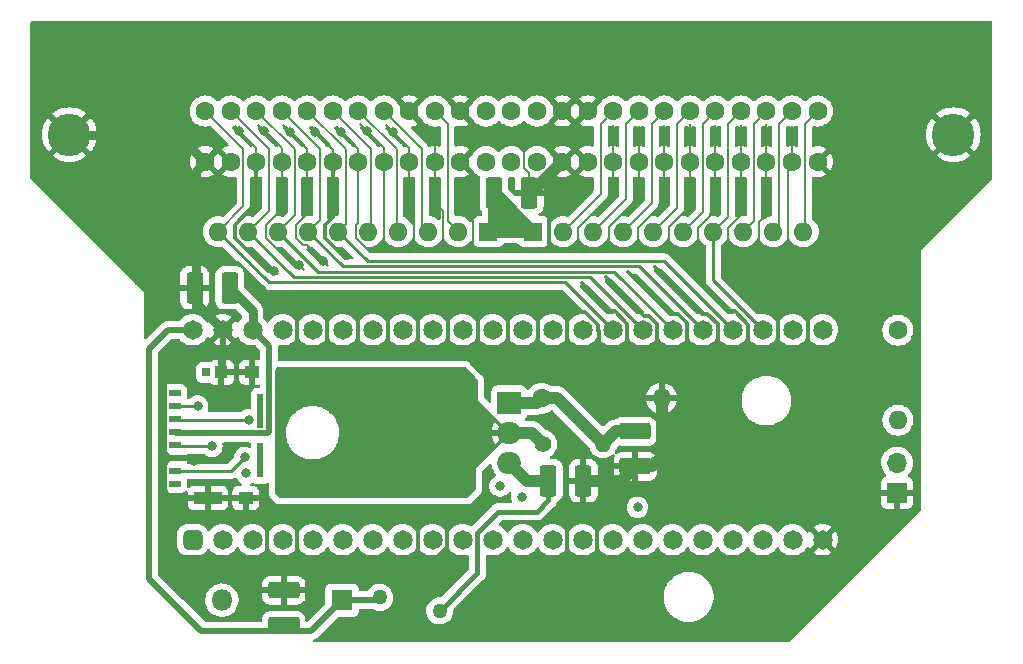
<source format=gbr>
%TF.GenerationSoftware,KiCad,Pcbnew,(6.0.2)*%
%TF.CreationDate,2022-04-05T12:16:13-06:00*%
%TF.ProjectId,Centronics50_F4Lite_THTV1,43656e74-726f-46e6-9963-7335305f4634,rev?*%
%TF.SameCoordinates,Original*%
%TF.FileFunction,Copper,L4,Bot*%
%TF.FilePolarity,Positive*%
%FSLAX46Y46*%
G04 Gerber Fmt 4.6, Leading zero omitted, Abs format (unit mm)*
G04 Created by KiCad (PCBNEW (6.0.2)) date 2022-04-05 12:16:13*
%MOMM*%
%LPD*%
G01*
G04 APERTURE LIST*
G04 Aperture macros list*
%AMRoundRect*
0 Rectangle with rounded corners*
0 $1 Rounding radius*
0 $2 $3 $4 $5 $6 $7 $8 $9 X,Y pos of 4 corners*
0 Add a 4 corners polygon primitive as box body*
4,1,4,$2,$3,$4,$5,$6,$7,$8,$9,$2,$3,0*
0 Add four circle primitives for the rounded corners*
1,1,$1+$1,$2,$3*
1,1,$1+$1,$4,$5*
1,1,$1+$1,$6,$7*
1,1,$1+$1,$8,$9*
0 Add four rect primitives between the rounded corners*
20,1,$1+$1,$2,$3,$4,$5,0*
20,1,$1+$1,$4,$5,$6,$7,0*
20,1,$1+$1,$6,$7,$8,$9,0*
20,1,$1+$1,$8,$9,$2,$3,0*%
G04 Aperture macros list end*
%TA.AperFunction,ComponentPad*%
%ADD10O,1.800000X1.800000*%
%TD*%
%TA.AperFunction,ComponentPad*%
%ADD11R,1.800000X1.800000*%
%TD*%
%TA.AperFunction,ComponentPad*%
%ADD12O,1.600000X1.600000*%
%TD*%
%TA.AperFunction,ComponentPad*%
%ADD13C,1.600000*%
%TD*%
%TA.AperFunction,ComponentPad*%
%ADD14O,1.700000X1.700000*%
%TD*%
%TA.AperFunction,ComponentPad*%
%ADD15R,1.700000X1.700000*%
%TD*%
%TA.AperFunction,ComponentPad*%
%ADD16C,3.600000*%
%TD*%
%TA.AperFunction,SMDPad,CuDef*%
%ADD17RoundRect,0.250001X1.074999X-0.462499X1.074999X0.462499X-1.074999X0.462499X-1.074999X-0.462499X0*%
%TD*%
%TA.AperFunction,ComponentPad*%
%ADD18C,1.270000*%
%TD*%
%TA.AperFunction,ComponentPad*%
%ADD19C,1.650000*%
%TD*%
%TA.AperFunction,ComponentPad*%
%ADD20RoundRect,0.412500X0.412500X-0.412500X0.412500X0.412500X-0.412500X0.412500X-0.412500X-0.412500X0*%
%TD*%
%TA.AperFunction,SMDPad,CuDef*%
%ADD21RoundRect,0.250001X0.462499X1.074999X-0.462499X1.074999X-0.462499X-1.074999X0.462499X-1.074999X0*%
%TD*%
%TA.AperFunction,ComponentPad*%
%ADD22O,2.000000X1.905000*%
%TD*%
%TA.AperFunction,ComponentPad*%
%ADD23R,2.000000X1.905000*%
%TD*%
%TA.AperFunction,ComponentPad*%
%ADD24R,1.600000X1.600000*%
%TD*%
%TA.AperFunction,ComponentPad*%
%ADD25O,1.400000X1.400000*%
%TD*%
%TA.AperFunction,ComponentPad*%
%ADD26C,1.400000*%
%TD*%
%TA.AperFunction,SMDPad,CuDef*%
%ADD27RoundRect,0.250001X-1.074999X0.462499X-1.074999X-0.462499X1.074999X-0.462499X1.074999X0.462499X0*%
%TD*%
%TA.AperFunction,SMDPad,CuDef*%
%ADD28RoundRect,0.250001X-0.462499X-1.074999X0.462499X-1.074999X0.462499X1.074999X-0.462499X1.074999X0*%
%TD*%
%TA.AperFunction,SMDPad,CuDef*%
%ADD29R,1.000000X0.500000*%
%TD*%
%TA.AperFunction,SMDPad,CuDef*%
%ADD30R,0.780000X0.720000*%
%TD*%
%TA.AperFunction,SMDPad,CuDef*%
%ADD31R,1.080000X1.050000*%
%TD*%
%TA.AperFunction,SMDPad,CuDef*%
%ADD32R,1.200000X1.050000*%
%TD*%
%TA.AperFunction,SMDPad,CuDef*%
%ADD33R,2.390000X1.050000*%
%TD*%
%TA.AperFunction,SMDPad,CuDef*%
%ADD34R,0.550000X2.910000*%
%TD*%
%TA.AperFunction,ViaPad*%
%ADD35C,0.800000*%
%TD*%
%TA.AperFunction,Conductor*%
%ADD36C,0.500000*%
%TD*%
%TA.AperFunction,Conductor*%
%ADD37C,1.000000*%
%TD*%
%TA.AperFunction,Conductor*%
%ADD38C,0.750000*%
%TD*%
%TA.AperFunction,Conductor*%
%ADD39C,0.155000*%
%TD*%
%TA.AperFunction,Conductor*%
%ADD40C,0.330000*%
%TD*%
%TA.AperFunction,Conductor*%
%ADD41C,0.250000*%
%TD*%
%TA.AperFunction,Conductor*%
%ADD42C,0.450000*%
%TD*%
G04 APERTURE END LIST*
D10*
%TO.P,D2,2*%
%TO.N,+5V*%
X111704120Y-79413100D03*
D11*
%TO.P,D2,1*%
%TO.N,+5VP*%
X121864120Y-79413100D03*
%TD*%
D12*
%TO.P,R_LED,2*%
%TO.N,Net-(J3-Pad2)*%
X168935400Y-64165480D03*
D13*
%TO.P,R_LED,1*%
%TO.N,Net-(R3-Pad1)*%
X168935400Y-56545480D03*
%TD*%
D14*
%TO.P,J3,2*%
%TO.N,Net-(J3-Pad2)*%
X168854120Y-67767200D03*
D15*
%TO.P,J3,1*%
%TO.N,GND*%
X168854120Y-70307200D03*
%TD*%
D16*
%TO.P,U3,0*%
%TO.N,GND*%
X98782500Y-39998460D03*
X173632500Y-39998460D03*
D13*
%TO.P,U3,50*%
%TO.N,IO*%
X110287500Y-37998460D03*
%TO.P,U3,49*%
%TO.N,REQ*%
X112447500Y-37998460D03*
%TO.P,U3,48*%
%TO.N,CD*%
X114607500Y-37998460D03*
%TO.P,U3,47*%
%TO.N,SEL*%
X116767500Y-37998460D03*
%TO.P,U3,46*%
%TO.N,MSG*%
X118927500Y-37998460D03*
%TO.P,U3,45*%
%TO.N,RST*%
X121087500Y-37998460D03*
%TO.P,U3,44*%
%TO.N,ACK*%
X123247500Y-37998460D03*
%TO.P,U3,43*%
%TO.N,BSY*%
X125407500Y-37998460D03*
%TO.P,U3,42*%
%TO.N,GND*%
X127567500Y-37998460D03*
%TO.P,U3,41*%
%TO.N,ATN*%
X129727500Y-37998460D03*
%TO.P,U3,40*%
%TO.N,GND*%
X131887500Y-37998460D03*
%TO.P,U3,39*%
%TO.N,Net-(U3-Pad39)*%
X134047500Y-37998460D03*
%TO.P,U3,38*%
%TO.N,+5V*%
X136207500Y-37998460D03*
%TO.P,U3,37*%
%TO.N,Net-(U3-Pad37)*%
X138367500Y-37998460D03*
%TO.P,U3,36*%
%TO.N,GND*%
X140527500Y-37998460D03*
%TO.P,U3,35*%
X142687500Y-37998460D03*
%TO.P,U3,34*%
%TO.N,DBP*%
X144847500Y-37998460D03*
%TO.P,U3,33*%
%TO.N,DB7*%
X147007500Y-37998460D03*
%TO.P,U3,32*%
%TO.N,DB6*%
X149167500Y-37998460D03*
%TO.P,U3,31*%
%TO.N,DB5*%
X151327500Y-37998460D03*
%TO.P,U3,30*%
%TO.N,DB4*%
X153487500Y-37998460D03*
%TO.P,U3,29*%
%TO.N,DB3*%
X155647500Y-37998460D03*
%TO.P,U3,28*%
%TO.N,DB2*%
X157807500Y-37998460D03*
%TO.P,U3,27*%
%TO.N,DB1*%
X159967500Y-37998460D03*
%TO.P,U3,26*%
%TO.N,DB0*%
X162127500Y-37998460D03*
%TO.P,U3,25*%
%TO.N,GND*%
X110287500Y-42288460D03*
%TO.P,U3,24*%
X112447500Y-42288460D03*
%TO.P,U3,23*%
X114607500Y-42288460D03*
%TO.P,U3,22*%
X116767500Y-42288460D03*
%TO.P,U3,21*%
X118927500Y-42288460D03*
%TO.P,U3,20*%
X121087500Y-42288460D03*
%TO.P,U3,19*%
X123247500Y-42288460D03*
%TO.P,U3,18*%
X125407500Y-42288460D03*
%TO.P,U3,17*%
X127567500Y-42288460D03*
%TO.P,U3,16*%
X129727500Y-42288460D03*
%TO.P,U3,15*%
X131887500Y-42288460D03*
%TO.P,U3,14*%
%TO.N,Net-(U3-Pad14)*%
X134047500Y-42288460D03*
%TO.P,U3,13*%
%TO.N,Net-(U3-Pad13)*%
X136207500Y-42288460D03*
%TO.P,U3,12*%
%TO.N,Net-(U3-Pad12)*%
X138367500Y-42288460D03*
%TO.P,U3,11*%
%TO.N,GND*%
X140527500Y-42288460D03*
%TO.P,U3,10*%
X142687500Y-42288460D03*
%TO.P,U3,9*%
X144847500Y-42288460D03*
%TO.P,U3,8*%
X147007500Y-42288460D03*
%TO.P,U3,7*%
X149167500Y-42288460D03*
%TO.P,U3,6*%
X151327500Y-42288460D03*
%TO.P,U3,5*%
X153487500Y-42288460D03*
%TO.P,U3,4*%
X155647500Y-42288460D03*
%TO.P,U3,3*%
X157807500Y-42288460D03*
%TO.P,U3,2*%
X159967500Y-42288460D03*
%TO.P,U3,1*%
X162127500Y-42288460D03*
%TD*%
D17*
%TO.P,C5,2*%
%TO.N,GND*%
X116931440Y-78569160D03*
%TO.P,C5,1*%
%TO.N,+5VP*%
X116931440Y-81544160D03*
%TD*%
D18*
%TO.P,F1,2*%
%TO.N,+5F*%
X130131820Y-80327500D03*
%TO.P,F1,1*%
%TO.N,+5VP*%
X125051820Y-79184500D03*
%TD*%
D19*
%TO.P,U2,44*%
%TO.N,+5VP*%
X109216095Y-56513742D03*
%TO.P,U2,43*%
%TO.N,GND*%
X111756095Y-56513742D03*
%TO.P,U2,42*%
%TO.N,+3V3*%
X114296095Y-56513742D03*
%TO.P,U2,41*%
%TO.N,Net-(U2-Pad41)*%
X116836095Y-56513742D03*
%TO.P,U2,40*%
%TO.N,Net-(U2-Pad40)*%
X119376095Y-56513742D03*
%TO.P,U2,39*%
%TO.N,Net-(U2-Pad39)*%
X121916095Y-56513742D03*
%TO.P,U2,38*%
%TO.N,Net-(U2-Pad38)*%
X124456095Y-56513742D03*
%TO.P,U2,37*%
%TO.N,DB7*%
X126996095Y-56513742D03*
%TO.P,U2,36*%
%TO.N,DB6*%
X129536095Y-56513742D03*
%TO.P,U2,35*%
%TO.N,DB5*%
X132076095Y-56513742D03*
%TO.P,U2,34*%
%TO.N,DB4*%
X134616095Y-56513742D03*
%TO.P,U2,33*%
%TO.N,DB2*%
X137156095Y-56513742D03*
%TO.P,U2,32*%
%TO.N,DB1*%
X139696095Y-56513742D03*
%TO.P,U2,31*%
%TO.N,DB0*%
X142236095Y-56513742D03*
%TO.P,U2,30*%
%TO.N,IO*%
X144776095Y-56513742D03*
%TO.P,U2,29*%
%TO.N,REQ*%
X147316095Y-56513742D03*
%TO.P,U2,28*%
%TO.N,CD*%
X149856095Y-56513742D03*
%TO.P,U2,27*%
%TO.N,SEL*%
X152396095Y-56513742D03*
%TO.P,U2,26*%
%TO.N,MSG*%
X154936095Y-56513742D03*
%TO.P,U2,25*%
%TO.N,DB3*%
X157476095Y-56513742D03*
%TO.P,U2,24*%
%TO.N,Net-(R3-Pad1)*%
X160016095Y-56513742D03*
%TO.P,U2,23*%
%TO.N,DBP*%
X162556095Y-56513742D03*
%TO.P,U2,22*%
%TO.N,GND*%
X162556095Y-74293742D03*
%TO.P,U2,21*%
%TO.N,RST*%
X160016095Y-74293742D03*
%TO.P,U2,20*%
%TO.N,Net-(U2-Pad20)*%
X157476095Y-74293742D03*
%TO.P,U2,19*%
%TO.N,Net-(U2-Pad19)*%
X154936095Y-74293742D03*
%TO.P,U2,18*%
%TO.N,Net-(U2-Pad18)*%
X152396095Y-74293742D03*
%TO.P,U2,17*%
%TO.N,Net-(U2-Pad17)*%
X149856095Y-74293742D03*
%TO.P,U2,16*%
%TO.N,ACK*%
X147316095Y-74293742D03*
%TO.P,U2,15*%
%TO.N,BSY*%
X144776095Y-74293742D03*
%TO.P,U2,14*%
%TO.N,ATN*%
X142236095Y-74293742D03*
%TO.P,U2,13*%
%TO.N,SD_MOSI*%
X139696095Y-74293742D03*
%TO.P,U2,12*%
%TO.N,SD_MISO*%
X137156095Y-74293742D03*
%TO.P,U2,11*%
%TO.N,SD_CLK*%
X134616095Y-74293742D03*
%TO.P,U2,10*%
%TO.N,SD_CS*%
X132076095Y-74293742D03*
%TO.P,U2,9*%
%TO.N,Net-(U2-Pad9)*%
X129536095Y-74293742D03*
%TO.P,U2,8*%
%TO.N,Net-(U2-Pad8)*%
X126996095Y-74293742D03*
%TO.P,U2,7*%
%TO.N,Net-(U2-Pad7)*%
X124456095Y-74293742D03*
%TO.P,U2,6*%
%TO.N,Net-(U2-Pad6)*%
X121916095Y-74293742D03*
%TO.P,U2,5*%
%TO.N,Net-(U2-Pad5)*%
X119376095Y-74293742D03*
%TO.P,U2,4*%
%TO.N,Net-(U2-Pad4)*%
X116836095Y-74293742D03*
%TO.P,U2,3*%
%TO.N,Net-(U2-Pad3)*%
X114296095Y-74293742D03*
%TO.P,U2,2*%
%TO.N,Net-(U2-Pad2)*%
X111756095Y-74293742D03*
D20*
%TO.P,U2,1*%
%TO.N,Net-(U2-Pad1)*%
X109216095Y-74293742D03*
%TD*%
D21*
%TO.P,C4,2*%
%TO.N,GND*%
X109389520Y-52971700D03*
%TO.P,C4,1*%
%TO.N,+3V3*%
X112364520Y-52971700D03*
%TD*%
D22*
%TO.P,U1,3*%
%TO.N,+5F*%
X136028334Y-67778644D03*
%TO.P,U1,2*%
%TO.N,+2V8*%
X136028334Y-65238644D03*
D23*
%TO.P,U1,1*%
%TO.N,Net-(C1-Pad1)*%
X136028334Y-62698644D03*
%TD*%
D12*
%TO.P,RN2,10*%
%TO.N,DB0*%
X160921700Y-48204120D03*
%TO.P,RN2,9*%
%TO.N,DB1*%
X158381700Y-48204120D03*
%TO.P,RN2,8*%
%TO.N,DB2*%
X155841700Y-48204120D03*
%TO.P,RN2,7*%
%TO.N,DB3*%
X153301700Y-48204120D03*
%TO.P,RN2,6*%
%TO.N,DB4*%
X150761700Y-48204120D03*
%TO.P,RN2,5*%
%TO.N,DB5*%
X148221700Y-48204120D03*
%TO.P,RN2,4*%
%TO.N,DB6*%
X145681700Y-48204120D03*
%TO.P,RN2,3*%
%TO.N,DB7*%
X143141700Y-48204120D03*
%TO.P,RN2,2*%
%TO.N,DBP*%
X140601700Y-48204120D03*
D24*
%TO.P,RN2,1*%
%TO.N,+2V8*%
X138061700Y-48204120D03*
%TD*%
D12*
%TO.P,RN1,10*%
%TO.N,IO*%
X111391700Y-48204120D03*
%TO.P,RN1,9*%
%TO.N,REQ*%
X113931700Y-48204120D03*
%TO.P,RN1,8*%
%TO.N,CD*%
X116471700Y-48204120D03*
%TO.P,RN1,7*%
%TO.N,SEL*%
X119011700Y-48204120D03*
%TO.P,RN1,6*%
%TO.N,MSG*%
X121551700Y-48204120D03*
%TO.P,RN1,5*%
%TO.N,RST*%
X124091700Y-48204120D03*
%TO.P,RN1,4*%
%TO.N,ACK*%
X126631700Y-48204120D03*
%TO.P,RN1,3*%
%TO.N,BSY*%
X129171700Y-48204120D03*
%TO.P,RN1,2*%
%TO.N,ATN*%
X131711700Y-48204120D03*
D24*
%TO.P,RN1,1*%
%TO.N,+2V8*%
X134251700Y-48204120D03*
%TD*%
D25*
%TO.P,R2,2*%
%TO.N,Net-(C1-Pad1)*%
X143965834Y-66191144D03*
D26*
%TO.P,R2,1*%
%TO.N,+2V8*%
X138885834Y-66191144D03*
%TD*%
D12*
%TO.P,R1,2*%
%TO.N,GND*%
X148918834Y-62317642D03*
D13*
%TO.P,R1,1*%
%TO.N,Net-(C1-Pad1)*%
X138758834Y-62317642D03*
%TD*%
D27*
%TO.P,C1,2*%
%TO.N,GND*%
X146696334Y-68096142D03*
%TO.P,C1,1*%
%TO.N,Net-(C1-Pad1)*%
X146696334Y-65121142D03*
%TD*%
D28*
%TO.P,C3,2*%
%TO.N,GND*%
X137708640Y-44937680D03*
%TO.P,C3,1*%
%TO.N,+2V8*%
X134733640Y-44937680D03*
%TD*%
%TO.P,C2,2*%
%TO.N,GND*%
X142305335Y-69302643D03*
%TO.P,C2,1*%
%TO.N,+5F*%
X139330335Y-69302643D03*
%TD*%
D29*
%TO.P,J5,1*%
%TO.N,Net-(J5-Pad1)*%
X107708573Y-61893602D03*
%TO.P,J5,2*%
%TO.N,SD_CS*%
X107708573Y-62993602D03*
%TO.P,J5,3*%
%TO.N,SD_MOSI*%
X107708573Y-64093602D03*
%TO.P,J5,4*%
%TO.N,+3V3*%
X107708573Y-65193602D03*
%TO.P,J5,5*%
%TO.N,SD_CLK*%
X107708573Y-66293602D03*
%TO.P,J5,6*%
%TO.N,GND*%
X107708573Y-67393602D03*
%TO.P,J5,7*%
%TO.N,SD_MISO*%
X107708573Y-68493602D03*
%TO.P,J5,8*%
%TO.N,Net-(J5-Pad8)*%
X107708573Y-69593602D03*
D30*
%TO.P,J5,9*%
%TO.N,Net-(J5-Pad9)*%
X110388573Y-60133602D03*
D31*
%TO.P,J5,13*%
%TO.N,GND*%
X111658573Y-60133602D03*
D32*
%TO.P,J5,12*%
X114268573Y-60123602D03*
%TO.P,J5,10*%
X113698573Y-70768602D03*
D33*
%TO.P,J5,11*%
X110513573Y-70768602D03*
D34*
%TO.P,J5,*%
%TO.N,*%
X114943573Y-67588602D03*
X114943573Y-63398602D03*
%TD*%
D35*
%TO.N,GND*%
X161206096Y-51493504D03*
X158887160Y-53850540D03*
X151019510Y-50910490D03*
X108524040Y-44594780D03*
X108498640Y-46865540D03*
X103868220Y-44518580D03*
X103893620Y-46817280D03*
X162514280Y-71269860D03*
X162514280Y-77106780D03*
X139862560Y-44782740D03*
X113479580Y-62776100D03*
X110314740Y-61678820D03*
X109298740Y-67627500D03*
%TO.N,+2V8*%
X117668040Y-60975240D03*
X120644920Y-61422280D03*
X121719340Y-68348860D03*
X117386100Y-68412360D03*
%TO.N,SD_CS*%
X109649260Y-62974220D03*
%TO.N,SD_CLK*%
X110845600Y-66397010D03*
%TO.N,SD_MISO*%
X113637060Y-67330320D03*
%TO.N,SD_MOSI*%
X113997740Y-64124840D03*
%TO.N,ATN*%
X135242300Y-69740780D03*
%TO.N,BSY*%
X137083800Y-70639940D03*
%TO.N,ACK*%
X146888200Y-71546720D03*
%TO.N,SD_CLK*%
X113764060Y-68681600D03*
%TO.N,GND*%
X118215410Y-51067970D03*
X120265190Y-50725070D03*
X116072920Y-51574700D03*
X113150650Y-39673530D03*
X115285520Y-39672260D03*
X117475000Y-39796720D03*
X119600980Y-39801800D03*
X121799350Y-39775130D03*
X123990100Y-39715440D03*
X126153985Y-39743575D03*
X121168160Y-45115480D03*
X159967500Y-39953360D03*
X157807500Y-39961980D03*
X155647500Y-39909640D03*
X153487500Y-39958900D03*
X151327500Y-39906560D03*
X149167500Y-39955820D03*
X147007500Y-40005080D03*
X144847500Y-39952740D03*
%TD*%
D36*
%TO.N,GND*%
X107323571Y-70768602D02*
X113698573Y-70768602D01*
X106758572Y-70203603D02*
X107323571Y-70768602D01*
X107708573Y-67393602D02*
X107248571Y-67393602D01*
X107248571Y-67393602D02*
X106758572Y-66903603D01*
X106758572Y-66514812D02*
X106758572Y-67673052D01*
X106758572Y-67673052D02*
X106863847Y-67778327D01*
X106758572Y-66903603D02*
X106758572Y-66514812D01*
X106758572Y-66514812D02*
X106758572Y-59977188D01*
X107248571Y-67393602D02*
X106863847Y-67778327D01*
X106863847Y-67778327D02*
X106758572Y-67883601D01*
X106758572Y-67673052D02*
X106758572Y-68318548D01*
X106758572Y-67883601D02*
X106758572Y-68318548D01*
X106758572Y-68318548D02*
X106758572Y-70203603D01*
X111668573Y-60123602D02*
X111658573Y-60133602D01*
X114268573Y-60123602D02*
X111668573Y-60123602D01*
X111756095Y-60036080D02*
X111658573Y-60133602D01*
X111756095Y-56513742D02*
X111756095Y-60036080D01*
D37*
X145489833Y-69302643D02*
X146696334Y-68096142D01*
X142305335Y-69302643D02*
X145489833Y-69302643D01*
X148918834Y-62317642D02*
X148918834Y-67301014D01*
X148123706Y-68096142D02*
X146696334Y-68096142D01*
X148918834Y-67301014D02*
X148123706Y-68096142D01*
X137878280Y-44937680D02*
X140527500Y-42288460D01*
X137708640Y-44937680D02*
X137878280Y-44937680D01*
D38*
X107997500Y-39998460D02*
X110287500Y-42288460D01*
X98782500Y-39998460D02*
X107997500Y-39998460D01*
X109487501Y-54245148D02*
X111756095Y-56513742D01*
X109487501Y-43088459D02*
X109487501Y-54245148D01*
X110287500Y-42288460D02*
X109487501Y-43088459D01*
D39*
X114607500Y-42288460D02*
X114607500Y-41130380D01*
X114607500Y-41130380D02*
X113150650Y-39673530D01*
X112854199Y-48721321D02*
X116042858Y-51909980D01*
X112854199Y-47686919D02*
X112854199Y-48721321D01*
X114607500Y-42288460D02*
X114607500Y-45933618D01*
X114607500Y-45933618D02*
X112854199Y-47686919D01*
X116767500Y-42288460D02*
X116767500Y-41154240D01*
X116767500Y-41154240D02*
X115285520Y-39672260D01*
X115394199Y-48721321D02*
X116494978Y-49822100D01*
X116767500Y-42288460D02*
X116767500Y-46313618D01*
X115394199Y-47686919D02*
X115394199Y-48721321D01*
X116767500Y-46313618D02*
X115394199Y-47686919D01*
X116494978Y-49822100D02*
X116969540Y-49822100D01*
X116969540Y-49822100D02*
X118215410Y-51067970D01*
X118927500Y-42288460D02*
X118927500Y-41249220D01*
X118927500Y-41249220D02*
X117475000Y-39796720D01*
X117934199Y-48721321D02*
X118542218Y-49329340D01*
X118927500Y-42288460D02*
X118927500Y-46693618D01*
X117934199Y-47686919D02*
X117934199Y-48721321D01*
X118927500Y-46693618D02*
X117934199Y-47686919D01*
X118542218Y-49329340D02*
X118869460Y-49329340D01*
X118869460Y-49329340D02*
X120265190Y-50725070D01*
X121087500Y-42288460D02*
X121087500Y-41288320D01*
X121087500Y-41288320D02*
X119600980Y-39801800D01*
X120474199Y-48721321D02*
X122232838Y-50479960D01*
X123247500Y-42288460D02*
X123247500Y-41223280D01*
X123247500Y-41223280D02*
X121799350Y-39775130D01*
X123014199Y-47686919D02*
X123014199Y-48721321D01*
X123014199Y-48721321D02*
X124170858Y-49877980D01*
X123247500Y-42288460D02*
X123247500Y-47453618D01*
X123247500Y-47453618D02*
X123014199Y-47686919D01*
X124170858Y-49877980D02*
X129651760Y-49877980D01*
X125407500Y-41132840D02*
X123990100Y-39715440D01*
X125407500Y-42288460D02*
X125407500Y-41132840D01*
X127567500Y-41157090D02*
X126153985Y-39743575D01*
X127567500Y-42288460D02*
X127567500Y-41157090D01*
X129727500Y-42288460D02*
X129727500Y-40733520D01*
X125407500Y-42288460D02*
X125407500Y-49128760D01*
X127567500Y-42288460D02*
X127567500Y-46599920D01*
X127567500Y-46599920D02*
X127927100Y-46959520D01*
X127927100Y-46959520D02*
X127927100Y-49359820D01*
X129727500Y-42288460D02*
X129727500Y-45706840D01*
X130449991Y-46429331D02*
X130449991Y-49330011D01*
X129727500Y-45706840D02*
X130449991Y-46429331D01*
X131887500Y-42288460D02*
X132963920Y-43364880D01*
X132963920Y-43364880D02*
X132963920Y-49382680D01*
X137289999Y-42805661D02*
X137289999Y-41272001D01*
X137708640Y-44937680D02*
X137708640Y-43224302D01*
X137708640Y-43224302D02*
X137289999Y-42805661D01*
X144847500Y-42288460D02*
X144847500Y-39952740D01*
X147007500Y-42288460D02*
X147007500Y-40005080D01*
X149167500Y-42288460D02*
X149167500Y-39955820D01*
X151327500Y-42288460D02*
X151327500Y-39906560D01*
X153487500Y-42288460D02*
X153487500Y-39958900D01*
X155647500Y-42288460D02*
X155647500Y-39909640D01*
X157807500Y-42288460D02*
X157807500Y-39961980D01*
X159967500Y-42288460D02*
X159967500Y-39953360D01*
X144847500Y-44903618D02*
X141831060Y-47920058D01*
X144847500Y-42288460D02*
X144847500Y-44903618D01*
X141831060Y-47920058D02*
X141831060Y-49220120D01*
X147007500Y-45283618D02*
X144447260Y-47843858D01*
X147007500Y-42288460D02*
X147007500Y-45283618D01*
X144447260Y-47843858D02*
X144447260Y-49182020D01*
X149167500Y-45663618D02*
X146900900Y-47930218D01*
X149167500Y-42288460D02*
X149167500Y-45663618D01*
X146900900Y-47930218D02*
X146900900Y-49309020D01*
X151327500Y-46043618D02*
X149555200Y-47815918D01*
X151327500Y-42288460D02*
X151327500Y-46043618D01*
X149555200Y-47815918D02*
X149555200Y-49400460D01*
X153487500Y-46423618D02*
X151988520Y-47922598D01*
X153487500Y-42288460D02*
X153487500Y-46423618D01*
X151988520Y-47922598D02*
X151988520Y-49400460D01*
X155647500Y-46803618D02*
X154586940Y-47864178D01*
X155647500Y-42288460D02*
X155647500Y-46803618D01*
X154586940Y-47864178D02*
X154586940Y-49872900D01*
X157807500Y-46798620D02*
X157167580Y-47438540D01*
X157807500Y-42288460D02*
X157807500Y-46798620D01*
X157167580Y-47438540D02*
X157167580Y-49347120D01*
X159967500Y-42288460D02*
X159621220Y-42634740D01*
X159621220Y-42634740D02*
X159621220Y-49364900D01*
D40*
X148918834Y-62317642D02*
X148918834Y-60364274D01*
X148918834Y-60364274D02*
X146926300Y-58371740D01*
X118043960Y-58371740D02*
X118043960Y-55366920D01*
X118043960Y-58371740D02*
X116875560Y-58371740D01*
X120594120Y-58371740D02*
X120594120Y-55379620D01*
X120594120Y-58371740D02*
X118043960Y-58371740D01*
X123190000Y-58371740D02*
X123190000Y-55270400D01*
X123190000Y-58371740D02*
X120594120Y-58371740D01*
X125730000Y-58371740D02*
X123190000Y-58371740D01*
X125730000Y-58371740D02*
X125730000Y-55112920D01*
X128300480Y-58371740D02*
X128300480Y-54836060D01*
X128300480Y-58371740D02*
X125730000Y-58371740D01*
X130810000Y-58371740D02*
X130810000Y-54960520D01*
X130810000Y-58371740D02*
X128300480Y-58371740D01*
X133370320Y-58371740D02*
X133370320Y-55351680D01*
X133370320Y-58371740D02*
X130810000Y-58371740D01*
X135912860Y-58371740D02*
X135912860Y-55036720D01*
X135912860Y-58371740D02*
X133370320Y-58371740D01*
X138437620Y-58371740D02*
X135912860Y-58371740D01*
X138437620Y-58371740D02*
X138437620Y-54988460D01*
X140911580Y-58371740D02*
X140911580Y-55214520D01*
X140911580Y-58371740D02*
X138437620Y-58371740D01*
X143573500Y-56089945D02*
X142474555Y-54991000D01*
X143586200Y-58371740D02*
X143586200Y-56596280D01*
X143586200Y-56596280D02*
X143573500Y-56583580D01*
X143573500Y-56583580D02*
X143573500Y-56089945D01*
X143586200Y-58371740D02*
X140911580Y-58371740D01*
X142474555Y-54991000D02*
X142181580Y-54991000D01*
X146024600Y-58371740D02*
X146024600Y-56001045D01*
X146024600Y-56001045D02*
X144984075Y-54960520D01*
X146926300Y-58371740D02*
X146024600Y-58371740D01*
X144571720Y-54960520D02*
X142144558Y-52533358D01*
X144984075Y-54960520D02*
X144571720Y-54960520D01*
X144310100Y-58371740D02*
X143586200Y-58371740D01*
X146024600Y-58371740D02*
X144310100Y-58371740D01*
X161295080Y-58371740D02*
X161627820Y-58371740D01*
X161295080Y-58371740D02*
X161295080Y-55473600D01*
X158755080Y-58371740D02*
X158755080Y-55283100D01*
X158755080Y-58371740D02*
X161295080Y-58371740D01*
X156281120Y-56097565D02*
X155100895Y-54917340D01*
X156281120Y-58371740D02*
X158755080Y-58371740D01*
X156281120Y-58371740D02*
X156281120Y-56097565D01*
X155100895Y-54917340D02*
X154739340Y-54917340D01*
X153692860Y-56049305D02*
X152802195Y-55158640D01*
X153692860Y-58371740D02*
X156281120Y-58371740D01*
X153692860Y-58371740D02*
X153692860Y-56049305D01*
X152377140Y-55158640D02*
X148401830Y-51183330D01*
X152802195Y-55158640D02*
X152377140Y-55158640D01*
X151229060Y-58371740D02*
X153692860Y-58371740D01*
X151229060Y-58371740D02*
X151229060Y-57901840D01*
X151046096Y-55942541D02*
X150307915Y-55204360D01*
X151229060Y-57901840D02*
X151046096Y-57718876D01*
X151046096Y-57718876D02*
X151046096Y-55942541D01*
X150307915Y-55204360D02*
X149666960Y-55204360D01*
X149666960Y-55204360D02*
X146108420Y-51645820D01*
X148559520Y-55995965D02*
X147887296Y-55323741D01*
X148559520Y-58371740D02*
X151229060Y-58371740D01*
X148559520Y-58371740D02*
X148559520Y-55995965D01*
X144310100Y-58371740D02*
X148559520Y-58371740D01*
X147454621Y-55323741D02*
X144214228Y-52083348D01*
X147887296Y-55323741D02*
X147454621Y-55323741D01*
D41*
X108498640Y-46865540D02*
X108498640Y-47734220D01*
X108498640Y-47734220D02*
X111518700Y-50754280D01*
X111518700Y-50754280D02*
X112971580Y-50754280D01*
X112971580Y-50754280D02*
X115316000Y-53098700D01*
X115316000Y-53098700D02*
X115316000Y-53525420D01*
D37*
%TO.N,+2V8*%
X137933334Y-65238644D02*
X138885834Y-66191144D01*
X136028334Y-65238644D02*
X137933334Y-65238644D01*
X134733640Y-47722180D02*
X134251700Y-48204120D01*
X134733640Y-44937680D02*
X134733640Y-47722180D01*
D40*
X136028334Y-65238644D02*
X133042660Y-68224318D01*
X133042660Y-68224318D02*
X133042660Y-70012560D01*
X133042660Y-70012560D02*
X132438140Y-70617080D01*
X132438140Y-70617080D02*
X116613940Y-70617080D01*
X116613940Y-70617080D02*
X116357400Y-70360540D01*
X116357400Y-70360540D02*
X116357400Y-68277740D01*
X116357400Y-59987180D02*
X116484400Y-59860180D01*
X116484400Y-59860180D02*
X132245100Y-59860180D01*
X132245100Y-59860180D02*
X133215380Y-60830460D01*
X133215380Y-60830460D02*
X133215380Y-62539880D01*
X133215380Y-62539880D02*
X135272780Y-64597280D01*
X116357400Y-68277740D02*
X116357400Y-59987180D01*
D41*
%TO.N,SD_CS*%
X109629878Y-62993602D02*
X109649260Y-62974220D01*
X107708573Y-62993602D02*
X109629878Y-62993602D01*
%TO.N,SD_CLK*%
X107811981Y-66397010D02*
X107708573Y-66293602D01*
X110845600Y-66397010D02*
X107811981Y-66397010D01*
%TO.N,SD_MISO*%
X112473778Y-68493602D02*
X113637060Y-67330320D01*
X107708573Y-68493602D02*
X112473778Y-68493602D01*
%TO.N,SD_MOSI*%
X107739811Y-64124840D02*
X107708573Y-64093602D01*
X113997740Y-64124840D02*
X107739811Y-64124840D01*
D39*
%TO.N,ATN*%
X130805001Y-47297421D02*
X130805001Y-39075961D01*
X130805001Y-39075961D02*
X129727500Y-37998460D01*
X131711700Y-48204120D02*
X130805001Y-47297421D01*
%TO.N,BSY*%
X128645001Y-41235961D02*
X125407500Y-37998460D01*
X128645001Y-47677421D02*
X128645001Y-41235961D01*
X129171700Y-48204120D02*
X128645001Y-47677421D01*
%TO.N,DBP*%
X143765001Y-39080959D02*
X144847500Y-37998460D01*
X143765001Y-45040819D02*
X143765001Y-39080959D01*
X140601700Y-48204120D02*
X143765001Y-45040819D01*
%TO.N,ACK*%
X126485001Y-48057421D02*
X126485001Y-41235961D01*
X126485001Y-41235961D02*
X123247500Y-37998460D01*
X126631700Y-48204120D02*
X126485001Y-48057421D01*
%TO.N,RST*%
X124325001Y-41235961D02*
X121087500Y-37998460D01*
X124325001Y-47970819D02*
X124325001Y-41235961D01*
X124091700Y-48204120D02*
X124325001Y-47970819D01*
D41*
%TO.N,MSG*%
X154936095Y-56513742D02*
X149115673Y-50693320D01*
X124040900Y-50693320D02*
X121551700Y-48204120D01*
X149115673Y-50693320D02*
X124040900Y-50693320D01*
D39*
X122165001Y-47590819D02*
X122165001Y-41235961D01*
X122165001Y-41235961D02*
X118927500Y-37998460D01*
X121551700Y-48204120D02*
X122165001Y-47590819D01*
D41*
%TO.N,SEL*%
X121950909Y-51143329D02*
X119011700Y-48204120D01*
X147025682Y-51143329D02*
X121950909Y-51143329D01*
X152396095Y-56513742D02*
X147025682Y-51143329D01*
D39*
X120009999Y-41240959D02*
X116767500Y-37998460D01*
X120009999Y-47205821D02*
X120009999Y-41240959D01*
X119011700Y-48204120D02*
X120009999Y-47205821D01*
D41*
%TO.N,CD*%
X119860918Y-51593338D02*
X116471700Y-48204120D01*
X144935691Y-51593338D02*
X119860918Y-51593338D01*
X149856095Y-56513742D02*
X144935691Y-51593338D01*
D39*
X117845001Y-41235961D02*
X114607500Y-37998460D01*
X117845001Y-46830819D02*
X117845001Y-41235961D01*
X116471700Y-48204120D02*
X117845001Y-46830819D01*
D41*
%TO.N,REQ*%
X117770928Y-52043348D02*
X113931700Y-48204120D01*
X142845701Y-52043348D02*
X117770928Y-52043348D01*
X147316095Y-56513742D02*
X142845701Y-52043348D01*
D39*
X115685001Y-46450819D02*
X115685001Y-41235961D01*
X115685001Y-41235961D02*
X112447500Y-37998460D01*
X113931700Y-48204120D02*
X115685001Y-46450819D01*
D41*
%TO.N,IO*%
X115680937Y-52493357D02*
X111391700Y-48204120D01*
X140755710Y-52493357D02*
X115680937Y-52493357D01*
X144776095Y-56513742D02*
X140755710Y-52493357D01*
D39*
X113525001Y-41235961D02*
X110287500Y-37998460D01*
X113525001Y-46070819D02*
X113525001Y-41235961D01*
X111391700Y-48204120D02*
X113525001Y-46070819D01*
%TO.N,DB7*%
X145925001Y-39080959D02*
X147007500Y-37998460D01*
X145925001Y-45420819D02*
X145925001Y-39080959D01*
X143141700Y-48204120D02*
X145925001Y-45420819D01*
%TO.N,DB6*%
X148085001Y-39080959D02*
X149167500Y-37998460D01*
X148085001Y-45800819D02*
X148085001Y-39080959D01*
X145681700Y-48204120D02*
X148085001Y-45800819D01*
%TO.N,DB5*%
X150245001Y-46180819D02*
X150245001Y-39080959D01*
X150245001Y-39080959D02*
X151327500Y-37998460D01*
X148221700Y-48204120D02*
X150245001Y-46180819D01*
%TO.N,DB4*%
X152409999Y-39075961D02*
X153487500Y-37998460D01*
X152409999Y-46555821D02*
X152409999Y-39075961D01*
X150761700Y-48204120D02*
X152409999Y-46555821D01*
D41*
%TO.N,DB3*%
X153301700Y-52339347D02*
X157476095Y-56513742D01*
X153301700Y-48204120D02*
X153301700Y-52339347D01*
D39*
X154565001Y-39080959D02*
X155647500Y-37998460D01*
X154565001Y-46940819D02*
X154565001Y-39080959D01*
X153301700Y-48204120D02*
X154565001Y-46940819D01*
%TO.N,DB2*%
X156725001Y-39080959D02*
X157807500Y-37998460D01*
X156725001Y-47320819D02*
X156725001Y-39080959D01*
X155841700Y-48204120D02*
X156725001Y-47320819D01*
%TO.N,DB1*%
X158889999Y-47695821D02*
X158889999Y-39075961D01*
X158889999Y-39075961D02*
X159967500Y-37998460D01*
X158381700Y-48204120D02*
X158889999Y-47695821D01*
%TO.N,DB0*%
X161049999Y-39075961D02*
X162127500Y-37998460D01*
X161049999Y-48075821D02*
X161049999Y-39075961D01*
X160921700Y-48204120D02*
X161049999Y-48075821D01*
D36*
%TO.N,+3V3*%
X107818574Y-65303603D02*
X107708573Y-65193602D01*
X115578574Y-65303603D02*
X112445597Y-65303603D01*
X115668574Y-57886221D02*
X115668574Y-65213603D01*
X115668574Y-65213603D02*
X115578574Y-65303603D01*
X114296095Y-56513742D02*
X115668574Y-57886221D01*
D38*
X114296095Y-54903275D02*
X112364520Y-52971700D01*
X114296095Y-56513742D02*
X114296095Y-54903275D01*
D36*
X112445597Y-65303603D02*
X107818574Y-65303603D01*
D40*
%TO.N,GND*%
X139862560Y-44782740D02*
X139862560Y-46657260D01*
X139862560Y-46657260D02*
X139410440Y-47109380D01*
X139410440Y-47109380D02*
X139410440Y-49240440D01*
D39*
X118215410Y-51067970D02*
X118648480Y-51501040D01*
X120265190Y-50725070D02*
X120675400Y-51135280D01*
D40*
X112766699Y-48763321D02*
X115578078Y-51574700D01*
X112766699Y-47644919D02*
X112766699Y-48763321D01*
X114607500Y-42288460D02*
X114607500Y-45804118D01*
X114607500Y-45804118D02*
X112766699Y-47644919D01*
X115578078Y-51574700D02*
X116072920Y-51574700D01*
X116072920Y-51574700D02*
X116072920Y-51574700D01*
D39*
X113150650Y-39673530D02*
X112783620Y-39306500D01*
X115285520Y-39672260D02*
X114787680Y-39174420D01*
X117475000Y-39796720D02*
X116860320Y-39182040D01*
X119600980Y-39801800D02*
X119159020Y-39359840D01*
X121799350Y-39775130D02*
X121409460Y-39385240D01*
X123990100Y-39715440D02*
X123350621Y-39075961D01*
X126153985Y-39743575D02*
X125587370Y-39176960D01*
D40*
X121087500Y-45034820D02*
X121168160Y-45115480D01*
X121087500Y-42288460D02*
X121087500Y-45034820D01*
X122103338Y-50479960D02*
X122400060Y-50479960D01*
X120386699Y-48763321D02*
X122103338Y-50479960D01*
X120386699Y-47644919D02*
X120386699Y-48763321D01*
X121087500Y-42288460D02*
X121087500Y-46944118D01*
X121087500Y-46944118D02*
X120386699Y-47644919D01*
D39*
X122400060Y-50479960D02*
X122768360Y-50479960D01*
X122232838Y-50479960D02*
X122400060Y-50479960D01*
X159967500Y-39953360D02*
X159967500Y-39304800D01*
X157807500Y-39961980D02*
X157807500Y-39103741D01*
X155647500Y-39909640D02*
X155647500Y-39150400D01*
X153487500Y-39958900D02*
X153487500Y-39212140D01*
X151327500Y-39906560D02*
X151327500Y-39107061D01*
X149167500Y-39955820D02*
X149167500Y-39155621D01*
X147007500Y-40005080D02*
X147007500Y-39293720D01*
X144847500Y-39952740D02*
X144847500Y-39190740D01*
D40*
X142305335Y-69302643D02*
X142305335Y-71407725D01*
X140886096Y-72826964D02*
X140886096Y-75496504D01*
X142305335Y-71407725D02*
X140886096Y-72826964D01*
X142305335Y-69302643D02*
X142305335Y-71482515D01*
X143426096Y-72603276D02*
X143426096Y-75496504D01*
X142305335Y-71482515D02*
X143426096Y-72603276D01*
X116931440Y-78569160D02*
X116931440Y-77139800D01*
X118026096Y-76045144D02*
X118026096Y-73306856D01*
X116931440Y-77139800D02*
X118026096Y-76045144D01*
X118026096Y-73306856D02*
X117104160Y-72384920D01*
X117104160Y-72384920D02*
X116210080Y-72384920D01*
X115486096Y-73108904D02*
X115486096Y-76078164D01*
X116210080Y-72384920D02*
X115486096Y-73108904D01*
X116931440Y-78569160D02*
X119428920Y-78569160D01*
X119428920Y-78569160D02*
X121061480Y-76936600D01*
X128811020Y-76936600D02*
X130792220Y-74955400D01*
X121061480Y-76936600D02*
X128811020Y-76936600D01*
X130792220Y-74955400D02*
X130792220Y-73144380D01*
X130792220Y-73144380D02*
X130296920Y-72649080D01*
X130296920Y-72649080D02*
X128744980Y-72649080D01*
X128744980Y-72649080D02*
X128318260Y-73075800D01*
X128318260Y-73075800D02*
X128318260Y-75582780D01*
D37*
%TO.N,+2V8*%
X134795260Y-44937680D02*
X138061700Y-48204120D01*
X134733640Y-44937680D02*
X134795260Y-44937680D01*
X134733640Y-44937680D02*
X134733640Y-46067320D01*
X134251700Y-48204120D02*
X136570720Y-48204120D01*
X136570720Y-47904400D02*
X136570720Y-48204120D01*
X136570720Y-48204120D02*
X138061700Y-48204120D01*
X134251700Y-48204120D02*
X135046720Y-48204120D01*
X135046720Y-48204120D02*
X135958580Y-47292260D01*
X134733640Y-46067320D02*
X135958580Y-47292260D01*
X135958580Y-47292260D02*
X136570720Y-47904400D01*
D36*
%TO.N,+5VP*%
X107171478Y-56513742D02*
X105534460Y-58150760D01*
X105534460Y-77589380D02*
X109956600Y-82011520D01*
X109216095Y-56513742D02*
X107171478Y-56513742D01*
X105534460Y-58150760D02*
X105534460Y-77589380D01*
X119265700Y-82011520D02*
X121864120Y-79413100D01*
X121940320Y-79489300D02*
X121864120Y-79413100D01*
X124823220Y-79413100D02*
X125051820Y-79184500D01*
X121864120Y-79413100D02*
X124823220Y-79413100D01*
D42*
X116931440Y-81544160D02*
X116931440Y-81920080D01*
X116931440Y-81920080D02*
X117022880Y-82011520D01*
D36*
X109956600Y-82011520D02*
X117022880Y-82011520D01*
X117022880Y-82011520D02*
X119265700Y-82011520D01*
D37*
%TO.N,+5F*%
X137552333Y-69302643D02*
X136028334Y-67778644D01*
X139330335Y-69302643D02*
X137552333Y-69302643D01*
D42*
X139330335Y-69302643D02*
X139330335Y-70946105D01*
X139330335Y-70946105D02*
X138348720Y-71927720D01*
X133326096Y-77133224D02*
X130131820Y-80327500D01*
X135100060Y-71927720D02*
X133326096Y-73701684D01*
X133326096Y-73701684D02*
X133326096Y-77133224D01*
X138348720Y-71927720D02*
X135100060Y-71927720D01*
D37*
%TO.N,Net-(C1-Pad1)*%
X138377832Y-62698644D02*
X138758834Y-62317642D01*
X136028334Y-62698644D02*
X138377832Y-62698644D01*
X140092332Y-62317642D02*
X143965834Y-66191144D01*
X138758834Y-62317642D02*
X140092332Y-62317642D01*
X145035836Y-65121142D02*
X143965834Y-66191144D01*
X146696334Y-65121142D02*
X145035836Y-65121142D01*
%TD*%
%TA.AperFunction,Conductor*%
%TO.N,GND*%
G36*
X176884121Y-30411102D02*
G01*
X176930614Y-30464758D01*
X176942000Y-30517100D01*
X176942000Y-43656530D01*
X176921998Y-43724651D01*
X176905095Y-43745625D01*
X171085650Y-49565070D01*
X171076121Y-49572683D01*
X171076436Y-49573053D01*
X171069601Y-49578870D01*
X171062009Y-49583660D01*
X171049714Y-49597582D01*
X171026406Y-49623973D01*
X171021059Y-49629661D01*
X171009637Y-49641083D01*
X171006951Y-49644667D01*
X171006949Y-49644669D01*
X171003372Y-49649442D01*
X170997001Y-49657268D01*
X170965684Y-49692728D01*
X170961868Y-49700857D01*
X170960228Y-49703353D01*
X170951292Y-49718223D01*
X170949850Y-49720857D01*
X170944468Y-49728038D01*
X170927872Y-49772308D01*
X170923944Y-49781629D01*
X170907656Y-49816320D01*
X170907654Y-49816327D01*
X170903841Y-49824448D01*
X170902460Y-49833315D01*
X170901582Y-49836189D01*
X170897184Y-49852952D01*
X170896538Y-49855890D01*
X170893388Y-49864292D01*
X170892723Y-49873242D01*
X170889883Y-49911460D01*
X170888731Y-49921496D01*
X170886640Y-49934923D01*
X170886640Y-49950415D01*
X170886294Y-49959753D01*
X170882604Y-50009407D01*
X170884479Y-50018189D01*
X170885046Y-50026503D01*
X170886640Y-50041610D01*
X170886640Y-71738801D01*
X170866638Y-71806922D01*
X170849743Y-71827889D01*
X165469289Y-77209290D01*
X159773979Y-82905602D01*
X159737239Y-82942348D01*
X159674930Y-82976378D01*
X159648136Y-82979260D01*
X119539143Y-82979260D01*
X119471022Y-82959258D01*
X119424529Y-82905602D01*
X119414425Y-82835328D01*
X119443919Y-82770748D01*
X119496150Y-82734822D01*
X119509993Y-82729797D01*
X119514155Y-82728368D01*
X119576636Y-82708127D01*
X119576638Y-82708126D01*
X119583599Y-82705871D01*
X119589854Y-82702075D01*
X119595328Y-82699569D01*
X119600758Y-82696850D01*
X119607637Y-82694353D01*
X119668676Y-82654334D01*
X119672380Y-82651997D01*
X119734807Y-82614115D01*
X119743184Y-82606717D01*
X119743208Y-82606744D01*
X119746200Y-82604091D01*
X119749433Y-82601388D01*
X119755552Y-82597376D01*
X119808828Y-82541137D01*
X119811206Y-82538695D01*
X121491396Y-80858505D01*
X121553708Y-80824479D01*
X121580491Y-80821600D01*
X122812254Y-80821600D01*
X122874436Y-80814845D01*
X123010825Y-80763715D01*
X123127381Y-80676361D01*
X123214735Y-80559805D01*
X123265865Y-80423416D01*
X123272620Y-80361234D01*
X123272620Y-80297600D01*
X123292622Y-80229479D01*
X123346278Y-80182986D01*
X123398620Y-80171600D01*
X124432505Y-80171600D01*
X124492816Y-80189895D01*
X124493971Y-80187767D01*
X124499047Y-80190523D01*
X124503851Y-80193733D01*
X124509159Y-80196014D01*
X124509160Y-80196014D01*
X124691642Y-80274414D01*
X124691645Y-80274415D01*
X124696945Y-80276692D01*
X124702574Y-80277966D01*
X124702575Y-80277966D01*
X124896287Y-80321799D01*
X124896293Y-80321800D01*
X124901924Y-80323074D01*
X124907695Y-80323301D01*
X124907697Y-80323301D01*
X124971253Y-80325798D01*
X125111923Y-80331325D01*
X125319908Y-80301169D01*
X125325372Y-80299314D01*
X125325377Y-80299313D01*
X125513444Y-80235473D01*
X125513449Y-80235471D01*
X125518916Y-80233615D01*
X125526302Y-80229479D01*
X125590130Y-80193733D01*
X125702280Y-80130926D01*
X125863861Y-79996541D01*
X125998246Y-79834960D01*
X126100935Y-79651596D01*
X126102791Y-79646129D01*
X126102793Y-79646124D01*
X126166633Y-79458057D01*
X126166634Y-79458052D01*
X126168489Y-79452588D01*
X126198645Y-79244603D01*
X126200219Y-79184500D01*
X126180989Y-78975221D01*
X126123943Y-78772951D01*
X126030991Y-78584463D01*
X126021275Y-78571451D01*
X125908700Y-78420695D01*
X125908699Y-78420694D01*
X125905247Y-78416071D01*
X125901011Y-78412155D01*
X125755161Y-78277333D01*
X125755158Y-78277331D01*
X125750921Y-78273414D01*
X125573182Y-78161269D01*
X125377983Y-78083392D01*
X125372326Y-78082267D01*
X125372320Y-78082265D01*
X125177527Y-78043519D01*
X125177525Y-78043519D01*
X125171860Y-78042392D01*
X125166085Y-78042316D01*
X125166081Y-78042316D01*
X125060821Y-78040938D01*
X124961718Y-78039641D01*
X124956021Y-78040620D01*
X124956020Y-78040620D01*
X124797430Y-78067871D01*
X124754592Y-78075232D01*
X124557421Y-78147972D01*
X124376808Y-78255426D01*
X124218801Y-78393994D01*
X124182326Y-78440263D01*
X124112687Y-78528600D01*
X124088692Y-78559037D01*
X124086004Y-78564145D01*
X124086002Y-78564149D01*
X124073840Y-78587266D01*
X124024421Y-78638239D01*
X123962331Y-78654600D01*
X123398620Y-78654600D01*
X123330499Y-78634598D01*
X123284006Y-78580942D01*
X123272620Y-78528600D01*
X123272620Y-78464966D01*
X123265865Y-78402784D01*
X123214735Y-78266395D01*
X123127381Y-78149839D01*
X123010825Y-78062485D01*
X122874436Y-78011355D01*
X122812254Y-78004600D01*
X120915986Y-78004600D01*
X120853804Y-78011355D01*
X120717415Y-78062485D01*
X120600859Y-78149839D01*
X120513505Y-78266395D01*
X120462375Y-78402784D01*
X120455620Y-78464966D01*
X120455620Y-79696729D01*
X120435618Y-79764850D01*
X120418715Y-79785824D01*
X118988424Y-81216115D01*
X118926112Y-81250141D01*
X118899329Y-81253020D01*
X118890940Y-81253020D01*
X118822819Y-81233018D01*
X118776326Y-81179362D01*
X118764940Y-81127020D01*
X118764940Y-81031260D01*
X118755358Y-80938910D01*
X118754678Y-80932353D01*
X118754677Y-80932349D01*
X118753966Y-80925495D01*
X118697990Y-80757715D01*
X118604918Y-80607312D01*
X118479743Y-80482355D01*
X118396130Y-80430815D01*
X118335408Y-80393385D01*
X118335406Y-80393384D01*
X118329178Y-80389545D01*
X118249435Y-80363096D01*
X118167829Y-80336028D01*
X118167827Y-80336028D01*
X118161301Y-80333863D01*
X118154465Y-80333163D01*
X118154462Y-80333162D01*
X118099198Y-80327500D01*
X118056840Y-80323160D01*
X115806040Y-80323160D01*
X115802794Y-80323497D01*
X115802790Y-80323497D01*
X115707133Y-80333422D01*
X115707129Y-80333423D01*
X115700275Y-80334134D01*
X115693739Y-80336315D01*
X115693737Y-80336315D01*
X115561635Y-80380388D01*
X115532495Y-80390110D01*
X115382092Y-80483182D01*
X115257135Y-80608357D01*
X115253295Y-80614587D01*
X115253294Y-80614588D01*
X115211900Y-80681742D01*
X115164325Y-80758922D01*
X115108643Y-80926799D01*
X115097940Y-81031260D01*
X115097940Y-81127020D01*
X115077938Y-81195141D01*
X115024282Y-81241634D01*
X114971940Y-81253020D01*
X110322971Y-81253020D01*
X110254850Y-81233018D01*
X110233876Y-81216115D01*
X108396330Y-79378569D01*
X110291215Y-79378569D01*
X110291512Y-79383722D01*
X110291512Y-79383725D01*
X110300790Y-79544638D01*
X110304547Y-79609797D01*
X110305684Y-79614843D01*
X110305685Y-79614849D01*
X110329134Y-79718898D01*
X110355466Y-79835742D01*
X110357408Y-79840524D01*
X110357409Y-79840528D01*
X110422258Y-80000232D01*
X110442604Y-80050337D01*
X110563621Y-80247819D01*
X110715267Y-80422884D01*
X110893469Y-80570830D01*
X111093442Y-80687684D01*
X111309814Y-80770309D01*
X111314880Y-80771340D01*
X111314881Y-80771340D01*
X111367966Y-80782140D01*
X111536776Y-80816485D01*
X111666209Y-80821231D01*
X111763069Y-80824783D01*
X111763073Y-80824783D01*
X111768233Y-80824972D01*
X111773353Y-80824316D01*
X111773355Y-80824316D01*
X111847286Y-80814845D01*
X111997967Y-80795542D01*
X112002915Y-80794057D01*
X112002922Y-80794056D01*
X112214867Y-80730469D01*
X112219810Y-80728986D01*
X112300356Y-80689527D01*
X112423169Y-80629362D01*
X112423172Y-80629360D01*
X112427804Y-80627091D01*
X112616363Y-80492594D01*
X112780423Y-80329105D01*
X112784222Y-80323819D01*
X112817170Y-80277966D01*
X112915578Y-80141017D01*
X112920566Y-80130926D01*
X113015904Y-79938022D01*
X113015905Y-79938020D01*
X113018198Y-79933380D01*
X113085528Y-79711771D01*
X113115760Y-79482141D01*
X113115842Y-79478791D01*
X113117365Y-79416465D01*
X113117365Y-79416461D01*
X113117447Y-79413100D01*
X113107406Y-79290972D01*
X113098893Y-79187418D01*
X113098892Y-79187412D01*
X113098469Y-79182267D01*
X113072469Y-79078756D01*
X115098440Y-79078756D01*
X115098777Y-79085271D01*
X115108696Y-79180863D01*
X115111590Y-79194262D01*
X115163028Y-79348443D01*
X115169202Y-79361622D01*
X115254503Y-79499467D01*
X115263539Y-79510868D01*
X115378270Y-79625399D01*
X115389681Y-79634411D01*
X115527685Y-79719478D01*
X115540863Y-79725622D01*
X115695156Y-79776799D01*
X115708521Y-79779665D01*
X115802879Y-79789332D01*
X115809295Y-79789660D01*
X116659325Y-79789660D01*
X116674564Y-79785185D01*
X116675769Y-79783795D01*
X116677440Y-79776112D01*
X116677440Y-79771545D01*
X117185440Y-79771545D01*
X117189915Y-79786784D01*
X117191305Y-79787989D01*
X117198988Y-79789660D01*
X118053536Y-79789660D01*
X118060051Y-79789323D01*
X118155643Y-79779404D01*
X118169042Y-79776510D01*
X118323223Y-79725072D01*
X118336402Y-79718898D01*
X118474247Y-79633597D01*
X118485648Y-79624561D01*
X118600179Y-79509830D01*
X118609191Y-79498419D01*
X118694258Y-79360415D01*
X118700402Y-79347237D01*
X118751579Y-79192944D01*
X118754445Y-79179579D01*
X118764112Y-79085221D01*
X118764440Y-79078805D01*
X118764440Y-78841275D01*
X118759965Y-78826036D01*
X118758575Y-78824831D01*
X118750892Y-78823160D01*
X117203555Y-78823160D01*
X117188316Y-78827635D01*
X117187111Y-78829025D01*
X117185440Y-78836708D01*
X117185440Y-79771545D01*
X116677440Y-79771545D01*
X116677440Y-78841275D01*
X116672965Y-78826036D01*
X116671575Y-78824831D01*
X116663892Y-78823160D01*
X115116555Y-78823160D01*
X115101316Y-78827635D01*
X115100111Y-78829025D01*
X115098440Y-78836708D01*
X115098440Y-79078756D01*
X113072469Y-79078756D01*
X113045685Y-78972124D01*
X113043304Y-78962644D01*
X113043303Y-78962640D01*
X113042045Y-78957633D01*
X113039986Y-78952897D01*
X112951750Y-78749968D01*
X112951748Y-78749965D01*
X112949690Y-78745231D01*
X112823884Y-78550765D01*
X112803716Y-78528600D01*
X112719569Y-78436124D01*
X112668007Y-78379458D01*
X112663956Y-78376259D01*
X112663952Y-78376255D01*
X112563654Y-78297045D01*
X115098440Y-78297045D01*
X115102915Y-78312284D01*
X115104305Y-78313489D01*
X115111988Y-78315160D01*
X116659325Y-78315160D01*
X116674564Y-78310685D01*
X116675769Y-78309295D01*
X116677440Y-78301612D01*
X116677440Y-78297045D01*
X117185440Y-78297045D01*
X117189915Y-78312284D01*
X117191305Y-78313489D01*
X117198988Y-78315160D01*
X118746325Y-78315160D01*
X118761564Y-78310685D01*
X118762769Y-78309295D01*
X118764440Y-78301612D01*
X118764440Y-78059564D01*
X118764103Y-78053049D01*
X118754184Y-77957457D01*
X118751290Y-77944058D01*
X118699852Y-77789877D01*
X118693678Y-77776698D01*
X118608377Y-77638853D01*
X118599341Y-77627452D01*
X118484610Y-77512921D01*
X118473199Y-77503909D01*
X118335195Y-77418842D01*
X118322017Y-77412698D01*
X118167724Y-77361521D01*
X118154359Y-77358655D01*
X118060001Y-77348988D01*
X118053584Y-77348660D01*
X117203555Y-77348660D01*
X117188316Y-77353135D01*
X117187111Y-77354525D01*
X117185440Y-77362208D01*
X117185440Y-78297045D01*
X116677440Y-78297045D01*
X116677440Y-77366775D01*
X116672965Y-77351536D01*
X116671575Y-77350331D01*
X116663892Y-77348660D01*
X115809344Y-77348660D01*
X115802829Y-77348997D01*
X115707237Y-77358916D01*
X115693838Y-77361810D01*
X115539657Y-77413248D01*
X115526478Y-77419422D01*
X115388633Y-77504723D01*
X115377232Y-77513759D01*
X115262701Y-77628490D01*
X115253689Y-77639901D01*
X115168622Y-77777905D01*
X115162478Y-77791083D01*
X115111301Y-77945376D01*
X115108435Y-77958741D01*
X115098768Y-78053099D01*
X115098440Y-78059516D01*
X115098440Y-78297045D01*
X112563654Y-78297045D01*
X112490297Y-78239111D01*
X112490292Y-78239108D01*
X112486243Y-78235910D01*
X112481727Y-78233417D01*
X112481724Y-78233415D01*
X112287999Y-78126473D01*
X112287995Y-78126471D01*
X112283475Y-78123976D01*
X112278606Y-78122252D01*
X112278602Y-78122250D01*
X112070023Y-78048388D01*
X112070019Y-78048387D01*
X112065148Y-78046662D01*
X112060055Y-78045755D01*
X112060052Y-78045754D01*
X111842215Y-78006951D01*
X111842209Y-78006950D01*
X111837126Y-78006045D01*
X111764216Y-78005154D01*
X111610701Y-78003279D01*
X111610699Y-78003279D01*
X111605531Y-78003216D01*
X111376584Y-78038250D01*
X111156434Y-78110206D01*
X111151846Y-78112594D01*
X111151842Y-78112596D01*
X110955581Y-78214763D01*
X110950992Y-78217152D01*
X110946859Y-78220255D01*
X110946856Y-78220257D01*
X110769910Y-78353112D01*
X110765775Y-78356217D01*
X110728345Y-78395385D01*
X110643303Y-78484377D01*
X110605759Y-78523664D01*
X110602845Y-78527936D01*
X110602844Y-78527937D01*
X110564285Y-78584463D01*
X110475239Y-78714999D01*
X110377722Y-78925081D01*
X110315827Y-79148269D01*
X110291215Y-79378569D01*
X108396330Y-79378569D01*
X106329865Y-77312104D01*
X106295839Y-77249792D01*
X106292960Y-77223009D01*
X106292960Y-71338271D01*
X108810574Y-71338271D01*
X108810944Y-71345092D01*
X108816468Y-71395954D01*
X108820094Y-71411206D01*
X108865249Y-71531656D01*
X108873787Y-71547251D01*
X108950288Y-71649326D01*
X108962849Y-71661887D01*
X109064924Y-71738388D01*
X109080519Y-71746926D01*
X109200967Y-71792080D01*
X109216222Y-71795707D01*
X109267087Y-71801233D01*
X109273901Y-71801602D01*
X110241458Y-71801602D01*
X110256697Y-71797127D01*
X110257902Y-71795737D01*
X110259573Y-71788054D01*
X110259573Y-71783486D01*
X110767573Y-71783486D01*
X110772048Y-71798725D01*
X110773438Y-71799930D01*
X110781121Y-71801601D01*
X111753242Y-71801601D01*
X111760063Y-71801231D01*
X111810925Y-71795707D01*
X111826177Y-71792081D01*
X111946627Y-71746926D01*
X111962222Y-71738388D01*
X112064297Y-71661887D01*
X112076858Y-71649326D01*
X112153359Y-71547251D01*
X112161897Y-71531656D01*
X112207051Y-71411208D01*
X112210678Y-71395953D01*
X112216204Y-71345088D01*
X112216573Y-71338274D01*
X112216573Y-71338271D01*
X112590574Y-71338271D01*
X112590944Y-71345092D01*
X112596468Y-71395954D01*
X112600094Y-71411206D01*
X112645249Y-71531656D01*
X112653787Y-71547251D01*
X112730288Y-71649326D01*
X112742849Y-71661887D01*
X112844924Y-71738388D01*
X112860519Y-71746926D01*
X112980967Y-71792080D01*
X112996222Y-71795707D01*
X113047087Y-71801233D01*
X113053901Y-71801602D01*
X113426458Y-71801602D01*
X113441697Y-71797127D01*
X113442902Y-71795737D01*
X113444573Y-71788054D01*
X113444573Y-71783486D01*
X113952573Y-71783486D01*
X113957048Y-71798725D01*
X113958438Y-71799930D01*
X113966121Y-71801601D01*
X114343242Y-71801601D01*
X114350063Y-71801231D01*
X114400925Y-71795707D01*
X114416177Y-71792081D01*
X114536627Y-71746926D01*
X114552222Y-71738388D01*
X114654297Y-71661887D01*
X114666858Y-71649326D01*
X114743359Y-71547251D01*
X114751897Y-71531656D01*
X114797051Y-71411208D01*
X114800678Y-71395953D01*
X114806204Y-71345088D01*
X114806573Y-71338274D01*
X114806573Y-71040717D01*
X114802098Y-71025478D01*
X114800708Y-71024273D01*
X114793025Y-71022602D01*
X113970688Y-71022602D01*
X113955449Y-71027077D01*
X113954244Y-71028467D01*
X113952573Y-71036150D01*
X113952573Y-71783486D01*
X113444573Y-71783486D01*
X113444573Y-71040717D01*
X113440098Y-71025478D01*
X113438708Y-71024273D01*
X113431025Y-71022602D01*
X112608689Y-71022602D01*
X112593450Y-71027077D01*
X112592245Y-71028467D01*
X112590574Y-71036150D01*
X112590574Y-71338271D01*
X112216573Y-71338271D01*
X112216573Y-71040717D01*
X112212098Y-71025478D01*
X112210708Y-71024273D01*
X112203025Y-71022602D01*
X110785688Y-71022602D01*
X110770449Y-71027077D01*
X110769244Y-71028467D01*
X110767573Y-71036150D01*
X110767573Y-71783486D01*
X110259573Y-71783486D01*
X110259573Y-71040717D01*
X110255098Y-71025478D01*
X110253708Y-71024273D01*
X110246025Y-71022602D01*
X108828689Y-71022602D01*
X108813450Y-71027077D01*
X108812245Y-71028467D01*
X108810574Y-71036150D01*
X108810574Y-71338271D01*
X106292960Y-71338271D01*
X106292960Y-69891736D01*
X106700073Y-69891736D01*
X106706828Y-69953918D01*
X106757958Y-70090307D01*
X106845312Y-70206863D01*
X106961868Y-70294217D01*
X107098257Y-70345347D01*
X107160439Y-70352102D01*
X108256707Y-70352102D01*
X108318889Y-70345347D01*
X108455278Y-70294217D01*
X108571834Y-70206863D01*
X108583748Y-70190966D01*
X108640608Y-70148452D01*
X108711426Y-70143428D01*
X108773719Y-70177488D01*
X108807709Y-70239820D01*
X108810573Y-70266533D01*
X108810573Y-70496487D01*
X108815048Y-70511726D01*
X108816438Y-70512931D01*
X108824121Y-70514602D01*
X110241458Y-70514602D01*
X110256697Y-70510127D01*
X110257902Y-70508737D01*
X110259573Y-70501054D01*
X110259573Y-70496487D01*
X110767573Y-70496487D01*
X110772048Y-70511726D01*
X110773438Y-70512931D01*
X110781121Y-70514602D01*
X112198457Y-70514602D01*
X112213696Y-70510127D01*
X112214901Y-70508737D01*
X112216572Y-70501054D01*
X112216572Y-70198933D01*
X112216202Y-70192112D01*
X112210678Y-70141250D01*
X112207052Y-70125998D01*
X112161897Y-70005548D01*
X112153359Y-69989953D01*
X112076858Y-69887878D01*
X112064297Y-69875317D01*
X111962222Y-69798816D01*
X111946627Y-69790278D01*
X111826179Y-69745124D01*
X111810924Y-69741497D01*
X111760059Y-69735971D01*
X111753245Y-69735602D01*
X110785688Y-69735602D01*
X110770449Y-69740077D01*
X110769244Y-69741467D01*
X110767573Y-69749150D01*
X110767573Y-70496487D01*
X110259573Y-70496487D01*
X110259573Y-69753718D01*
X110255098Y-69738479D01*
X110253708Y-69737274D01*
X110246025Y-69735603D01*
X109273904Y-69735603D01*
X109267083Y-69735973D01*
X109216221Y-69741497D01*
X109200969Y-69745123D01*
X109080519Y-69790278D01*
X109064924Y-69798816D01*
X108962849Y-69875317D01*
X108950289Y-69887877D01*
X108943900Y-69896402D01*
X108887041Y-69938918D01*
X108816223Y-69943944D01*
X108753929Y-69909885D01*
X108719938Y-69847554D01*
X108717073Y-69820838D01*
X108717073Y-69295468D01*
X108716513Y-69290307D01*
X108713949Y-69266709D01*
X108726477Y-69196827D01*
X108774798Y-69144811D01*
X108839212Y-69127102D01*
X112395011Y-69127102D01*
X112406194Y-69127629D01*
X112413687Y-69129304D01*
X112421613Y-69129055D01*
X112421614Y-69129055D01*
X112481764Y-69127164D01*
X112485723Y-69127102D01*
X112513634Y-69127102D01*
X112517569Y-69126605D01*
X112517634Y-69126597D01*
X112529471Y-69125664D01*
X112561729Y-69124650D01*
X112565748Y-69124524D01*
X112573667Y-69124275D01*
X112593121Y-69118623D01*
X112612478Y-69114615D01*
X112624708Y-69113070D01*
X112624709Y-69113070D01*
X112632575Y-69112076D01*
X112639946Y-69109157D01*
X112639948Y-69109157D01*
X112673690Y-69095798D01*
X112684920Y-69091953D01*
X112719761Y-69081831D01*
X112719762Y-69081831D01*
X112727371Y-69079620D01*
X112734190Y-69075587D01*
X112734195Y-69075585D01*
X112744806Y-69069309D01*
X112762554Y-69060614D01*
X112781395Y-69053154D01*
X112786127Y-69049716D01*
X112854556Y-69034629D01*
X112921146Y-69059253D01*
X112955038Y-69097332D01*
X113025020Y-69218544D01*
X113029438Y-69223451D01*
X113029439Y-69223452D01*
X113147749Y-69354849D01*
X113152807Y-69360466D01*
X113307308Y-69472718D01*
X113313336Y-69475402D01*
X113313338Y-69475403D01*
X113356222Y-69494496D01*
X113410318Y-69540476D01*
X113430967Y-69608404D01*
X113411615Y-69676712D01*
X113358404Y-69723713D01*
X113304973Y-69735603D01*
X113053904Y-69735603D01*
X113047083Y-69735973D01*
X112996221Y-69741497D01*
X112980969Y-69745123D01*
X112860519Y-69790278D01*
X112844924Y-69798816D01*
X112742849Y-69875317D01*
X112730288Y-69887878D01*
X112653787Y-69989953D01*
X112645249Y-70005548D01*
X112600095Y-70125996D01*
X112596468Y-70141251D01*
X112590942Y-70192116D01*
X112590573Y-70198930D01*
X112590573Y-70496487D01*
X112595048Y-70511726D01*
X112596438Y-70512931D01*
X112604121Y-70514602D01*
X114788457Y-70514602D01*
X114803696Y-70510127D01*
X114804901Y-70508737D01*
X114806572Y-70501054D01*
X114806572Y-70198933D01*
X114806202Y-70192112D01*
X114800678Y-70141250D01*
X114797052Y-70125998D01*
X114751897Y-70005548D01*
X114743359Y-69989953D01*
X114666858Y-69887878D01*
X114654297Y-69875317D01*
X114552222Y-69798816D01*
X114528775Y-69785979D01*
X114478630Y-69735720D01*
X114469144Y-69691879D01*
X114437442Y-69723194D01*
X114364127Y-69737500D01*
X114350051Y-69735971D01*
X114343245Y-69735602D01*
X114223149Y-69735602D01*
X114155028Y-69715600D01*
X114108535Y-69661944D01*
X114098431Y-69591670D01*
X114127925Y-69527090D01*
X114171900Y-69494495D01*
X114214782Y-69475403D01*
X114214784Y-69475402D01*
X114220812Y-69472718D01*
X114226150Y-69468840D01*
X114226153Y-69468838D01*
X114233114Y-69463780D01*
X114299982Y-69439922D01*
X114369134Y-69456004D01*
X114382727Y-69464882D01*
X114421868Y-69494217D01*
X114430277Y-69497369D01*
X114438148Y-69501679D01*
X114436351Y-69504960D01*
X114479069Y-69537350D01*
X114499054Y-69591956D01*
X114545385Y-69557354D01*
X114602892Y-69550196D01*
X114617040Y-69551733D01*
X114617044Y-69551733D01*
X114620439Y-69552102D01*
X115266707Y-69552102D01*
X115328889Y-69545347D01*
X115465278Y-69494217D01*
X115482336Y-69481433D01*
X115548839Y-69456585D01*
X115618222Y-69471637D01*
X115668453Y-69521810D01*
X115683900Y-69582259D01*
X115683900Y-70332835D01*
X115683608Y-70341405D01*
X115681660Y-70369984D01*
X115679883Y-70396047D01*
X115681188Y-70403524D01*
X115681188Y-70403527D01*
X115690298Y-70455726D01*
X115691261Y-70462250D01*
X115698537Y-70522372D01*
X115701221Y-70529476D01*
X115702649Y-70535290D01*
X115704880Y-70543444D01*
X115706603Y-70549152D01*
X115707909Y-70556633D01*
X115732269Y-70612125D01*
X115734741Y-70618181D01*
X115756158Y-70674862D01*
X115760461Y-70681124D01*
X115763237Y-70686433D01*
X115767330Y-70693787D01*
X115770379Y-70698942D01*
X115773432Y-70705897D01*
X115810320Y-70753970D01*
X115814163Y-70759260D01*
X115848489Y-70809205D01*
X115854157Y-70814255D01*
X115854158Y-70814256D01*
X115892594Y-70848501D01*
X115897870Y-70853483D01*
X116118107Y-71073720D01*
X116123960Y-71079985D01*
X116159970Y-71121264D01*
X116209545Y-71156106D01*
X116214787Y-71159999D01*
X116262486Y-71197399D01*
X116269410Y-71200525D01*
X116274523Y-71203622D01*
X116281887Y-71207823D01*
X116287128Y-71210633D01*
X116293339Y-71214998D01*
X116349786Y-71237006D01*
X116355866Y-71239562D01*
X116404135Y-71261356D01*
X116404137Y-71261357D01*
X116411057Y-71264481D01*
X116418524Y-71265865D01*
X116424242Y-71267657D01*
X116432359Y-71269969D01*
X116438141Y-71271453D01*
X116445217Y-71274212D01*
X116452748Y-71275203D01*
X116452750Y-71275204D01*
X116505268Y-71282118D01*
X116511783Y-71283150D01*
X116553000Y-71290789D01*
X116571339Y-71294188D01*
X116578918Y-71293751D01*
X116578919Y-71293751D01*
X116630286Y-71290789D01*
X116637539Y-71290580D01*
X132410435Y-71290580D01*
X132419005Y-71290872D01*
X132466071Y-71294081D01*
X132466075Y-71294081D01*
X132473647Y-71294597D01*
X132481124Y-71293292D01*
X132481127Y-71293292D01*
X132533326Y-71284182D01*
X132539850Y-71283219D01*
X132592428Y-71276856D01*
X132599972Y-71275943D01*
X132607076Y-71273259D01*
X132612890Y-71271831D01*
X132621044Y-71269600D01*
X132626752Y-71267877D01*
X132634233Y-71266571D01*
X132641181Y-71263521D01*
X132641184Y-71263520D01*
X132662870Y-71254000D01*
X132689725Y-71242211D01*
X132695781Y-71239739D01*
X132752462Y-71218322D01*
X132758724Y-71214019D01*
X132764033Y-71211243D01*
X132771387Y-71207150D01*
X132776542Y-71204101D01*
X132783497Y-71201048D01*
X132831570Y-71164160D01*
X132836860Y-71160317D01*
X132886805Y-71125991D01*
X132902818Y-71108019D01*
X132926101Y-71081886D01*
X132931083Y-71076610D01*
X133499300Y-70508393D01*
X133505566Y-70502539D01*
X133541117Y-70471526D01*
X133546844Y-70466530D01*
X133581686Y-70416955D01*
X133585579Y-70411713D01*
X133622979Y-70364014D01*
X133626105Y-70357090D01*
X133629202Y-70351977D01*
X133633403Y-70344613D01*
X133636213Y-70339372D01*
X133640578Y-70333161D01*
X133662587Y-70276713D01*
X133665142Y-70270634D01*
X133686936Y-70222365D01*
X133686937Y-70222363D01*
X133690061Y-70215443D01*
X133691445Y-70207976D01*
X133693237Y-70202258D01*
X133695549Y-70194141D01*
X133697033Y-70188359D01*
X133699792Y-70181283D01*
X133702176Y-70163180D01*
X133707698Y-70121232D01*
X133708730Y-70114717D01*
X133718384Y-70062628D01*
X133719768Y-70055161D01*
X133716369Y-69996213D01*
X133716160Y-69988961D01*
X133716160Y-68555481D01*
X133736162Y-68487360D01*
X133753065Y-68466386D01*
X134318532Y-67900919D01*
X134380844Y-67866893D01*
X134451659Y-67871958D01*
X134508495Y-67914505D01*
X134532177Y-67970955D01*
X134537433Y-68005301D01*
X134554738Y-68118388D01*
X134586693Y-68216154D01*
X134627768Y-68341827D01*
X134627771Y-68341833D01*
X134629376Y-68346745D01*
X134631763Y-68351331D01*
X134631765Y-68351335D01*
X134695349Y-68473477D01*
X134740309Y-68559844D01*
X134856151Y-68714131D01*
X134876060Y-68740647D01*
X134900966Y-68807132D01*
X134885974Y-68876527D01*
X134835843Y-68926801D01*
X134826549Y-68931407D01*
X134791578Y-68946977D01*
X134791576Y-68946978D01*
X134785548Y-68949662D01*
X134780207Y-68953542D01*
X134780206Y-68953543D01*
X134741172Y-68981903D01*
X134631047Y-69061914D01*
X134626626Y-69066824D01*
X134626625Y-69066825D01*
X134572352Y-69127102D01*
X134503260Y-69203836D01*
X134407773Y-69369224D01*
X134348758Y-69550852D01*
X134328796Y-69740780D01*
X134329486Y-69747345D01*
X134348009Y-69923578D01*
X134348758Y-69930708D01*
X134407773Y-70112336D01*
X134411076Y-70118058D01*
X134411077Y-70118059D01*
X134424467Y-70141251D01*
X134503260Y-70277724D01*
X134507678Y-70282631D01*
X134507679Y-70282632D01*
X134570230Y-70352102D01*
X134631047Y-70419646D01*
X134730143Y-70491644D01*
X134778595Y-70526846D01*
X134785548Y-70531898D01*
X134791576Y-70534582D01*
X134791578Y-70534583D01*
X134953981Y-70606889D01*
X134960012Y-70609574D01*
X135053412Y-70629427D01*
X135140356Y-70647908D01*
X135140361Y-70647908D01*
X135146813Y-70649280D01*
X135337787Y-70649280D01*
X135344239Y-70647908D01*
X135344244Y-70647908D01*
X135431188Y-70629427D01*
X135524588Y-70609574D01*
X135530619Y-70606889D01*
X135693022Y-70534583D01*
X135693024Y-70534582D01*
X135699052Y-70531898D01*
X135706006Y-70526846D01*
X135754457Y-70491644D01*
X135853553Y-70419646D01*
X135914370Y-70352102D01*
X135976921Y-70282632D01*
X135976922Y-70282631D01*
X135981340Y-70277724D01*
X135987801Y-70266533D01*
X136039183Y-70217540D01*
X136108896Y-70204103D01*
X136174807Y-70230490D01*
X136215990Y-70288321D01*
X136219369Y-70359238D01*
X136216753Y-70368469D01*
X136190258Y-70450012D01*
X136189568Y-70456573D01*
X136189568Y-70456575D01*
X136178101Y-70565675D01*
X136170296Y-70639940D01*
X136170986Y-70646505D01*
X136187429Y-70802948D01*
X136190258Y-70829868D01*
X136249273Y-71011496D01*
X136252476Y-71017043D01*
X136261901Y-71087337D01*
X136231796Y-71151634D01*
X136171707Y-71189448D01*
X136137360Y-71194220D01*
X135165226Y-71194220D01*
X135146276Y-71192787D01*
X135133067Y-71190777D01*
X135133063Y-71190777D01*
X135125833Y-71189677D01*
X135118541Y-71190270D01*
X135118538Y-71190270D01*
X135075081Y-71193805D01*
X135064866Y-71194220D01*
X135057234Y-71194220D01*
X135053615Y-71194642D01*
X135053596Y-71194643D01*
X135029991Y-71197395D01*
X135025625Y-71197827D01*
X134998306Y-71200049D01*
X134962656Y-71202949D01*
X134962654Y-71202949D01*
X134955356Y-71203543D01*
X134948387Y-71205801D01*
X134942867Y-71206904D01*
X134937442Y-71208186D01*
X134930170Y-71209034D01*
X134863850Y-71233107D01*
X134859704Y-71234530D01*
X134799602Y-71254000D01*
X134799598Y-71254002D01*
X134792640Y-71256256D01*
X134786388Y-71260050D01*
X134781272Y-71262392D01*
X134776271Y-71264896D01*
X134769393Y-71267393D01*
X134763276Y-71271403D01*
X134763271Y-71271406D01*
X134710406Y-71306067D01*
X134706684Y-71308415D01*
X134657478Y-71338274D01*
X134646415Y-71344987D01*
X134638305Y-71352149D01*
X134638290Y-71352132D01*
X134634981Y-71355065D01*
X134632473Y-71357162D01*
X134626354Y-71361174D01*
X134593407Y-71395953D01*
X134574911Y-71415478D01*
X134572534Y-71417920D01*
X133726067Y-72264388D01*
X132883190Y-73107265D01*
X132820878Y-73141290D01*
X132750063Y-73136226D01*
X132740845Y-73132365D01*
X132538903Y-73038198D01*
X132538901Y-73038197D01*
X132533921Y-73035875D01*
X132528613Y-73034453D01*
X132528611Y-73034452D01*
X132313854Y-72976908D01*
X132313852Y-72976908D01*
X132308539Y-72975484D01*
X132076095Y-72955148D01*
X131843651Y-72975484D01*
X131838338Y-72976908D01*
X131838336Y-72976908D01*
X131623579Y-73034452D01*
X131623577Y-73034453D01*
X131618269Y-73035875D01*
X131613289Y-73038197D01*
X131613287Y-73038198D01*
X131411785Y-73132160D01*
X131411780Y-73132163D01*
X131406798Y-73134486D01*
X131402291Y-73137642D01*
X131402289Y-73137643D01*
X131220174Y-73265161D01*
X131220171Y-73265163D01*
X131215663Y-73268320D01*
X131050673Y-73433310D01*
X130916839Y-73624445D01*
X130914972Y-73628449D01*
X130863831Y-73677211D01*
X130794118Y-73690647D01*
X130728207Y-73664260D01*
X130697267Y-73628554D01*
X130695351Y-73624445D01*
X130561517Y-73433310D01*
X130396527Y-73268320D01*
X130392019Y-73265163D01*
X130392016Y-73265161D01*
X130209901Y-73137643D01*
X130209899Y-73137642D01*
X130205392Y-73134486D01*
X130200410Y-73132163D01*
X130200405Y-73132160D01*
X129998903Y-73038198D01*
X129998901Y-73038197D01*
X129993921Y-73035875D01*
X129988613Y-73034453D01*
X129988611Y-73034452D01*
X129773854Y-72976908D01*
X129773852Y-72976908D01*
X129768539Y-72975484D01*
X129536095Y-72955148D01*
X129303651Y-72975484D01*
X129298338Y-72976908D01*
X129298336Y-72976908D01*
X129083579Y-73034452D01*
X129083577Y-73034453D01*
X129078269Y-73035875D01*
X129073289Y-73038197D01*
X129073287Y-73038198D01*
X128871785Y-73132160D01*
X128871780Y-73132163D01*
X128866798Y-73134486D01*
X128862291Y-73137642D01*
X128862289Y-73137643D01*
X128680174Y-73265161D01*
X128680171Y-73265163D01*
X128675663Y-73268320D01*
X128510673Y-73433310D01*
X128376839Y-73624445D01*
X128374972Y-73628449D01*
X128323831Y-73677211D01*
X128254118Y-73690647D01*
X128188207Y-73664260D01*
X128157267Y-73628554D01*
X128155351Y-73624445D01*
X128021517Y-73433310D01*
X127856527Y-73268320D01*
X127852019Y-73265163D01*
X127852016Y-73265161D01*
X127669901Y-73137643D01*
X127669899Y-73137642D01*
X127665392Y-73134486D01*
X127660410Y-73132163D01*
X127660405Y-73132160D01*
X127458903Y-73038198D01*
X127458901Y-73038197D01*
X127453921Y-73035875D01*
X127448613Y-73034453D01*
X127448611Y-73034452D01*
X127233854Y-72976908D01*
X127233852Y-72976908D01*
X127228539Y-72975484D01*
X126996095Y-72955148D01*
X126763651Y-72975484D01*
X126758338Y-72976908D01*
X126758336Y-72976908D01*
X126543579Y-73034452D01*
X126543577Y-73034453D01*
X126538269Y-73035875D01*
X126533289Y-73038197D01*
X126533287Y-73038198D01*
X126331785Y-73132160D01*
X126331780Y-73132163D01*
X126326798Y-73134486D01*
X126322291Y-73137642D01*
X126322289Y-73137643D01*
X126140174Y-73265161D01*
X126140171Y-73265163D01*
X126135663Y-73268320D01*
X125970673Y-73433310D01*
X125836839Y-73624445D01*
X125834972Y-73628449D01*
X125783831Y-73677211D01*
X125714118Y-73690647D01*
X125648207Y-73664260D01*
X125617267Y-73628554D01*
X125615351Y-73624445D01*
X125481517Y-73433310D01*
X125316527Y-73268320D01*
X125312019Y-73265163D01*
X125312016Y-73265161D01*
X125129901Y-73137643D01*
X125129899Y-73137642D01*
X125125392Y-73134486D01*
X125120410Y-73132163D01*
X125120405Y-73132160D01*
X124918903Y-73038198D01*
X124918901Y-73038197D01*
X124913921Y-73035875D01*
X124908613Y-73034453D01*
X124908611Y-73034452D01*
X124693854Y-72976908D01*
X124693852Y-72976908D01*
X124688539Y-72975484D01*
X124456095Y-72955148D01*
X124223651Y-72975484D01*
X124218338Y-72976908D01*
X124218336Y-72976908D01*
X124003579Y-73034452D01*
X124003577Y-73034453D01*
X123998269Y-73035875D01*
X123993289Y-73038197D01*
X123993287Y-73038198D01*
X123791785Y-73132160D01*
X123791780Y-73132163D01*
X123786798Y-73134486D01*
X123782291Y-73137642D01*
X123782289Y-73137643D01*
X123600174Y-73265161D01*
X123600171Y-73265163D01*
X123595663Y-73268320D01*
X123430673Y-73433310D01*
X123296839Y-73624445D01*
X123294972Y-73628449D01*
X123243831Y-73677211D01*
X123174118Y-73690647D01*
X123108207Y-73664260D01*
X123077267Y-73628554D01*
X123075351Y-73624445D01*
X122941517Y-73433310D01*
X122776527Y-73268320D01*
X122772019Y-73265163D01*
X122772016Y-73265161D01*
X122589901Y-73137643D01*
X122589899Y-73137642D01*
X122585392Y-73134486D01*
X122580410Y-73132163D01*
X122580405Y-73132160D01*
X122378903Y-73038198D01*
X122378901Y-73038197D01*
X122373921Y-73035875D01*
X122368613Y-73034453D01*
X122368611Y-73034452D01*
X122153854Y-72976908D01*
X122153852Y-72976908D01*
X122148539Y-72975484D01*
X121916095Y-72955148D01*
X121683651Y-72975484D01*
X121678338Y-72976908D01*
X121678336Y-72976908D01*
X121463579Y-73034452D01*
X121463577Y-73034453D01*
X121458269Y-73035875D01*
X121453289Y-73038197D01*
X121453287Y-73038198D01*
X121251785Y-73132160D01*
X121251780Y-73132163D01*
X121246798Y-73134486D01*
X121242291Y-73137642D01*
X121242289Y-73137643D01*
X121060174Y-73265161D01*
X121060171Y-73265163D01*
X121055663Y-73268320D01*
X120890673Y-73433310D01*
X120756839Y-73624445D01*
X120754972Y-73628449D01*
X120703831Y-73677211D01*
X120634118Y-73690647D01*
X120568207Y-73664260D01*
X120537267Y-73628554D01*
X120535351Y-73624445D01*
X120401517Y-73433310D01*
X120236527Y-73268320D01*
X120232019Y-73265163D01*
X120232016Y-73265161D01*
X120049901Y-73137643D01*
X120049899Y-73137642D01*
X120045392Y-73134486D01*
X120040410Y-73132163D01*
X120040405Y-73132160D01*
X119838903Y-73038198D01*
X119838901Y-73038197D01*
X119833921Y-73035875D01*
X119828613Y-73034453D01*
X119828611Y-73034452D01*
X119613854Y-72976908D01*
X119613852Y-72976908D01*
X119608539Y-72975484D01*
X119376095Y-72955148D01*
X119143651Y-72975484D01*
X119138338Y-72976908D01*
X119138336Y-72976908D01*
X118923579Y-73034452D01*
X118923577Y-73034453D01*
X118918269Y-73035875D01*
X118913289Y-73038197D01*
X118913287Y-73038198D01*
X118711785Y-73132160D01*
X118711780Y-73132163D01*
X118706798Y-73134486D01*
X118702291Y-73137642D01*
X118702289Y-73137643D01*
X118520174Y-73265161D01*
X118520171Y-73265163D01*
X118515663Y-73268320D01*
X118350673Y-73433310D01*
X118216839Y-73624445D01*
X118214972Y-73628449D01*
X118163831Y-73677211D01*
X118094118Y-73690647D01*
X118028207Y-73664260D01*
X117997267Y-73628554D01*
X117995351Y-73624445D01*
X117861517Y-73433310D01*
X117696527Y-73268320D01*
X117692019Y-73265163D01*
X117692016Y-73265161D01*
X117509901Y-73137643D01*
X117509899Y-73137642D01*
X117505392Y-73134486D01*
X117500410Y-73132163D01*
X117500405Y-73132160D01*
X117298903Y-73038198D01*
X117298901Y-73038197D01*
X117293921Y-73035875D01*
X117288613Y-73034453D01*
X117288611Y-73034452D01*
X117073854Y-72976908D01*
X117073852Y-72976908D01*
X117068539Y-72975484D01*
X116836095Y-72955148D01*
X116603651Y-72975484D01*
X116598338Y-72976908D01*
X116598336Y-72976908D01*
X116383579Y-73034452D01*
X116383577Y-73034453D01*
X116378269Y-73035875D01*
X116373289Y-73038197D01*
X116373287Y-73038198D01*
X116171785Y-73132160D01*
X116171780Y-73132163D01*
X116166798Y-73134486D01*
X116162291Y-73137642D01*
X116162289Y-73137643D01*
X115980174Y-73265161D01*
X115980171Y-73265163D01*
X115975663Y-73268320D01*
X115810673Y-73433310D01*
X115676839Y-73624445D01*
X115674972Y-73628449D01*
X115623831Y-73677211D01*
X115554118Y-73690647D01*
X115488207Y-73664260D01*
X115457267Y-73628554D01*
X115455351Y-73624445D01*
X115321517Y-73433310D01*
X115156527Y-73268320D01*
X115152019Y-73265163D01*
X115152016Y-73265161D01*
X114969901Y-73137643D01*
X114969899Y-73137642D01*
X114965392Y-73134486D01*
X114960410Y-73132163D01*
X114960405Y-73132160D01*
X114758903Y-73038198D01*
X114758901Y-73038197D01*
X114753921Y-73035875D01*
X114748613Y-73034453D01*
X114748611Y-73034452D01*
X114533854Y-72976908D01*
X114533852Y-72976908D01*
X114528539Y-72975484D01*
X114296095Y-72955148D01*
X114063651Y-72975484D01*
X114058338Y-72976908D01*
X114058336Y-72976908D01*
X113843579Y-73034452D01*
X113843577Y-73034453D01*
X113838269Y-73035875D01*
X113833289Y-73038197D01*
X113833287Y-73038198D01*
X113631785Y-73132160D01*
X113631780Y-73132163D01*
X113626798Y-73134486D01*
X113622291Y-73137642D01*
X113622289Y-73137643D01*
X113440174Y-73265161D01*
X113440171Y-73265163D01*
X113435663Y-73268320D01*
X113270673Y-73433310D01*
X113136839Y-73624445D01*
X113134972Y-73628449D01*
X113083831Y-73677211D01*
X113014118Y-73690647D01*
X112948207Y-73664260D01*
X112917267Y-73628554D01*
X112915351Y-73624445D01*
X112781517Y-73433310D01*
X112616527Y-73268320D01*
X112612019Y-73265163D01*
X112612016Y-73265161D01*
X112429901Y-73137643D01*
X112429899Y-73137642D01*
X112425392Y-73134486D01*
X112420410Y-73132163D01*
X112420405Y-73132160D01*
X112218903Y-73038198D01*
X112218901Y-73038197D01*
X112213921Y-73035875D01*
X112208613Y-73034453D01*
X112208611Y-73034452D01*
X111993854Y-72976908D01*
X111993852Y-72976908D01*
X111988539Y-72975484D01*
X111756095Y-72955148D01*
X111523651Y-72975484D01*
X111518338Y-72976908D01*
X111518336Y-72976908D01*
X111303579Y-73034452D01*
X111303577Y-73034453D01*
X111298269Y-73035875D01*
X111293289Y-73038197D01*
X111293287Y-73038198D01*
X111091785Y-73132160D01*
X111091780Y-73132163D01*
X111086798Y-73134486D01*
X111082291Y-73137642D01*
X111082289Y-73137643D01*
X110900174Y-73265161D01*
X110900171Y-73265163D01*
X110895663Y-73268320D01*
X110730673Y-73433310D01*
X110727516Y-73437818D01*
X110727514Y-73437821D01*
X110679248Y-73506752D01*
X110623791Y-73551080D01*
X110553171Y-73558389D01*
X110489811Y-73526358D01*
X110463768Y-73491684D01*
X110432039Y-73429413D01*
X110405265Y-73376866D01*
X110283427Y-73226410D01*
X110172060Y-73136226D01*
X110138101Y-73108726D01*
X110138100Y-73108725D01*
X110132971Y-73104572D01*
X109960470Y-73016678D01*
X109832980Y-72982517D01*
X109779041Y-72968064D01*
X109779040Y-72968064D01*
X109773465Y-72966570D01*
X109767711Y-72966117D01*
X109767710Y-72966117D01*
X109695515Y-72960435D01*
X109695502Y-72960434D01*
X109693056Y-72960242D01*
X109690585Y-72960242D01*
X109216096Y-72960243D01*
X108739135Y-72960243D01*
X108690818Y-72964045D01*
X108664479Y-72966117D01*
X108664476Y-72966117D01*
X108658725Y-72966570D01*
X108471720Y-73016678D01*
X108299219Y-73104572D01*
X108294090Y-73108725D01*
X108294089Y-73108726D01*
X108260130Y-73136226D01*
X108148763Y-73226410D01*
X108026925Y-73376866D01*
X107939031Y-73549367D01*
X107937323Y-73555740D01*
X107937323Y-73555741D01*
X107917768Y-73628723D01*
X107888923Y-73736372D01*
X107888470Y-73742126D01*
X107888470Y-73742127D01*
X107882788Y-73814322D01*
X107882787Y-73814335D01*
X107882595Y-73816781D01*
X107882596Y-74770702D01*
X107888923Y-74851112D01*
X107890417Y-74856687D01*
X107935991Y-75026770D01*
X107939031Y-75038117D01*
X108026925Y-75210618D01*
X108148763Y-75361074D01*
X108153889Y-75365225D01*
X108262279Y-75452998D01*
X108299219Y-75482912D01*
X108471720Y-75570806D01*
X108478093Y-75572514D01*
X108478094Y-75572514D01*
X108625458Y-75612000D01*
X108658725Y-75620914D01*
X108664479Y-75621367D01*
X108664480Y-75621367D01*
X108736675Y-75627049D01*
X108736688Y-75627050D01*
X108739134Y-75627242D01*
X109216095Y-75627242D01*
X109693055Y-75627241D01*
X109741372Y-75623439D01*
X109767711Y-75621367D01*
X109767714Y-75621367D01*
X109773465Y-75620914D01*
X109925870Y-75580077D01*
X109954096Y-75572514D01*
X109954097Y-75572514D01*
X109960470Y-75570806D01*
X110132971Y-75482912D01*
X110169912Y-75452998D01*
X110278301Y-75365225D01*
X110283427Y-75361074D01*
X110405265Y-75210618D01*
X110463768Y-75095800D01*
X110512517Y-75044185D01*
X110581431Y-75027119D01*
X110648633Y-75050020D01*
X110679248Y-75080732D01*
X110730673Y-75154174D01*
X110895663Y-75319164D01*
X110900171Y-75322321D01*
X110900174Y-75322323D01*
X111082289Y-75449841D01*
X111086798Y-75452998D01*
X111091780Y-75455321D01*
X111091785Y-75455324D01*
X111150948Y-75482912D01*
X111298269Y-75551609D01*
X111303577Y-75553031D01*
X111303579Y-75553032D01*
X111518336Y-75610576D01*
X111518338Y-75610576D01*
X111523651Y-75612000D01*
X111756095Y-75632336D01*
X111988539Y-75612000D01*
X111993852Y-75610576D01*
X111993854Y-75610576D01*
X112208611Y-75553032D01*
X112208613Y-75553031D01*
X112213921Y-75551609D01*
X112361242Y-75482912D01*
X112420405Y-75455324D01*
X112420410Y-75455321D01*
X112425392Y-75452998D01*
X112429901Y-75449841D01*
X112612016Y-75322323D01*
X112612019Y-75322321D01*
X112616527Y-75319164D01*
X112781517Y-75154174D01*
X112915351Y-74963039D01*
X112917218Y-74959035D01*
X112968359Y-74910273D01*
X113038072Y-74896837D01*
X113103983Y-74923224D01*
X113134923Y-74958930D01*
X113136839Y-74963039D01*
X113270673Y-75154174D01*
X113435663Y-75319164D01*
X113440171Y-75322321D01*
X113440174Y-75322323D01*
X113622289Y-75449841D01*
X113626798Y-75452998D01*
X113631780Y-75455321D01*
X113631785Y-75455324D01*
X113690948Y-75482912D01*
X113838269Y-75551609D01*
X113843577Y-75553031D01*
X113843579Y-75553032D01*
X114058336Y-75610576D01*
X114058338Y-75610576D01*
X114063651Y-75612000D01*
X114296095Y-75632336D01*
X114528539Y-75612000D01*
X114533852Y-75610576D01*
X114533854Y-75610576D01*
X114748611Y-75553032D01*
X114748613Y-75553031D01*
X114753921Y-75551609D01*
X114901242Y-75482912D01*
X114960405Y-75455324D01*
X114960410Y-75455321D01*
X114965392Y-75452998D01*
X114969901Y-75449841D01*
X115152016Y-75322323D01*
X115152019Y-75322321D01*
X115156527Y-75319164D01*
X115321517Y-75154174D01*
X115455351Y-74963039D01*
X115457218Y-74959035D01*
X115508359Y-74910273D01*
X115578072Y-74896837D01*
X115643983Y-74923224D01*
X115674923Y-74958930D01*
X115676839Y-74963039D01*
X115810673Y-75154174D01*
X115975663Y-75319164D01*
X115980171Y-75322321D01*
X115980174Y-75322323D01*
X116162289Y-75449841D01*
X116166798Y-75452998D01*
X116171780Y-75455321D01*
X116171785Y-75455324D01*
X116230948Y-75482912D01*
X116378269Y-75551609D01*
X116383577Y-75553031D01*
X116383579Y-75553032D01*
X116598336Y-75610576D01*
X116598338Y-75610576D01*
X116603651Y-75612000D01*
X116836095Y-75632336D01*
X117068539Y-75612000D01*
X117073852Y-75610576D01*
X117073854Y-75610576D01*
X117288611Y-75553032D01*
X117288613Y-75553031D01*
X117293921Y-75551609D01*
X117441242Y-75482912D01*
X117500405Y-75455324D01*
X117500410Y-75455321D01*
X117505392Y-75452998D01*
X117509901Y-75449841D01*
X117692016Y-75322323D01*
X117692019Y-75322321D01*
X117696527Y-75319164D01*
X117861517Y-75154174D01*
X117995351Y-74963039D01*
X117997218Y-74959035D01*
X118048359Y-74910273D01*
X118118072Y-74896837D01*
X118183983Y-74923224D01*
X118214923Y-74958930D01*
X118216839Y-74963039D01*
X118350673Y-75154174D01*
X118515663Y-75319164D01*
X118520171Y-75322321D01*
X118520174Y-75322323D01*
X118702289Y-75449841D01*
X118706798Y-75452998D01*
X118711780Y-75455321D01*
X118711785Y-75455324D01*
X118770948Y-75482912D01*
X118918269Y-75551609D01*
X118923577Y-75553031D01*
X118923579Y-75553032D01*
X119138336Y-75610576D01*
X119138338Y-75610576D01*
X119143651Y-75612000D01*
X119376095Y-75632336D01*
X119608539Y-75612000D01*
X119613852Y-75610576D01*
X119613854Y-75610576D01*
X119828611Y-75553032D01*
X119828613Y-75553031D01*
X119833921Y-75551609D01*
X119981242Y-75482912D01*
X120040405Y-75455324D01*
X120040410Y-75455321D01*
X120045392Y-75452998D01*
X120049901Y-75449841D01*
X120232016Y-75322323D01*
X120232019Y-75322321D01*
X120236527Y-75319164D01*
X120401517Y-75154174D01*
X120535351Y-74963039D01*
X120537218Y-74959035D01*
X120588359Y-74910273D01*
X120658072Y-74896837D01*
X120723983Y-74923224D01*
X120754923Y-74958930D01*
X120756839Y-74963039D01*
X120890673Y-75154174D01*
X121055663Y-75319164D01*
X121060171Y-75322321D01*
X121060174Y-75322323D01*
X121242289Y-75449841D01*
X121246798Y-75452998D01*
X121251780Y-75455321D01*
X121251785Y-75455324D01*
X121310948Y-75482912D01*
X121458269Y-75551609D01*
X121463577Y-75553031D01*
X121463579Y-75553032D01*
X121678336Y-75610576D01*
X121678338Y-75610576D01*
X121683651Y-75612000D01*
X121916095Y-75632336D01*
X122148539Y-75612000D01*
X122153852Y-75610576D01*
X122153854Y-75610576D01*
X122368611Y-75553032D01*
X122368613Y-75553031D01*
X122373921Y-75551609D01*
X122521242Y-75482912D01*
X122580405Y-75455324D01*
X122580410Y-75455321D01*
X122585392Y-75452998D01*
X122589901Y-75449841D01*
X122772016Y-75322323D01*
X122772019Y-75322321D01*
X122776527Y-75319164D01*
X122941517Y-75154174D01*
X123075351Y-74963039D01*
X123077218Y-74959035D01*
X123128359Y-74910273D01*
X123198072Y-74896837D01*
X123263983Y-74923224D01*
X123294923Y-74958930D01*
X123296839Y-74963039D01*
X123430673Y-75154174D01*
X123595663Y-75319164D01*
X123600171Y-75322321D01*
X123600174Y-75322323D01*
X123782289Y-75449841D01*
X123786798Y-75452998D01*
X123791780Y-75455321D01*
X123791785Y-75455324D01*
X123850948Y-75482912D01*
X123998269Y-75551609D01*
X124003577Y-75553031D01*
X124003579Y-75553032D01*
X124218336Y-75610576D01*
X124218338Y-75610576D01*
X124223651Y-75612000D01*
X124456095Y-75632336D01*
X124688539Y-75612000D01*
X124693852Y-75610576D01*
X124693854Y-75610576D01*
X124908611Y-75553032D01*
X124908613Y-75553031D01*
X124913921Y-75551609D01*
X125061242Y-75482912D01*
X125120405Y-75455324D01*
X125120410Y-75455321D01*
X125125392Y-75452998D01*
X125129901Y-75449841D01*
X125312016Y-75322323D01*
X125312019Y-75322321D01*
X125316527Y-75319164D01*
X125481517Y-75154174D01*
X125615351Y-74963039D01*
X125617218Y-74959035D01*
X125668359Y-74910273D01*
X125738072Y-74896837D01*
X125803983Y-74923224D01*
X125834923Y-74958930D01*
X125836839Y-74963039D01*
X125970673Y-75154174D01*
X126135663Y-75319164D01*
X126140171Y-75322321D01*
X126140174Y-75322323D01*
X126322289Y-75449841D01*
X126326798Y-75452998D01*
X126331780Y-75455321D01*
X126331785Y-75455324D01*
X126390948Y-75482912D01*
X126538269Y-75551609D01*
X126543577Y-75553031D01*
X126543579Y-75553032D01*
X126758336Y-75610576D01*
X126758338Y-75610576D01*
X126763651Y-75612000D01*
X126996095Y-75632336D01*
X127228539Y-75612000D01*
X127233852Y-75610576D01*
X127233854Y-75610576D01*
X127448611Y-75553032D01*
X127448613Y-75553031D01*
X127453921Y-75551609D01*
X127601242Y-75482912D01*
X127660405Y-75455324D01*
X127660410Y-75455321D01*
X127665392Y-75452998D01*
X127669901Y-75449841D01*
X127852016Y-75322323D01*
X127852019Y-75322321D01*
X127856527Y-75319164D01*
X128021517Y-75154174D01*
X128155351Y-74963039D01*
X128157218Y-74959035D01*
X128208359Y-74910273D01*
X128278072Y-74896837D01*
X128343983Y-74923224D01*
X128374923Y-74958930D01*
X128376839Y-74963039D01*
X128510673Y-75154174D01*
X128675663Y-75319164D01*
X128680171Y-75322321D01*
X128680174Y-75322323D01*
X128862289Y-75449841D01*
X128866798Y-75452998D01*
X128871780Y-75455321D01*
X128871785Y-75455324D01*
X128930948Y-75482912D01*
X129078269Y-75551609D01*
X129083577Y-75553031D01*
X129083579Y-75553032D01*
X129298336Y-75610576D01*
X129298338Y-75610576D01*
X129303651Y-75612000D01*
X129536095Y-75632336D01*
X129768539Y-75612000D01*
X129773852Y-75610576D01*
X129773854Y-75610576D01*
X129988611Y-75553032D01*
X129988613Y-75553031D01*
X129993921Y-75551609D01*
X130141242Y-75482912D01*
X130200405Y-75455324D01*
X130200410Y-75455321D01*
X130205392Y-75452998D01*
X130209901Y-75449841D01*
X130392016Y-75322323D01*
X130392019Y-75322321D01*
X130396527Y-75319164D01*
X130561517Y-75154174D01*
X130695351Y-74963039D01*
X130697218Y-74959035D01*
X130748359Y-74910273D01*
X130818072Y-74896837D01*
X130883983Y-74923224D01*
X130914923Y-74958930D01*
X130916839Y-74963039D01*
X131050673Y-75154174D01*
X131215663Y-75319164D01*
X131220171Y-75322321D01*
X131220174Y-75322323D01*
X131402289Y-75449841D01*
X131406798Y-75452998D01*
X131411780Y-75455321D01*
X131411785Y-75455324D01*
X131470948Y-75482912D01*
X131618269Y-75551609D01*
X131623577Y-75553031D01*
X131623579Y-75553032D01*
X131838336Y-75610576D01*
X131838338Y-75610576D01*
X131843651Y-75612000D01*
X132076095Y-75632336D01*
X132308539Y-75612000D01*
X132313852Y-75610576D01*
X132313854Y-75610576D01*
X132433985Y-75578387D01*
X132504961Y-75580077D01*
X132563757Y-75619871D01*
X132591705Y-75685136D01*
X132592596Y-75700094D01*
X132592596Y-76777209D01*
X132572594Y-76845330D01*
X132555691Y-76866304D01*
X130274390Y-79147605D01*
X130212078Y-79181631D01*
X130183646Y-79184499D01*
X130146970Y-79184019D01*
X130041718Y-79182641D01*
X130036021Y-79183620D01*
X130036020Y-79183620D01*
X130009343Y-79188204D01*
X129834592Y-79218232D01*
X129637421Y-79290972D01*
X129632460Y-79293924D01*
X129632459Y-79293924D01*
X129518670Y-79361622D01*
X129456808Y-79398426D01*
X129298801Y-79536994D01*
X129295230Y-79541524D01*
X129222646Y-79633597D01*
X129168692Y-79702037D01*
X129166001Y-79707153D01*
X129165999Y-79707155D01*
X129092393Y-79847058D01*
X129070838Y-79888027D01*
X129008516Y-80088734D01*
X129007837Y-80094469D01*
X129007837Y-80094470D01*
X129003960Y-80127228D01*
X128983815Y-80297438D01*
X128997560Y-80507149D01*
X129049291Y-80710843D01*
X129051710Y-80716090D01*
X129134858Y-80896453D01*
X129134861Y-80896458D01*
X129137277Y-80901699D01*
X129140608Y-80906412D01*
X129140609Y-80906414D01*
X129250477Y-81061872D01*
X129258571Y-81073325D01*
X129409109Y-81219974D01*
X129413905Y-81223179D01*
X129413908Y-81223181D01*
X129484319Y-81270228D01*
X129583851Y-81336733D01*
X129589159Y-81339014D01*
X129589160Y-81339014D01*
X129771642Y-81417414D01*
X129771645Y-81417415D01*
X129776945Y-81419692D01*
X129782574Y-81420966D01*
X129782575Y-81420966D01*
X129976287Y-81464799D01*
X129976293Y-81464800D01*
X129981924Y-81466074D01*
X129987695Y-81466301D01*
X129987697Y-81466301D01*
X130051253Y-81468798D01*
X130191923Y-81474325D01*
X130399908Y-81444169D01*
X130405372Y-81442314D01*
X130405377Y-81442313D01*
X130593444Y-81378473D01*
X130593449Y-81378471D01*
X130598916Y-81376615D01*
X130782280Y-81273926D01*
X130943861Y-81139541D01*
X131078246Y-80977960D01*
X131163924Y-80824972D01*
X131178111Y-80799639D01*
X131178112Y-80799637D01*
X131180935Y-80794596D01*
X131182791Y-80789129D01*
X131182793Y-80789124D01*
X131246633Y-80601057D01*
X131246634Y-80601052D01*
X131248489Y-80595588D01*
X131278645Y-80387603D01*
X131280219Y-80327500D01*
X131276278Y-80284612D01*
X131289964Y-80214949D01*
X131312655Y-80183991D01*
X132232783Y-79263863D01*
X149112183Y-79263863D01*
X149112742Y-79268107D01*
X149112742Y-79268111D01*
X149123159Y-79347237D01*
X149149708Y-79548894D01*
X149225569Y-79826196D01*
X149227253Y-79830144D01*
X149335198Y-80083215D01*
X149338363Y-80090636D01*
X149412763Y-80214949D01*
X149482277Y-80331098D01*
X149486001Y-80337321D01*
X149665753Y-80561688D01*
X149737067Y-80629362D01*
X149817029Y-80705243D01*
X149874291Y-80759583D01*
X149964603Y-80824479D01*
X150096083Y-80918957D01*
X150107757Y-80927346D01*
X150111552Y-80929355D01*
X150111553Y-80929356D01*
X150133309Y-80940875D01*
X150361832Y-81061872D01*
X150386139Y-81070767D01*
X150584159Y-81143232D01*
X150631813Y-81160671D01*
X150912704Y-81221915D01*
X150941281Y-81224164D01*
X151135722Y-81239467D01*
X151135731Y-81239467D01*
X151138179Y-81239660D01*
X151293711Y-81239660D01*
X151295847Y-81239514D01*
X151295858Y-81239514D01*
X151503988Y-81225325D01*
X151503994Y-81225324D01*
X151508265Y-81225033D01*
X151512460Y-81224164D01*
X151512462Y-81224164D01*
X151728803Y-81179362D01*
X151789782Y-81166734D01*
X152060783Y-81070767D01*
X152316252Y-80938910D01*
X152319753Y-80936449D01*
X152319757Y-80936447D01*
X152491911Y-80815455D01*
X152551463Y-80773601D01*
X152663832Y-80669181D01*
X152758919Y-80580821D01*
X152758921Y-80580818D01*
X152762062Y-80577900D01*
X152944153Y-80355428D01*
X153094367Y-80110302D01*
X153209923Y-79847058D01*
X153213147Y-79835742D01*
X153287508Y-79574694D01*
X153288684Y-79570566D01*
X153328055Y-79293924D01*
X153328586Y-79290196D01*
X153328586Y-79290194D01*
X153329191Y-79285944D01*
X153329285Y-79268111D01*
X153330675Y-79002743D01*
X153330675Y-79002736D01*
X153330697Y-78998457D01*
X153326906Y-78969657D01*
X153301741Y-78778515D01*
X153293172Y-78713426D01*
X153286448Y-78688845D01*
X153254332Y-78571451D01*
X153217311Y-78436124D01*
X153165715Y-78315160D01*
X153106203Y-78175636D01*
X153106201Y-78175632D01*
X153104517Y-78171684D01*
X152976305Y-77957457D01*
X152959083Y-77928681D01*
X152959080Y-77928677D01*
X152956879Y-77924999D01*
X152777127Y-77700632D01*
X152598837Y-77531441D01*
X152571698Y-77505687D01*
X152571695Y-77505685D01*
X152568589Y-77502737D01*
X152368442Y-77358916D01*
X152338612Y-77337481D01*
X152338611Y-77337480D01*
X152335123Y-77334974D01*
X152313283Y-77323410D01*
X152255825Y-77292988D01*
X152081048Y-77200448D01*
X151811067Y-77101649D01*
X151530176Y-77040405D01*
X151499125Y-77037961D01*
X151307158Y-77022853D01*
X151307149Y-77022853D01*
X151304701Y-77022660D01*
X151149169Y-77022660D01*
X151147033Y-77022806D01*
X151147022Y-77022806D01*
X150938892Y-77036995D01*
X150938886Y-77036996D01*
X150934615Y-77037287D01*
X150930420Y-77038156D01*
X150930418Y-77038156D01*
X150793857Y-77066436D01*
X150653098Y-77095586D01*
X150382097Y-77191553D01*
X150126628Y-77323410D01*
X150123127Y-77325871D01*
X150123123Y-77325873D01*
X150021691Y-77397161D01*
X149891417Y-77488719D01*
X149876332Y-77502737D01*
X149692759Y-77673324D01*
X149680818Y-77684420D01*
X149498727Y-77906892D01*
X149348513Y-78152018D01*
X149232957Y-78415262D01*
X149231782Y-78419389D01*
X149231781Y-78419390D01*
X149218798Y-78464966D01*
X149154196Y-78691754D01*
X149113689Y-78976376D01*
X149113667Y-78980665D01*
X149113666Y-78980672D01*
X149112205Y-79259577D01*
X149112183Y-79263863D01*
X132232783Y-79263863D01*
X133798677Y-77697969D01*
X133813090Y-77685582D01*
X133823848Y-77677665D01*
X133829747Y-77673324D01*
X133862721Y-77634511D01*
X133869651Y-77626995D01*
X133875041Y-77621605D01*
X133892080Y-77600069D01*
X133894820Y-77596729D01*
X133935748Y-77548553D01*
X133935750Y-77548550D01*
X133940488Y-77542973D01*
X133943816Y-77536456D01*
X133946928Y-77531790D01*
X133949870Y-77527025D01*
X133954414Y-77521282D01*
X133984270Y-77457401D01*
X133986198Y-77453455D01*
X134006729Y-77413248D01*
X134018272Y-77390642D01*
X134020012Y-77383531D01*
X134021965Y-77378279D01*
X134023734Y-77372961D01*
X134026834Y-77366329D01*
X134041198Y-77297273D01*
X134042168Y-77292988D01*
X134057591Y-77229957D01*
X134058926Y-77224503D01*
X134059596Y-77213704D01*
X134059620Y-77213705D01*
X134059884Y-77209290D01*
X134060174Y-77206040D01*
X134061665Y-77198872D01*
X134059642Y-77124101D01*
X134059596Y-77120693D01*
X134059596Y-75689376D01*
X134079598Y-75621255D01*
X134133254Y-75574762D01*
X134203528Y-75564658D01*
X134218201Y-75567668D01*
X134330734Y-75597821D01*
X134378336Y-75610576D01*
X134378338Y-75610576D01*
X134383651Y-75612000D01*
X134616095Y-75632336D01*
X134848539Y-75612000D01*
X134853852Y-75610576D01*
X134853854Y-75610576D01*
X135068611Y-75553032D01*
X135068613Y-75553031D01*
X135073921Y-75551609D01*
X135221242Y-75482912D01*
X135280405Y-75455324D01*
X135280410Y-75455321D01*
X135285392Y-75452998D01*
X135289901Y-75449841D01*
X135472016Y-75322323D01*
X135472019Y-75322321D01*
X135476527Y-75319164D01*
X135641517Y-75154174D01*
X135775351Y-74963039D01*
X135777218Y-74959035D01*
X135828359Y-74910273D01*
X135898072Y-74896837D01*
X135963983Y-74923224D01*
X135994923Y-74958930D01*
X135996839Y-74963039D01*
X136130673Y-75154174D01*
X136295663Y-75319164D01*
X136300171Y-75322321D01*
X136300174Y-75322323D01*
X136482289Y-75449841D01*
X136486798Y-75452998D01*
X136491780Y-75455321D01*
X136491785Y-75455324D01*
X136550948Y-75482912D01*
X136698269Y-75551609D01*
X136703577Y-75553031D01*
X136703579Y-75553032D01*
X136918336Y-75610576D01*
X136918338Y-75610576D01*
X136923651Y-75612000D01*
X137156095Y-75632336D01*
X137388539Y-75612000D01*
X137393852Y-75610576D01*
X137393854Y-75610576D01*
X137608611Y-75553032D01*
X137608613Y-75553031D01*
X137613921Y-75551609D01*
X137761242Y-75482912D01*
X137820405Y-75455324D01*
X137820410Y-75455321D01*
X137825392Y-75452998D01*
X137829901Y-75449841D01*
X138012016Y-75322323D01*
X138012019Y-75322321D01*
X138016527Y-75319164D01*
X138181517Y-75154174D01*
X138315351Y-74963039D01*
X138317218Y-74959035D01*
X138368359Y-74910273D01*
X138438072Y-74896837D01*
X138503983Y-74923224D01*
X138534923Y-74958930D01*
X138536839Y-74963039D01*
X138670673Y-75154174D01*
X138835663Y-75319164D01*
X138840171Y-75322321D01*
X138840174Y-75322323D01*
X139022289Y-75449841D01*
X139026798Y-75452998D01*
X139031780Y-75455321D01*
X139031785Y-75455324D01*
X139090948Y-75482912D01*
X139238269Y-75551609D01*
X139243577Y-75553031D01*
X139243579Y-75553032D01*
X139458336Y-75610576D01*
X139458338Y-75610576D01*
X139463651Y-75612000D01*
X139696095Y-75632336D01*
X139928539Y-75612000D01*
X139933852Y-75610576D01*
X139933854Y-75610576D01*
X140148611Y-75553032D01*
X140148613Y-75553031D01*
X140153921Y-75551609D01*
X140301242Y-75482912D01*
X140360405Y-75455324D01*
X140360410Y-75455321D01*
X140365392Y-75452998D01*
X140369901Y-75449841D01*
X140552016Y-75322323D01*
X140552019Y-75322321D01*
X140556527Y-75319164D01*
X140721517Y-75154174D01*
X140855351Y-74963039D01*
X140857218Y-74959035D01*
X140908359Y-74910273D01*
X140978072Y-74896837D01*
X141043983Y-74923224D01*
X141074923Y-74958930D01*
X141076839Y-74963039D01*
X141210673Y-75154174D01*
X141375663Y-75319164D01*
X141380171Y-75322321D01*
X141380174Y-75322323D01*
X141562289Y-75449841D01*
X141566798Y-75452998D01*
X141571780Y-75455321D01*
X141571785Y-75455324D01*
X141630948Y-75482912D01*
X141778269Y-75551609D01*
X141783577Y-75553031D01*
X141783579Y-75553032D01*
X141998336Y-75610576D01*
X141998338Y-75610576D01*
X142003651Y-75612000D01*
X142236095Y-75632336D01*
X142468539Y-75612000D01*
X142473852Y-75610576D01*
X142473854Y-75610576D01*
X142688611Y-75553032D01*
X142688613Y-75553031D01*
X142693921Y-75551609D01*
X142841242Y-75482912D01*
X142900405Y-75455324D01*
X142900410Y-75455321D01*
X142905392Y-75452998D01*
X142909901Y-75449841D01*
X143092016Y-75322323D01*
X143092019Y-75322321D01*
X143096527Y-75319164D01*
X143261517Y-75154174D01*
X143395351Y-74963039D01*
X143397218Y-74959035D01*
X143448359Y-74910273D01*
X143518072Y-74896837D01*
X143583983Y-74923224D01*
X143614923Y-74958930D01*
X143616839Y-74963039D01*
X143750673Y-75154174D01*
X143915663Y-75319164D01*
X143920171Y-75322321D01*
X143920174Y-75322323D01*
X144102289Y-75449841D01*
X144106798Y-75452998D01*
X144111780Y-75455321D01*
X144111785Y-75455324D01*
X144170948Y-75482912D01*
X144318269Y-75551609D01*
X144323577Y-75553031D01*
X144323579Y-75553032D01*
X144538336Y-75610576D01*
X144538338Y-75610576D01*
X144543651Y-75612000D01*
X144776095Y-75632336D01*
X145008539Y-75612000D01*
X145013852Y-75610576D01*
X145013854Y-75610576D01*
X145228611Y-75553032D01*
X145228613Y-75553031D01*
X145233921Y-75551609D01*
X145381242Y-75482912D01*
X145440405Y-75455324D01*
X145440410Y-75455321D01*
X145445392Y-75452998D01*
X145449901Y-75449841D01*
X145632016Y-75322323D01*
X145632019Y-75322321D01*
X145636527Y-75319164D01*
X145801517Y-75154174D01*
X145935351Y-74963039D01*
X145937218Y-74959035D01*
X145988359Y-74910273D01*
X146058072Y-74896837D01*
X146123983Y-74923224D01*
X146154923Y-74958930D01*
X146156839Y-74963039D01*
X146290673Y-75154174D01*
X146455663Y-75319164D01*
X146460171Y-75322321D01*
X146460174Y-75322323D01*
X146642289Y-75449841D01*
X146646798Y-75452998D01*
X146651780Y-75455321D01*
X146651785Y-75455324D01*
X146710948Y-75482912D01*
X146858269Y-75551609D01*
X146863577Y-75553031D01*
X146863579Y-75553032D01*
X147078336Y-75610576D01*
X147078338Y-75610576D01*
X147083651Y-75612000D01*
X147316095Y-75632336D01*
X147548539Y-75612000D01*
X147553852Y-75610576D01*
X147553854Y-75610576D01*
X147768611Y-75553032D01*
X147768613Y-75553031D01*
X147773921Y-75551609D01*
X147921242Y-75482912D01*
X147980405Y-75455324D01*
X147980410Y-75455321D01*
X147985392Y-75452998D01*
X147989901Y-75449841D01*
X148172016Y-75322323D01*
X148172019Y-75322321D01*
X148176527Y-75319164D01*
X148341517Y-75154174D01*
X148475351Y-74963039D01*
X148477218Y-74959035D01*
X148528359Y-74910273D01*
X148598072Y-74896837D01*
X148663983Y-74923224D01*
X148694923Y-74958930D01*
X148696839Y-74963039D01*
X148830673Y-75154174D01*
X148995663Y-75319164D01*
X149000171Y-75322321D01*
X149000174Y-75322323D01*
X149182289Y-75449841D01*
X149186798Y-75452998D01*
X149191780Y-75455321D01*
X149191785Y-75455324D01*
X149250948Y-75482912D01*
X149398269Y-75551609D01*
X149403577Y-75553031D01*
X149403579Y-75553032D01*
X149618336Y-75610576D01*
X149618338Y-75610576D01*
X149623651Y-75612000D01*
X149856095Y-75632336D01*
X150088539Y-75612000D01*
X150093852Y-75610576D01*
X150093854Y-75610576D01*
X150308611Y-75553032D01*
X150308613Y-75553031D01*
X150313921Y-75551609D01*
X150461242Y-75482912D01*
X150520405Y-75455324D01*
X150520410Y-75455321D01*
X150525392Y-75452998D01*
X150529901Y-75449841D01*
X150712016Y-75322323D01*
X150712019Y-75322321D01*
X150716527Y-75319164D01*
X150881517Y-75154174D01*
X151015351Y-74963039D01*
X151017218Y-74959035D01*
X151068359Y-74910273D01*
X151138072Y-74896837D01*
X151203983Y-74923224D01*
X151234923Y-74958930D01*
X151236839Y-74963039D01*
X151370673Y-75154174D01*
X151535663Y-75319164D01*
X151540171Y-75322321D01*
X151540174Y-75322323D01*
X151722289Y-75449841D01*
X151726798Y-75452998D01*
X151731780Y-75455321D01*
X151731785Y-75455324D01*
X151790948Y-75482912D01*
X151938269Y-75551609D01*
X151943577Y-75553031D01*
X151943579Y-75553032D01*
X152158336Y-75610576D01*
X152158338Y-75610576D01*
X152163651Y-75612000D01*
X152396095Y-75632336D01*
X152628539Y-75612000D01*
X152633852Y-75610576D01*
X152633854Y-75610576D01*
X152848611Y-75553032D01*
X152848613Y-75553031D01*
X152853921Y-75551609D01*
X153001242Y-75482912D01*
X153060405Y-75455324D01*
X153060410Y-75455321D01*
X153065392Y-75452998D01*
X153069901Y-75449841D01*
X153252016Y-75322323D01*
X153252019Y-75322321D01*
X153256527Y-75319164D01*
X153421517Y-75154174D01*
X153555351Y-74963039D01*
X153557218Y-74959035D01*
X153608359Y-74910273D01*
X153678072Y-74896837D01*
X153743983Y-74923224D01*
X153774923Y-74958930D01*
X153776839Y-74963039D01*
X153910673Y-75154174D01*
X154075663Y-75319164D01*
X154080171Y-75322321D01*
X154080174Y-75322323D01*
X154262289Y-75449841D01*
X154266798Y-75452998D01*
X154271780Y-75455321D01*
X154271785Y-75455324D01*
X154330948Y-75482912D01*
X154478269Y-75551609D01*
X154483577Y-75553031D01*
X154483579Y-75553032D01*
X154698336Y-75610576D01*
X154698338Y-75610576D01*
X154703651Y-75612000D01*
X154936095Y-75632336D01*
X155168539Y-75612000D01*
X155173852Y-75610576D01*
X155173854Y-75610576D01*
X155388611Y-75553032D01*
X155388613Y-75553031D01*
X155393921Y-75551609D01*
X155541242Y-75482912D01*
X155600405Y-75455324D01*
X155600410Y-75455321D01*
X155605392Y-75452998D01*
X155609901Y-75449841D01*
X155792016Y-75322323D01*
X155792019Y-75322321D01*
X155796527Y-75319164D01*
X155961517Y-75154174D01*
X156095351Y-74963039D01*
X156097218Y-74959035D01*
X156148359Y-74910273D01*
X156218072Y-74896837D01*
X156283983Y-74923224D01*
X156314923Y-74958930D01*
X156316839Y-74963039D01*
X156450673Y-75154174D01*
X156615663Y-75319164D01*
X156620171Y-75322321D01*
X156620174Y-75322323D01*
X156802289Y-75449841D01*
X156806798Y-75452998D01*
X156811780Y-75455321D01*
X156811785Y-75455324D01*
X156870948Y-75482912D01*
X157018269Y-75551609D01*
X157023577Y-75553031D01*
X157023579Y-75553032D01*
X157238336Y-75610576D01*
X157238338Y-75610576D01*
X157243651Y-75612000D01*
X157476095Y-75632336D01*
X157708539Y-75612000D01*
X157713852Y-75610576D01*
X157713854Y-75610576D01*
X157928611Y-75553032D01*
X157928613Y-75553031D01*
X157933921Y-75551609D01*
X158081242Y-75482912D01*
X158140405Y-75455324D01*
X158140410Y-75455321D01*
X158145392Y-75452998D01*
X158149901Y-75449841D01*
X158332016Y-75322323D01*
X158332019Y-75322321D01*
X158336527Y-75319164D01*
X158501517Y-75154174D01*
X158635351Y-74963039D01*
X158637218Y-74959035D01*
X158688359Y-74910273D01*
X158758072Y-74896837D01*
X158823983Y-74923224D01*
X158854923Y-74958930D01*
X158856839Y-74963039D01*
X158990673Y-75154174D01*
X159155663Y-75319164D01*
X159160171Y-75322321D01*
X159160174Y-75322323D01*
X159342289Y-75449841D01*
X159346798Y-75452998D01*
X159351780Y-75455321D01*
X159351785Y-75455324D01*
X159410948Y-75482912D01*
X159558269Y-75551609D01*
X159563577Y-75553031D01*
X159563579Y-75553032D01*
X159778336Y-75610576D01*
X159778338Y-75610576D01*
X159783651Y-75612000D01*
X160016095Y-75632336D01*
X160248539Y-75612000D01*
X160253852Y-75610576D01*
X160253854Y-75610576D01*
X160468611Y-75553032D01*
X160468613Y-75553031D01*
X160473921Y-75551609D01*
X160621242Y-75482912D01*
X160680405Y-75455324D01*
X160680410Y-75455321D01*
X160685392Y-75452998D01*
X160689901Y-75449841D01*
X160764288Y-75397755D01*
X161816637Y-75397755D01*
X161825933Y-75409770D01*
X161882541Y-75449407D01*
X161892036Y-75454890D01*
X162093459Y-75548814D01*
X162103751Y-75552560D01*
X162318423Y-75610081D01*
X162329218Y-75611984D01*
X162550620Y-75631355D01*
X162561570Y-75631355D01*
X162782972Y-75611984D01*
X162793767Y-75610081D01*
X163008439Y-75552560D01*
X163018731Y-75548814D01*
X163220154Y-75454890D01*
X163229649Y-75449407D01*
X163287095Y-75409183D01*
X163295470Y-75398706D01*
X163288402Y-75385259D01*
X162568907Y-74665764D01*
X162554963Y-74658150D01*
X162553130Y-74658281D01*
X162546515Y-74662532D01*
X161823067Y-75385980D01*
X161816637Y-75397755D01*
X160764288Y-75397755D01*
X160872016Y-75322323D01*
X160872019Y-75322321D01*
X160876527Y-75319164D01*
X161041517Y-75154174D01*
X161175351Y-74963039D01*
X161177407Y-74958629D01*
X161228646Y-74909772D01*
X161298360Y-74896335D01*
X161364271Y-74922721D01*
X161395501Y-74958761D01*
X161400427Y-74967293D01*
X161440654Y-75024742D01*
X161451131Y-75033117D01*
X161464578Y-75026049D01*
X162184073Y-74306554D01*
X162190451Y-74294874D01*
X162920503Y-74294874D01*
X162920634Y-74296707D01*
X162924885Y-74303322D01*
X163648333Y-75026770D01*
X163660108Y-75033200D01*
X163672123Y-75023904D01*
X163711760Y-74967296D01*
X163717243Y-74957801D01*
X163811167Y-74756378D01*
X163814913Y-74746086D01*
X163872434Y-74531414D01*
X163874337Y-74520619D01*
X163893708Y-74299217D01*
X163893708Y-74288267D01*
X163874337Y-74066865D01*
X163872434Y-74056070D01*
X163814913Y-73841398D01*
X163811167Y-73831106D01*
X163717243Y-73629683D01*
X163711760Y-73620188D01*
X163671536Y-73562742D01*
X163661059Y-73554367D01*
X163647612Y-73561435D01*
X162928117Y-74280930D01*
X162920503Y-74294874D01*
X162190451Y-74294874D01*
X162191687Y-74292610D01*
X162191556Y-74290777D01*
X162187305Y-74284162D01*
X161463857Y-73560714D01*
X161452082Y-73554284D01*
X161440067Y-73563580D01*
X161400427Y-73620191D01*
X161395501Y-73628723D01*
X161344116Y-73677715D01*
X161274402Y-73691148D01*
X161208492Y-73664759D01*
X161177436Y-73628917D01*
X161175351Y-73624445D01*
X161041517Y-73433310D01*
X160876527Y-73268320D01*
X160872019Y-73265163D01*
X160872016Y-73265161D01*
X160762930Y-73188778D01*
X161816720Y-73188778D01*
X161823788Y-73202225D01*
X162543283Y-73921720D01*
X162557227Y-73929334D01*
X162559060Y-73929203D01*
X162565675Y-73924952D01*
X163289123Y-73201504D01*
X163295553Y-73189729D01*
X163286257Y-73177714D01*
X163229649Y-73138077D01*
X163220154Y-73132594D01*
X163018731Y-73038670D01*
X163008439Y-73034924D01*
X162793767Y-72977403D01*
X162782972Y-72975500D01*
X162561570Y-72956129D01*
X162550620Y-72956129D01*
X162329218Y-72975500D01*
X162318423Y-72977403D01*
X162103751Y-73034924D01*
X162093459Y-73038670D01*
X161892036Y-73132594D01*
X161882541Y-73138077D01*
X161825095Y-73178301D01*
X161816720Y-73188778D01*
X160762930Y-73188778D01*
X160689901Y-73137643D01*
X160689899Y-73137642D01*
X160685392Y-73134486D01*
X160680410Y-73132163D01*
X160680405Y-73132160D01*
X160478903Y-73038198D01*
X160478901Y-73038197D01*
X160473921Y-73035875D01*
X160468613Y-73034453D01*
X160468611Y-73034452D01*
X160253854Y-72976908D01*
X160253852Y-72976908D01*
X160248539Y-72975484D01*
X160016095Y-72955148D01*
X159783651Y-72975484D01*
X159778338Y-72976908D01*
X159778336Y-72976908D01*
X159563579Y-73034452D01*
X159563577Y-73034453D01*
X159558269Y-73035875D01*
X159553289Y-73038197D01*
X159553287Y-73038198D01*
X159351785Y-73132160D01*
X159351780Y-73132163D01*
X159346798Y-73134486D01*
X159342291Y-73137642D01*
X159342289Y-73137643D01*
X159160174Y-73265161D01*
X159160171Y-73265163D01*
X159155663Y-73268320D01*
X158990673Y-73433310D01*
X158856839Y-73624445D01*
X158854972Y-73628449D01*
X158803831Y-73677211D01*
X158734118Y-73690647D01*
X158668207Y-73664260D01*
X158637267Y-73628554D01*
X158635351Y-73624445D01*
X158501517Y-73433310D01*
X158336527Y-73268320D01*
X158332019Y-73265163D01*
X158332016Y-73265161D01*
X158149901Y-73137643D01*
X158149899Y-73137642D01*
X158145392Y-73134486D01*
X158140410Y-73132163D01*
X158140405Y-73132160D01*
X157938903Y-73038198D01*
X157938901Y-73038197D01*
X157933921Y-73035875D01*
X157928613Y-73034453D01*
X157928611Y-73034452D01*
X157713854Y-72976908D01*
X157713852Y-72976908D01*
X157708539Y-72975484D01*
X157476095Y-72955148D01*
X157243651Y-72975484D01*
X157238338Y-72976908D01*
X157238336Y-72976908D01*
X157023579Y-73034452D01*
X157023577Y-73034453D01*
X157018269Y-73035875D01*
X157013289Y-73038197D01*
X157013287Y-73038198D01*
X156811785Y-73132160D01*
X156811780Y-73132163D01*
X156806798Y-73134486D01*
X156802291Y-73137642D01*
X156802289Y-73137643D01*
X156620174Y-73265161D01*
X156620171Y-73265163D01*
X156615663Y-73268320D01*
X156450673Y-73433310D01*
X156316839Y-73624445D01*
X156314972Y-73628449D01*
X156263831Y-73677211D01*
X156194118Y-73690647D01*
X156128207Y-73664260D01*
X156097267Y-73628554D01*
X156095351Y-73624445D01*
X155961517Y-73433310D01*
X155796527Y-73268320D01*
X155792019Y-73265163D01*
X155792016Y-73265161D01*
X155609901Y-73137643D01*
X155609899Y-73137642D01*
X155605392Y-73134486D01*
X155600410Y-73132163D01*
X155600405Y-73132160D01*
X155398903Y-73038198D01*
X155398901Y-73038197D01*
X155393921Y-73035875D01*
X155388613Y-73034453D01*
X155388611Y-73034452D01*
X155173854Y-72976908D01*
X155173852Y-72976908D01*
X155168539Y-72975484D01*
X154936095Y-72955148D01*
X154703651Y-72975484D01*
X154698338Y-72976908D01*
X154698336Y-72976908D01*
X154483579Y-73034452D01*
X154483577Y-73034453D01*
X154478269Y-73035875D01*
X154473289Y-73038197D01*
X154473287Y-73038198D01*
X154271785Y-73132160D01*
X154271780Y-73132163D01*
X154266798Y-73134486D01*
X154262291Y-73137642D01*
X154262289Y-73137643D01*
X154080174Y-73265161D01*
X154080171Y-73265163D01*
X154075663Y-73268320D01*
X153910673Y-73433310D01*
X153776839Y-73624445D01*
X153774972Y-73628449D01*
X153723831Y-73677211D01*
X153654118Y-73690647D01*
X153588207Y-73664260D01*
X153557267Y-73628554D01*
X153555351Y-73624445D01*
X153421517Y-73433310D01*
X153256527Y-73268320D01*
X153252019Y-73265163D01*
X153252016Y-73265161D01*
X153069901Y-73137643D01*
X153069899Y-73137642D01*
X153065392Y-73134486D01*
X153060410Y-73132163D01*
X153060405Y-73132160D01*
X152858903Y-73038198D01*
X152858901Y-73038197D01*
X152853921Y-73035875D01*
X152848613Y-73034453D01*
X152848611Y-73034452D01*
X152633854Y-72976908D01*
X152633852Y-72976908D01*
X152628539Y-72975484D01*
X152396095Y-72955148D01*
X152163651Y-72975484D01*
X152158338Y-72976908D01*
X152158336Y-72976908D01*
X151943579Y-73034452D01*
X151943577Y-73034453D01*
X151938269Y-73035875D01*
X151933289Y-73038197D01*
X151933287Y-73038198D01*
X151731785Y-73132160D01*
X151731780Y-73132163D01*
X151726798Y-73134486D01*
X151722291Y-73137642D01*
X151722289Y-73137643D01*
X151540174Y-73265161D01*
X151540171Y-73265163D01*
X151535663Y-73268320D01*
X151370673Y-73433310D01*
X151236839Y-73624445D01*
X151234972Y-73628449D01*
X151183831Y-73677211D01*
X151114118Y-73690647D01*
X151048207Y-73664260D01*
X151017267Y-73628554D01*
X151015351Y-73624445D01*
X150881517Y-73433310D01*
X150716527Y-73268320D01*
X150712019Y-73265163D01*
X150712016Y-73265161D01*
X150529901Y-73137643D01*
X150529899Y-73137642D01*
X150525392Y-73134486D01*
X150520410Y-73132163D01*
X150520405Y-73132160D01*
X150318903Y-73038198D01*
X150318901Y-73038197D01*
X150313921Y-73035875D01*
X150308613Y-73034453D01*
X150308611Y-73034452D01*
X150093854Y-72976908D01*
X150093852Y-72976908D01*
X150088539Y-72975484D01*
X149856095Y-72955148D01*
X149623651Y-72975484D01*
X149618338Y-72976908D01*
X149618336Y-72976908D01*
X149403579Y-73034452D01*
X149403577Y-73034453D01*
X149398269Y-73035875D01*
X149393289Y-73038197D01*
X149393287Y-73038198D01*
X149191785Y-73132160D01*
X149191780Y-73132163D01*
X149186798Y-73134486D01*
X149182291Y-73137642D01*
X149182289Y-73137643D01*
X149000174Y-73265161D01*
X149000171Y-73265163D01*
X148995663Y-73268320D01*
X148830673Y-73433310D01*
X148696839Y-73624445D01*
X148694972Y-73628449D01*
X148643831Y-73677211D01*
X148574118Y-73690647D01*
X148508207Y-73664260D01*
X148477267Y-73628554D01*
X148475351Y-73624445D01*
X148341517Y-73433310D01*
X148176527Y-73268320D01*
X148172019Y-73265163D01*
X148172016Y-73265161D01*
X147989901Y-73137643D01*
X147989899Y-73137642D01*
X147985392Y-73134486D01*
X147980410Y-73132163D01*
X147980405Y-73132160D01*
X147778903Y-73038198D01*
X147778901Y-73038197D01*
X147773921Y-73035875D01*
X147768613Y-73034453D01*
X147768611Y-73034452D01*
X147553854Y-72976908D01*
X147553852Y-72976908D01*
X147548539Y-72975484D01*
X147316095Y-72955148D01*
X147083651Y-72975484D01*
X147078338Y-72976908D01*
X147078336Y-72976908D01*
X146863579Y-73034452D01*
X146863577Y-73034453D01*
X146858269Y-73035875D01*
X146853289Y-73038197D01*
X146853287Y-73038198D01*
X146651785Y-73132160D01*
X146651780Y-73132163D01*
X146646798Y-73134486D01*
X146642291Y-73137642D01*
X146642289Y-73137643D01*
X146460174Y-73265161D01*
X146460171Y-73265163D01*
X146455663Y-73268320D01*
X146290673Y-73433310D01*
X146156839Y-73624445D01*
X146154972Y-73628449D01*
X146103831Y-73677211D01*
X146034118Y-73690647D01*
X145968207Y-73664260D01*
X145937267Y-73628554D01*
X145935351Y-73624445D01*
X145801517Y-73433310D01*
X145636527Y-73268320D01*
X145632019Y-73265163D01*
X145632016Y-73265161D01*
X145449901Y-73137643D01*
X145449899Y-73137642D01*
X145445392Y-73134486D01*
X145440410Y-73132163D01*
X145440405Y-73132160D01*
X145238903Y-73038198D01*
X145238901Y-73038197D01*
X145233921Y-73035875D01*
X145228613Y-73034453D01*
X145228611Y-73034452D01*
X145013854Y-72976908D01*
X145013852Y-72976908D01*
X145008539Y-72975484D01*
X144776095Y-72955148D01*
X144543651Y-72975484D01*
X144538338Y-72976908D01*
X144538336Y-72976908D01*
X144323579Y-73034452D01*
X144323577Y-73034453D01*
X144318269Y-73035875D01*
X144313289Y-73038197D01*
X144313287Y-73038198D01*
X144111785Y-73132160D01*
X144111780Y-73132163D01*
X144106798Y-73134486D01*
X144102291Y-73137642D01*
X144102289Y-73137643D01*
X143920174Y-73265161D01*
X143920171Y-73265163D01*
X143915663Y-73268320D01*
X143750673Y-73433310D01*
X143616839Y-73624445D01*
X143614972Y-73628449D01*
X143563831Y-73677211D01*
X143494118Y-73690647D01*
X143428207Y-73664260D01*
X143397267Y-73628554D01*
X143395351Y-73624445D01*
X143261517Y-73433310D01*
X143096527Y-73268320D01*
X143092019Y-73265163D01*
X143092016Y-73265161D01*
X142909901Y-73137643D01*
X142909899Y-73137642D01*
X142905392Y-73134486D01*
X142900410Y-73132163D01*
X142900405Y-73132160D01*
X142698903Y-73038198D01*
X142698901Y-73038197D01*
X142693921Y-73035875D01*
X142688613Y-73034453D01*
X142688611Y-73034452D01*
X142473854Y-72976908D01*
X142473852Y-72976908D01*
X142468539Y-72975484D01*
X142236095Y-72955148D01*
X142003651Y-72975484D01*
X141998338Y-72976908D01*
X141998336Y-72976908D01*
X141783579Y-73034452D01*
X141783577Y-73034453D01*
X141778269Y-73035875D01*
X141773289Y-73038197D01*
X141773287Y-73038198D01*
X141571785Y-73132160D01*
X141571780Y-73132163D01*
X141566798Y-73134486D01*
X141562291Y-73137642D01*
X141562289Y-73137643D01*
X141380174Y-73265161D01*
X141380171Y-73265163D01*
X141375663Y-73268320D01*
X141210673Y-73433310D01*
X141076839Y-73624445D01*
X141074972Y-73628449D01*
X141023831Y-73677211D01*
X140954118Y-73690647D01*
X140888207Y-73664260D01*
X140857267Y-73628554D01*
X140855351Y-73624445D01*
X140721517Y-73433310D01*
X140556527Y-73268320D01*
X140552019Y-73265163D01*
X140552016Y-73265161D01*
X140369901Y-73137643D01*
X140369899Y-73137642D01*
X140365392Y-73134486D01*
X140360410Y-73132163D01*
X140360405Y-73132160D01*
X140158903Y-73038198D01*
X140158901Y-73038197D01*
X140153921Y-73035875D01*
X140148613Y-73034453D01*
X140148611Y-73034452D01*
X139933854Y-72976908D01*
X139933852Y-72976908D01*
X139928539Y-72975484D01*
X139696095Y-72955148D01*
X139463651Y-72975484D01*
X139458338Y-72976908D01*
X139458336Y-72976908D01*
X139243579Y-73034452D01*
X139243577Y-73034453D01*
X139238269Y-73035875D01*
X139233289Y-73038197D01*
X139233287Y-73038198D01*
X139031785Y-73132160D01*
X139031780Y-73132163D01*
X139026798Y-73134486D01*
X139022291Y-73137642D01*
X139022289Y-73137643D01*
X138840174Y-73265161D01*
X138840171Y-73265163D01*
X138835663Y-73268320D01*
X138670673Y-73433310D01*
X138536839Y-73624445D01*
X138534972Y-73628449D01*
X138483831Y-73677211D01*
X138414118Y-73690647D01*
X138348207Y-73664260D01*
X138317267Y-73628554D01*
X138315351Y-73624445D01*
X138181517Y-73433310D01*
X138016527Y-73268320D01*
X138012019Y-73265163D01*
X138012016Y-73265161D01*
X137829901Y-73137643D01*
X137829899Y-73137642D01*
X137825392Y-73134486D01*
X137820410Y-73132163D01*
X137820405Y-73132160D01*
X137618903Y-73038198D01*
X137618901Y-73038197D01*
X137613921Y-73035875D01*
X137608613Y-73034453D01*
X137608611Y-73034452D01*
X137393854Y-72976908D01*
X137393852Y-72976908D01*
X137388539Y-72975484D01*
X137156095Y-72955148D01*
X136923651Y-72975484D01*
X136918338Y-72976908D01*
X136918336Y-72976908D01*
X136703579Y-73034452D01*
X136703577Y-73034453D01*
X136698269Y-73035875D01*
X136693289Y-73038197D01*
X136693287Y-73038198D01*
X136491785Y-73132160D01*
X136491780Y-73132163D01*
X136486798Y-73134486D01*
X136482291Y-73137642D01*
X136482289Y-73137643D01*
X136300174Y-73265161D01*
X136300171Y-73265163D01*
X136295663Y-73268320D01*
X136130673Y-73433310D01*
X135996839Y-73624445D01*
X135994972Y-73628449D01*
X135943831Y-73677211D01*
X135874118Y-73690647D01*
X135808207Y-73664260D01*
X135777267Y-73628554D01*
X135775351Y-73624445D01*
X135641517Y-73433310D01*
X135476527Y-73268320D01*
X135472019Y-73265163D01*
X135472016Y-73265161D01*
X135289901Y-73137643D01*
X135289899Y-73137642D01*
X135285392Y-73134486D01*
X135280410Y-73132163D01*
X135280405Y-73132160D01*
X135220869Y-73104398D01*
X135206530Y-73097712D01*
X135153245Y-73050795D01*
X135133784Y-72982517D01*
X135154326Y-72914557D01*
X135170684Y-72894422D01*
X135366980Y-72698125D01*
X135429292Y-72664100D01*
X135456076Y-72661220D01*
X138283554Y-72661220D01*
X138302504Y-72662653D01*
X138315713Y-72664663D01*
X138315717Y-72664663D01*
X138322947Y-72665763D01*
X138330239Y-72665170D01*
X138330242Y-72665170D01*
X138373699Y-72661635D01*
X138383914Y-72661220D01*
X138391546Y-72661220D01*
X138395165Y-72660798D01*
X138395184Y-72660797D01*
X138418789Y-72658045D01*
X138423155Y-72657613D01*
X138450474Y-72655391D01*
X138486124Y-72652491D01*
X138486126Y-72652491D01*
X138493424Y-72651897D01*
X138500393Y-72649639D01*
X138505913Y-72648536D01*
X138511338Y-72647254D01*
X138518610Y-72646406D01*
X138584930Y-72622333D01*
X138589076Y-72620910D01*
X138649178Y-72601440D01*
X138649182Y-72601438D01*
X138656140Y-72599184D01*
X138662392Y-72595390D01*
X138667508Y-72593048D01*
X138672509Y-72590544D01*
X138679387Y-72588047D01*
X138685504Y-72584037D01*
X138685509Y-72584034D01*
X138738374Y-72549373D01*
X138742096Y-72547025D01*
X138797568Y-72513364D01*
X138797569Y-72513363D01*
X138802365Y-72510453D01*
X138810475Y-72503291D01*
X138810490Y-72503308D01*
X138813799Y-72500375D01*
X138816307Y-72498278D01*
X138822426Y-72494266D01*
X138873852Y-72439980D01*
X138876227Y-72437539D01*
X139767045Y-71546720D01*
X145974696Y-71546720D01*
X145975386Y-71553285D01*
X145987149Y-71665200D01*
X145994658Y-71736648D01*
X146053673Y-71918276D01*
X146149160Y-72083664D01*
X146153578Y-72088571D01*
X146153579Y-72088572D01*
X146252835Y-72198807D01*
X146276947Y-72225586D01*
X146431448Y-72337838D01*
X146437476Y-72340522D01*
X146437478Y-72340523D01*
X146572958Y-72400842D01*
X146605912Y-72415514D01*
X146699313Y-72435367D01*
X146786256Y-72453848D01*
X146786261Y-72453848D01*
X146792713Y-72455220D01*
X146983687Y-72455220D01*
X146990139Y-72453848D01*
X146990144Y-72453848D01*
X147077087Y-72435367D01*
X147170488Y-72415514D01*
X147203442Y-72400842D01*
X147338922Y-72340523D01*
X147338924Y-72340522D01*
X147344952Y-72337838D01*
X147499453Y-72225586D01*
X147523565Y-72198807D01*
X147622821Y-72088572D01*
X147622822Y-72088571D01*
X147627240Y-72083664D01*
X147722727Y-71918276D01*
X147781742Y-71736648D01*
X147789252Y-71665200D01*
X147801014Y-71553285D01*
X147801704Y-71546720D01*
X147785858Y-71395953D01*
X147782432Y-71363355D01*
X147782432Y-71363353D01*
X147781742Y-71356792D01*
X147731404Y-71201869D01*
X167496121Y-71201869D01*
X167496491Y-71208690D01*
X167502015Y-71259552D01*
X167505641Y-71274804D01*
X167550796Y-71395254D01*
X167559334Y-71410849D01*
X167635835Y-71512924D01*
X167648396Y-71525485D01*
X167750471Y-71601986D01*
X167766066Y-71610524D01*
X167886514Y-71655678D01*
X167901769Y-71659305D01*
X167952634Y-71664831D01*
X167959448Y-71665200D01*
X168582005Y-71665200D01*
X168597244Y-71660725D01*
X168598449Y-71659335D01*
X168600120Y-71651652D01*
X168600120Y-71647084D01*
X169108120Y-71647084D01*
X169112595Y-71662323D01*
X169113985Y-71663528D01*
X169121668Y-71665199D01*
X169748789Y-71665199D01*
X169755610Y-71664829D01*
X169806472Y-71659305D01*
X169821724Y-71655679D01*
X169942174Y-71610524D01*
X169957769Y-71601986D01*
X170059844Y-71525485D01*
X170072405Y-71512924D01*
X170148906Y-71410849D01*
X170157444Y-71395254D01*
X170202598Y-71274806D01*
X170206225Y-71259551D01*
X170211751Y-71208686D01*
X170212120Y-71201872D01*
X170212120Y-70579315D01*
X170207645Y-70564076D01*
X170206255Y-70562871D01*
X170198572Y-70561200D01*
X169126235Y-70561200D01*
X169110996Y-70565675D01*
X169109791Y-70567065D01*
X169108120Y-70574748D01*
X169108120Y-71647084D01*
X168600120Y-71647084D01*
X168600120Y-70579315D01*
X168595645Y-70564076D01*
X168594255Y-70562871D01*
X168586572Y-70561200D01*
X167514236Y-70561200D01*
X167498997Y-70565675D01*
X167497792Y-70567065D01*
X167496121Y-70574748D01*
X167496121Y-71201869D01*
X147731404Y-71201869D01*
X147722727Y-71175164D01*
X147699910Y-71135643D01*
X147662937Y-71071605D01*
X147627240Y-71009776D01*
X147614200Y-70995293D01*
X147503875Y-70872765D01*
X147503874Y-70872764D01*
X147499453Y-70867854D01*
X147344952Y-70755602D01*
X147338924Y-70752918D01*
X147338922Y-70752917D01*
X147176519Y-70680611D01*
X147176518Y-70680611D01*
X147170488Y-70677926D01*
X147077087Y-70658073D01*
X146990144Y-70639592D01*
X146990139Y-70639592D01*
X146983687Y-70638220D01*
X146792713Y-70638220D01*
X146786261Y-70639592D01*
X146786256Y-70639592D01*
X146699313Y-70658073D01*
X146605912Y-70677926D01*
X146599882Y-70680611D01*
X146599881Y-70680611D01*
X146437478Y-70752917D01*
X146437476Y-70752918D01*
X146431448Y-70755602D01*
X146276947Y-70867854D01*
X146272526Y-70872764D01*
X146272525Y-70872765D01*
X146162201Y-70995293D01*
X146149160Y-71009776D01*
X146113463Y-71071605D01*
X146076491Y-71135643D01*
X146053673Y-71175164D01*
X145994658Y-71356792D01*
X145993968Y-71363353D01*
X145993968Y-71363355D01*
X145990542Y-71395953D01*
X145974696Y-71546720D01*
X139767045Y-71546720D01*
X139802915Y-71510850D01*
X139817329Y-71498463D01*
X139828087Y-71490546D01*
X139833986Y-71486205D01*
X139866966Y-71447385D01*
X139873896Y-71439869D01*
X139879280Y-71434485D01*
X139881559Y-71431605D01*
X139896280Y-71412999D01*
X139899051Y-71409619D01*
X139944727Y-71355854D01*
X139948057Y-71349333D01*
X139951161Y-71344678D01*
X139954106Y-71339910D01*
X139958653Y-71334163D01*
X139988509Y-71270282D01*
X139990437Y-71266336D01*
X140004026Y-71239724D01*
X140022511Y-71203523D01*
X140024251Y-71196412D01*
X140026204Y-71191160D01*
X140027973Y-71185842D01*
X140031073Y-71179210D01*
X140034555Y-71162471D01*
X140068009Y-71099850D01*
X140104464Y-71074026D01*
X140109834Y-71071510D01*
X140116780Y-71069193D01*
X140267183Y-70976121D01*
X140392140Y-70850946D01*
X140484950Y-70700381D01*
X140532629Y-70556633D01*
X140538467Y-70539032D01*
X140538467Y-70539030D01*
X140540632Y-70532504D01*
X140541344Y-70525562D01*
X140547830Y-70462250D01*
X140551335Y-70428043D01*
X140551335Y-70424739D01*
X141084835Y-70424739D01*
X141085172Y-70431254D01*
X141095091Y-70526846D01*
X141097985Y-70540245D01*
X141149423Y-70694426D01*
X141155597Y-70707605D01*
X141240898Y-70845450D01*
X141249934Y-70856851D01*
X141364665Y-70971382D01*
X141376076Y-70980394D01*
X141514080Y-71065461D01*
X141527258Y-71071605D01*
X141681551Y-71122782D01*
X141694916Y-71125648D01*
X141789274Y-71135315D01*
X141795690Y-71135643D01*
X142033220Y-71135643D01*
X142048459Y-71131168D01*
X142049664Y-71129778D01*
X142051335Y-71122095D01*
X142051335Y-71117528D01*
X142559335Y-71117528D01*
X142563810Y-71132767D01*
X142565200Y-71133972D01*
X142572883Y-71135643D01*
X142814931Y-71135643D01*
X142821446Y-71135306D01*
X142917038Y-71125387D01*
X142930437Y-71122493D01*
X143084618Y-71071055D01*
X143097797Y-71064881D01*
X143235642Y-70979580D01*
X143247043Y-70970544D01*
X143361574Y-70855813D01*
X143370586Y-70844402D01*
X143455653Y-70706398D01*
X143461797Y-70693220D01*
X143512974Y-70538927D01*
X143515840Y-70525562D01*
X143525507Y-70431204D01*
X143525835Y-70424788D01*
X143525835Y-69574758D01*
X143521360Y-69559519D01*
X143519970Y-69558314D01*
X143512287Y-69556643D01*
X142577450Y-69556643D01*
X142562211Y-69561118D01*
X142561006Y-69562508D01*
X142559335Y-69570191D01*
X142559335Y-71117528D01*
X142051335Y-71117528D01*
X142051335Y-69574758D01*
X142046860Y-69559519D01*
X142045470Y-69558314D01*
X142037787Y-69556643D01*
X141102950Y-69556643D01*
X141087711Y-69561118D01*
X141086506Y-69562508D01*
X141084835Y-69570191D01*
X141084835Y-70424739D01*
X140551335Y-70424739D01*
X140551335Y-69030528D01*
X141084835Y-69030528D01*
X141089310Y-69045767D01*
X141090700Y-69046972D01*
X141098383Y-69048643D01*
X142033220Y-69048643D01*
X142048459Y-69044168D01*
X142049664Y-69042778D01*
X142051335Y-69035095D01*
X142051335Y-69030528D01*
X142559335Y-69030528D01*
X142563810Y-69045767D01*
X142565200Y-69046972D01*
X142572883Y-69048643D01*
X143507720Y-69048643D01*
X143522959Y-69044168D01*
X143524164Y-69042778D01*
X143525835Y-69035095D01*
X143525835Y-68605738D01*
X144863334Y-68605738D01*
X144863671Y-68612253D01*
X144873590Y-68707845D01*
X144876484Y-68721244D01*
X144927922Y-68875425D01*
X144934096Y-68888604D01*
X145019397Y-69026449D01*
X145028433Y-69037850D01*
X145143164Y-69152381D01*
X145154575Y-69161393D01*
X145292579Y-69246460D01*
X145305757Y-69252604D01*
X145460050Y-69303781D01*
X145473415Y-69306647D01*
X145567773Y-69316314D01*
X145574189Y-69316642D01*
X146424219Y-69316642D01*
X146439458Y-69312167D01*
X146440663Y-69310777D01*
X146442334Y-69303094D01*
X146442334Y-69298527D01*
X146950334Y-69298527D01*
X146954809Y-69313766D01*
X146956199Y-69314971D01*
X146963882Y-69316642D01*
X147818430Y-69316642D01*
X147824945Y-69316305D01*
X147920537Y-69306386D01*
X147933936Y-69303492D01*
X148088117Y-69252054D01*
X148101296Y-69245880D01*
X148239141Y-69160579D01*
X148250542Y-69151543D01*
X148365073Y-69036812D01*
X148374085Y-69025401D01*
X148459152Y-68887397D01*
X148465296Y-68874219D01*
X148516473Y-68719926D01*
X148519339Y-68706561D01*
X148529006Y-68612203D01*
X148529334Y-68605787D01*
X148529334Y-68368257D01*
X148524859Y-68353018D01*
X148523469Y-68351813D01*
X148515786Y-68350142D01*
X146968449Y-68350142D01*
X146953210Y-68354617D01*
X146952005Y-68356007D01*
X146950334Y-68363690D01*
X146950334Y-69298527D01*
X146442334Y-69298527D01*
X146442334Y-68368257D01*
X146437859Y-68353018D01*
X146436469Y-68351813D01*
X146428786Y-68350142D01*
X144881449Y-68350142D01*
X144866210Y-68354617D01*
X144865005Y-68356007D01*
X144863334Y-68363690D01*
X144863334Y-68605738D01*
X143525835Y-68605738D01*
X143525835Y-68180547D01*
X143525498Y-68174032D01*
X143515579Y-68078440D01*
X143512685Y-68065041D01*
X143461247Y-67910860D01*
X143455073Y-67897681D01*
X143369772Y-67759836D01*
X143360736Y-67748435D01*
X143246005Y-67633904D01*
X143234594Y-67624892D01*
X143096590Y-67539825D01*
X143083412Y-67533681D01*
X142929119Y-67482504D01*
X142915754Y-67479638D01*
X142821396Y-67469971D01*
X142814979Y-67469643D01*
X142577450Y-67469643D01*
X142562211Y-67474118D01*
X142561006Y-67475508D01*
X142559335Y-67483191D01*
X142559335Y-69030528D01*
X142051335Y-69030528D01*
X142051335Y-67487758D01*
X142046860Y-67472519D01*
X142045470Y-67471314D01*
X142037787Y-67469643D01*
X141795739Y-67469643D01*
X141789224Y-67469980D01*
X141693632Y-67479899D01*
X141680233Y-67482793D01*
X141526052Y-67534231D01*
X141512873Y-67540405D01*
X141375028Y-67625706D01*
X141363627Y-67634742D01*
X141249096Y-67749473D01*
X141240084Y-67760884D01*
X141155017Y-67898888D01*
X141148873Y-67912066D01*
X141097696Y-68066359D01*
X141094830Y-68079724D01*
X141085163Y-68174082D01*
X141084835Y-68180499D01*
X141084835Y-69030528D01*
X140551335Y-69030528D01*
X140551335Y-68177243D01*
X140550998Y-68173993D01*
X140541073Y-68078336D01*
X140541072Y-68078332D01*
X140540361Y-68071478D01*
X140530128Y-68040804D01*
X140494107Y-67932838D01*
X140484385Y-67903698D01*
X140391313Y-67753295D01*
X140266138Y-67628338D01*
X140254626Y-67621242D01*
X140121803Y-67539368D01*
X140121801Y-67539367D01*
X140115573Y-67535528D01*
X140024233Y-67505232D01*
X139954224Y-67482011D01*
X139954222Y-67482011D01*
X139947696Y-67479846D01*
X139940860Y-67479146D01*
X139940857Y-67479145D01*
X139897804Y-67474734D01*
X139843235Y-67469143D01*
X139567237Y-67469143D01*
X139499116Y-67449141D01*
X139452623Y-67395485D01*
X139442519Y-67325211D01*
X139472013Y-67260631D01*
X139494967Y-67239930D01*
X139551156Y-67200586D01*
X139665610Y-67120445D01*
X139815135Y-66970920D01*
X139936423Y-66797702D01*
X139939872Y-66790307D01*
X140023467Y-66611036D01*
X140023468Y-66611035D01*
X140025790Y-66606054D01*
X140029627Y-66591736D01*
X140079096Y-66407114D01*
X140079096Y-66407112D01*
X140080520Y-66401799D01*
X140098950Y-66191144D01*
X140080520Y-65980489D01*
X140067872Y-65933286D01*
X140027213Y-65781544D01*
X140027212Y-65781542D01*
X140025790Y-65776234D01*
X140011240Y-65745031D01*
X139938746Y-65589567D01*
X139938744Y-65589564D01*
X139936423Y-65584586D01*
X139815135Y-65411368D01*
X139665610Y-65261843D01*
X139492392Y-65140555D01*
X139487414Y-65138234D01*
X139487411Y-65138232D01*
X139305726Y-65053511D01*
X139305725Y-65053510D01*
X139300744Y-65051188D01*
X139295436Y-65049766D01*
X139295434Y-65049765D01*
X139157639Y-65012843D01*
X139101155Y-64980231D01*
X138690189Y-64569265D01*
X138681087Y-64559122D01*
X138661231Y-64534426D01*
X138657366Y-64529619D01*
X138618912Y-64497352D01*
X138615265Y-64494172D01*
X138613453Y-64492529D01*
X138611259Y-64490335D01*
X138577985Y-64463002D01*
X138577187Y-64462340D01*
X138505860Y-64402490D01*
X138501190Y-64399922D01*
X138497073Y-64396541D01*
X138415248Y-64352667D01*
X138414089Y-64352038D01*
X138337953Y-64310182D01*
X138337945Y-64310179D01*
X138332547Y-64307211D01*
X138327465Y-64305599D01*
X138322771Y-64303082D01*
X138233803Y-64275882D01*
X138232775Y-64275562D01*
X138144028Y-64247409D01*
X138138732Y-64246815D01*
X138133636Y-64245257D01*
X138041077Y-64235854D01*
X138039941Y-64235733D01*
X138006326Y-64231963D01*
X137993604Y-64230536D01*
X137993600Y-64230536D01*
X137990107Y-64230144D01*
X137986580Y-64230144D01*
X137985595Y-64230089D01*
X137979915Y-64229642D01*
X137950509Y-64226655D01*
X137942997Y-64225892D01*
X137942995Y-64225892D01*
X137936872Y-64225270D01*
X137894593Y-64229267D01*
X137891225Y-64229585D01*
X137879367Y-64230144D01*
X137478247Y-64230144D01*
X137410126Y-64210142D01*
X137363633Y-64156486D01*
X137353529Y-64086212D01*
X137383023Y-64021632D01*
X137385496Y-64018976D01*
X137391595Y-64014405D01*
X137478949Y-63897849D01*
X137519787Y-63788914D01*
X137562429Y-63732150D01*
X137628990Y-63707450D01*
X137637769Y-63707144D01*
X138315989Y-63707144D01*
X138329596Y-63707881D01*
X138361094Y-63711303D01*
X138361099Y-63711303D01*
X138367220Y-63711968D01*
X138393470Y-63709671D01*
X138417220Y-63707594D01*
X138422046Y-63707265D01*
X138424518Y-63707144D01*
X138427601Y-63707144D01*
X138439570Y-63705970D01*
X138470338Y-63702954D01*
X138471651Y-63702832D01*
X138515916Y-63698959D01*
X138564245Y-63694731D01*
X138569364Y-63693244D01*
X138574665Y-63692724D01*
X138663666Y-63665853D01*
X138664799Y-63665518D01*
X138748246Y-63641274D01*
X138748250Y-63641272D01*
X138754168Y-63639553D01*
X138758900Y-63637100D01*
X138764001Y-63635560D01*
X138764016Y-63635552D01*
X138796245Y-63627867D01*
X138892606Y-63619436D01*
X138986921Y-63611185D01*
X139134693Y-63571589D01*
X139202767Y-63553349D01*
X139202769Y-63553348D01*
X139208077Y-63551926D01*
X139300710Y-63508731D01*
X139410596Y-63457491D01*
X139410601Y-63457488D01*
X139415583Y-63455165D01*
X139557206Y-63355999D01*
X139624480Y-63333311D01*
X139693340Y-63350596D01*
X139718572Y-63370117D01*
X142754921Y-66406466D01*
X142787533Y-66462950D01*
X142825878Y-66606054D01*
X142851648Y-66661317D01*
X142911797Y-66790307D01*
X142915245Y-66797702D01*
X143036533Y-66970920D01*
X143186058Y-67120445D01*
X143359276Y-67241733D01*
X143364254Y-67244054D01*
X143364257Y-67244056D01*
X143544066Y-67327902D01*
X143550924Y-67331100D01*
X143556232Y-67332522D01*
X143556234Y-67332523D01*
X143749864Y-67384406D01*
X143749866Y-67384406D01*
X143755179Y-67385830D01*
X143965834Y-67404260D01*
X144176489Y-67385830D01*
X144181802Y-67384406D01*
X144181804Y-67384406D01*
X144375434Y-67332523D01*
X144375436Y-67332522D01*
X144380744Y-67331100D01*
X144387602Y-67327902D01*
X144567411Y-67244056D01*
X144567414Y-67244054D01*
X144572392Y-67241733D01*
X144745610Y-67120445D01*
X144770557Y-67095498D01*
X144832869Y-67061472D01*
X144903684Y-67066537D01*
X144960520Y-67109084D01*
X144985331Y-67175604D01*
X144966912Y-67250709D01*
X144933516Y-67304887D01*
X144927372Y-67318065D01*
X144876195Y-67472358D01*
X144873329Y-67485723D01*
X144863662Y-67580081D01*
X144863334Y-67586498D01*
X144863334Y-67824027D01*
X144867809Y-67839266D01*
X144869199Y-67840471D01*
X144876882Y-67842142D01*
X146424219Y-67842142D01*
X146439458Y-67837667D01*
X146440663Y-67836277D01*
X146442334Y-67828594D01*
X146442334Y-67824027D01*
X146950334Y-67824027D01*
X146954809Y-67839266D01*
X146956199Y-67840471D01*
X146963882Y-67842142D01*
X148511219Y-67842142D01*
X148526458Y-67837667D01*
X148527663Y-67836277D01*
X148529334Y-67828594D01*
X148529334Y-67733895D01*
X167491371Y-67733895D01*
X167491668Y-67739048D01*
X167491668Y-67739051D01*
X167501632Y-67911852D01*
X167504230Y-67956915D01*
X167505367Y-67961961D01*
X167505368Y-67961967D01*
X167515134Y-68005301D01*
X167553342Y-68174839D01*
X167637386Y-68381816D01*
X167640085Y-68386220D01*
X167749020Y-68563986D01*
X167754107Y-68572288D01*
X167900370Y-68741138D01*
X167904345Y-68744438D01*
X167904351Y-68744444D01*
X167909545Y-68748756D01*
X167949179Y-68807660D01*
X167950675Y-68878641D01*
X167913559Y-68939162D01*
X167873288Y-68963680D01*
X167766066Y-69003876D01*
X167750471Y-69012414D01*
X167648396Y-69088915D01*
X167635835Y-69101476D01*
X167559334Y-69203551D01*
X167550796Y-69219146D01*
X167505642Y-69339594D01*
X167502015Y-69354849D01*
X167496489Y-69405714D01*
X167496120Y-69412528D01*
X167496120Y-70035085D01*
X167500595Y-70050324D01*
X167501985Y-70051529D01*
X167509668Y-70053200D01*
X170194004Y-70053200D01*
X170209243Y-70048725D01*
X170210448Y-70047335D01*
X170212119Y-70039652D01*
X170212119Y-69412531D01*
X170211749Y-69405710D01*
X170206225Y-69354848D01*
X170202599Y-69339596D01*
X170157444Y-69219146D01*
X170148906Y-69203551D01*
X170072405Y-69101476D01*
X170059844Y-69088915D01*
X169957769Y-69012414D01*
X169942174Y-69003876D01*
X169831933Y-68962548D01*
X169775169Y-68919906D01*
X169750469Y-68853345D01*
X169765677Y-68783996D01*
X169787224Y-68755315D01*
X169888550Y-68654344D01*
X169888560Y-68654332D01*
X169892216Y-68650689D01*
X169924517Y-68605738D01*
X170019555Y-68473477D01*
X170022573Y-68469277D01*
X170047459Y-68418925D01*
X170119256Y-68273653D01*
X170119257Y-68273651D01*
X170121550Y-68269011D01*
X170166164Y-68122171D01*
X170184985Y-68060223D01*
X170184985Y-68060221D01*
X170186490Y-68055269D01*
X170215649Y-67833790D01*
X170215922Y-67822606D01*
X170217194Y-67770565D01*
X170217194Y-67770561D01*
X170217276Y-67767200D01*
X170198972Y-67544561D01*
X170144551Y-67327902D01*
X170055474Y-67123040D01*
X169934134Y-66935477D01*
X169783790Y-66770251D01*
X169779739Y-66767052D01*
X169779735Y-66767048D01*
X169612534Y-66635000D01*
X169612530Y-66634998D01*
X169608479Y-66631798D01*
X169412909Y-66523838D01*
X169408040Y-66522114D01*
X169408036Y-66522112D01*
X169207207Y-66450995D01*
X169207203Y-66450994D01*
X169202332Y-66449269D01*
X169197239Y-66448362D01*
X169197236Y-66448361D01*
X168987493Y-66411000D01*
X168987487Y-66410999D01*
X168982404Y-66410094D01*
X168908572Y-66409192D01*
X168764201Y-66407428D01*
X168764199Y-66407428D01*
X168759031Y-66407365D01*
X168538211Y-66441155D01*
X168325876Y-66510557D01*
X168295563Y-66526337D01*
X168152629Y-66600744D01*
X168127727Y-66613707D01*
X168123594Y-66616810D01*
X168123591Y-66616812D01*
X168064316Y-66661317D01*
X167949085Y-66747835D01*
X167945513Y-66751573D01*
X167798378Y-66905541D01*
X167794749Y-66909338D01*
X167791835Y-66913610D01*
X167791834Y-66913611D01*
X167755818Y-66966408D01*
X167668863Y-67093880D01*
X167574808Y-67296505D01*
X167515109Y-67511770D01*
X167491371Y-67733895D01*
X148529334Y-67733895D01*
X148529334Y-67586546D01*
X148528997Y-67580031D01*
X148519078Y-67484439D01*
X148516184Y-67471040D01*
X148464746Y-67316859D01*
X148458572Y-67303680D01*
X148373271Y-67165835D01*
X148364235Y-67154434D01*
X148249504Y-67039903D01*
X148238093Y-67030891D01*
X148100089Y-66945824D01*
X148086911Y-66939680D01*
X147932618Y-66888503D01*
X147919253Y-66885637D01*
X147824895Y-66875970D01*
X147818478Y-66875642D01*
X146968449Y-66875642D01*
X146953210Y-66880117D01*
X146952005Y-66881507D01*
X146950334Y-66889190D01*
X146950334Y-67824027D01*
X146442334Y-67824027D01*
X146442334Y-66893757D01*
X146437859Y-66878518D01*
X146436469Y-66877313D01*
X146428786Y-66875642D01*
X145574238Y-66875642D01*
X145567723Y-66875979D01*
X145472131Y-66885898D01*
X145458732Y-66888792D01*
X145304551Y-66940230D01*
X145291372Y-66946404D01*
X145147299Y-67035559D01*
X145146523Y-67034306D01*
X145088317Y-67057863D01*
X145018553Y-67044689D01*
X144966986Y-66995889D01*
X144949989Y-66926957D01*
X144972654Y-66860211D01*
X145016423Y-66797702D01*
X145019872Y-66790307D01*
X145103467Y-66611036D01*
X145103468Y-66611035D01*
X145105790Y-66606054D01*
X145109627Y-66591736D01*
X145144134Y-66462951D01*
X145176746Y-66406466D01*
X145250277Y-66332936D01*
X145312590Y-66298911D01*
X145379039Y-66302439D01*
X145459945Y-66329274D01*
X145459947Y-66329274D01*
X145466473Y-66331439D01*
X145473309Y-66332139D01*
X145473312Y-66332140D01*
X145516365Y-66336551D01*
X145570934Y-66342142D01*
X147821734Y-66342142D01*
X147824980Y-66341805D01*
X147824984Y-66341805D01*
X147920641Y-66331880D01*
X147920645Y-66331879D01*
X147927499Y-66331168D01*
X147934035Y-66328987D01*
X147934037Y-66328987D01*
X148068734Y-66284048D01*
X148095279Y-66275192D01*
X148245682Y-66182120D01*
X148370639Y-66056945D01*
X148388760Y-66027547D01*
X148459609Y-65912610D01*
X148459610Y-65912608D01*
X148463449Y-65906380D01*
X148499763Y-65796897D01*
X148516966Y-65745031D01*
X148516966Y-65745029D01*
X148519131Y-65738503D01*
X148521794Y-65712518D01*
X148529506Y-65637240D01*
X148529834Y-65634042D01*
X148529834Y-64608242D01*
X148525289Y-64564434D01*
X148519572Y-64509335D01*
X148519571Y-64509331D01*
X148518860Y-64502477D01*
X148505736Y-64463138D01*
X148468879Y-64352667D01*
X148462884Y-64334697D01*
X148369812Y-64184294D01*
X148341956Y-64156486D01*
X148249817Y-64064508D01*
X148244637Y-64059337D01*
X148238406Y-64055496D01*
X148100302Y-63970367D01*
X148100300Y-63970366D01*
X148094072Y-63966527D01*
X147933588Y-63913297D01*
X147932723Y-63913010D01*
X147932721Y-63913010D01*
X147926195Y-63910845D01*
X147919359Y-63910145D01*
X147919356Y-63910144D01*
X147876303Y-63905733D01*
X147821734Y-63900142D01*
X145570934Y-63900142D01*
X145567688Y-63900479D01*
X145567684Y-63900479D01*
X145472027Y-63910404D01*
X145472023Y-63910405D01*
X145465169Y-63911116D01*
X145458633Y-63913297D01*
X145458631Y-63913297D01*
X145354749Y-63947955D01*
X145297389Y-63967092D01*
X145146986Y-64060164D01*
X145141812Y-64065347D01*
X145135736Y-64071433D01*
X145073452Y-64105511D01*
X145048648Y-64108057D01*
X145046447Y-64107818D01*
X145040320Y-64108354D01*
X145040314Y-64108354D01*
X144996445Y-64112192D01*
X144991620Y-64112521D01*
X144989149Y-64112642D01*
X144986067Y-64112642D01*
X144963599Y-64114845D01*
X144943325Y-64116833D01*
X144942010Y-64116955D01*
X144909749Y-64119778D01*
X144849423Y-64125055D01*
X144844304Y-64126542D01*
X144839003Y-64127062D01*
X144750030Y-64153924D01*
X144748890Y-64154262D01*
X144659499Y-64180233D01*
X144654765Y-64182687D01*
X144649667Y-64184226D01*
X144644223Y-64187120D01*
X144644222Y-64187121D01*
X144567667Y-64227826D01*
X144566499Y-64228440D01*
X144528915Y-64247922D01*
X144483910Y-64271250D01*
X144479747Y-64274573D01*
X144475040Y-64277076D01*
X144402918Y-64335897D01*
X144402062Y-64336588D01*
X144362863Y-64367880D01*
X144360359Y-64370384D01*
X144359641Y-64371026D01*
X144355308Y-64374727D01*
X144321774Y-64402077D01*
X144317847Y-64406824D01*
X144317845Y-64406826D01*
X144292549Y-64437404D01*
X144284559Y-64446184D01*
X144054929Y-64675814D01*
X143992617Y-64709840D01*
X143921802Y-64704775D01*
X143876739Y-64675814D01*
X141785088Y-62584164D01*
X147636107Y-62584164D01*
X147683598Y-62761403D01*
X147687344Y-62771695D01*
X147779420Y-62969153D01*
X147784903Y-62978649D01*
X147909862Y-63157109D01*
X147916918Y-63165517D01*
X148070959Y-63319558D01*
X148079367Y-63326614D01*
X148257827Y-63451573D01*
X148267323Y-63457056D01*
X148464781Y-63549132D01*
X148475073Y-63552878D01*
X148647337Y-63599036D01*
X148661433Y-63598700D01*
X148664834Y-63590758D01*
X148664834Y-63585609D01*
X149172834Y-63585609D01*
X149176807Y-63599140D01*
X149185356Y-63600369D01*
X149362595Y-63552878D01*
X149372887Y-63549132D01*
X149570345Y-63457056D01*
X149579841Y-63451573D01*
X149758301Y-63326614D01*
X149766709Y-63319558D01*
X149920750Y-63165517D01*
X149927806Y-63157109D01*
X150052765Y-62978649D01*
X150058248Y-62969153D01*
X150150324Y-62771695D01*
X150154070Y-62761403D01*
X150184675Y-62647183D01*
X155693323Y-62647183D01*
X155693882Y-62651427D01*
X155693882Y-62651431D01*
X155708360Y-62761403D01*
X155730848Y-62932214D01*
X155731981Y-62936354D01*
X155731981Y-62936356D01*
X155748151Y-62995464D01*
X155806709Y-63209516D01*
X155808393Y-63213464D01*
X155911013Y-63454051D01*
X155919503Y-63473956D01*
X155943300Y-63513718D01*
X156061524Y-63711255D01*
X156067141Y-63720641D01*
X156246893Y-63945008D01*
X156270165Y-63967092D01*
X156439592Y-64127872D01*
X156455431Y-64142903D01*
X156600866Y-64247409D01*
X156682354Y-64305964D01*
X156688897Y-64310666D01*
X156692692Y-64312675D01*
X156692693Y-64312676D01*
X156714449Y-64324195D01*
X156942972Y-64445192D01*
X156992012Y-64463138D01*
X157173680Y-64529619D01*
X157212953Y-64543991D01*
X157493844Y-64605235D01*
X157522421Y-64607484D01*
X157716862Y-64622787D01*
X157716871Y-64622787D01*
X157719319Y-64622980D01*
X157874851Y-64622980D01*
X157876987Y-64622834D01*
X157876998Y-64622834D01*
X158085128Y-64608645D01*
X158085134Y-64608644D01*
X158089405Y-64608353D01*
X158093600Y-64607484D01*
X158093602Y-64607484D01*
X158301483Y-64564434D01*
X158370922Y-64550054D01*
X158641923Y-64454087D01*
X158807162Y-64368801D01*
X158893585Y-64324195D01*
X158893586Y-64324195D01*
X158897392Y-64322230D01*
X158900893Y-64319769D01*
X158900897Y-64319767D01*
X159029134Y-64229640D01*
X159120425Y-64165480D01*
X167621902Y-64165480D01*
X167641857Y-64393567D01*
X167643281Y-64398880D01*
X167643281Y-64398882D01*
X167698509Y-64604992D01*
X167701116Y-64614723D01*
X167703439Y-64619704D01*
X167703439Y-64619705D01*
X167795551Y-64817242D01*
X167795554Y-64817247D01*
X167797877Y-64822229D01*
X167827237Y-64864159D01*
X167908512Y-64980231D01*
X167929202Y-65009780D01*
X168091100Y-65171678D01*
X168095608Y-65174835D01*
X168095611Y-65174837D01*
X168173789Y-65229578D01*
X168278651Y-65303003D01*
X168283633Y-65305326D01*
X168283638Y-65305329D01*
X168481175Y-65397441D01*
X168486157Y-65399764D01*
X168491465Y-65401186D01*
X168491467Y-65401187D01*
X168701998Y-65457599D01*
X168702000Y-65457599D01*
X168707313Y-65459023D01*
X168935400Y-65478978D01*
X169163487Y-65459023D01*
X169168800Y-65457599D01*
X169168802Y-65457599D01*
X169379333Y-65401187D01*
X169379335Y-65401186D01*
X169384643Y-65399764D01*
X169389625Y-65397441D01*
X169587162Y-65305329D01*
X169587167Y-65305326D01*
X169592149Y-65303003D01*
X169697011Y-65229578D01*
X169775189Y-65174837D01*
X169775192Y-65174835D01*
X169779700Y-65171678D01*
X169941598Y-65009780D01*
X169962289Y-64980231D01*
X170043563Y-64864159D01*
X170072923Y-64822229D01*
X170075246Y-64817247D01*
X170075249Y-64817242D01*
X170167361Y-64619705D01*
X170167361Y-64619704D01*
X170169684Y-64614723D01*
X170172292Y-64604992D01*
X170227519Y-64398882D01*
X170227519Y-64398880D01*
X170228943Y-64393567D01*
X170248898Y-64165480D01*
X170228943Y-63937393D01*
X170227519Y-63932078D01*
X170171107Y-63721547D01*
X170171106Y-63721545D01*
X170169684Y-63716237D01*
X170146109Y-63665679D01*
X170075249Y-63513718D01*
X170075246Y-63513713D01*
X170072923Y-63508731D01*
X169975864Y-63370117D01*
X169944757Y-63325691D01*
X169944755Y-63325688D01*
X169941598Y-63321180D01*
X169779700Y-63159282D01*
X169775192Y-63156125D01*
X169775189Y-63156123D01*
X169628982Y-63053748D01*
X169592149Y-63027957D01*
X169587167Y-63025634D01*
X169587162Y-63025631D01*
X169389625Y-62933519D01*
X169389624Y-62933519D01*
X169384643Y-62931196D01*
X169379335Y-62929774D01*
X169379333Y-62929773D01*
X169168802Y-62873361D01*
X169168800Y-62873361D01*
X169163487Y-62871937D01*
X168935400Y-62851982D01*
X168707313Y-62871937D01*
X168702000Y-62873361D01*
X168701998Y-62873361D01*
X168491467Y-62929773D01*
X168491465Y-62929774D01*
X168486157Y-62931196D01*
X168481176Y-62933519D01*
X168481175Y-62933519D01*
X168283638Y-63025631D01*
X168283633Y-63025634D01*
X168278651Y-63027957D01*
X168241818Y-63053748D01*
X168095611Y-63156123D01*
X168095608Y-63156125D01*
X168091100Y-63159282D01*
X167929202Y-63321180D01*
X167926045Y-63325688D01*
X167926043Y-63325691D01*
X167894936Y-63370117D01*
X167797877Y-63508731D01*
X167795554Y-63513713D01*
X167795551Y-63513718D01*
X167724691Y-63665679D01*
X167701116Y-63716237D01*
X167699694Y-63721545D01*
X167699693Y-63721547D01*
X167643281Y-63932078D01*
X167641857Y-63937393D01*
X167621902Y-64165480D01*
X159120425Y-64165480D01*
X159132603Y-64156921D01*
X159293695Y-64007225D01*
X159340059Y-63964141D01*
X159340061Y-63964138D01*
X159343202Y-63961220D01*
X159525293Y-63738748D01*
X159675507Y-63493622D01*
X159692389Y-63455165D01*
X159789337Y-63234310D01*
X159791063Y-63230378D01*
X159869824Y-62953886D01*
X159904194Y-62712389D01*
X159909726Y-62673516D01*
X159909726Y-62673514D01*
X159910331Y-62669264D01*
X159910425Y-62651431D01*
X159911815Y-62386063D01*
X159911815Y-62386056D01*
X159911837Y-62381777D01*
X159908984Y-62360102D01*
X159890023Y-62216083D01*
X159874312Y-62096746D01*
X159861550Y-62050094D01*
X159835126Y-61953506D01*
X159798451Y-61819444D01*
X159745206Y-61694613D01*
X159687343Y-61558956D01*
X159687341Y-61558952D01*
X159685657Y-61555004D01*
X159583889Y-61384962D01*
X159540223Y-61312001D01*
X159540220Y-61311997D01*
X159538019Y-61308319D01*
X159358267Y-61083952D01*
X159234869Y-60966852D01*
X159152838Y-60889007D01*
X159152835Y-60889005D01*
X159149729Y-60886057D01*
X158916263Y-60718294D01*
X158894423Y-60706730D01*
X158839428Y-60677612D01*
X158662188Y-60583768D01*
X158437205Y-60501436D01*
X158396238Y-60486444D01*
X158396236Y-60486443D01*
X158392207Y-60484969D01*
X158111316Y-60423725D01*
X158080265Y-60421281D01*
X157888298Y-60406173D01*
X157888289Y-60406173D01*
X157885841Y-60405980D01*
X157730309Y-60405980D01*
X157728173Y-60406126D01*
X157728162Y-60406126D01*
X157520032Y-60420315D01*
X157520026Y-60420316D01*
X157515755Y-60420607D01*
X157511560Y-60421476D01*
X157511558Y-60421476D01*
X157436306Y-60437060D01*
X157234238Y-60478906D01*
X156963237Y-60574873D01*
X156959428Y-60576839D01*
X156759590Y-60679983D01*
X156707768Y-60706730D01*
X156704267Y-60709191D01*
X156704263Y-60709193D01*
X156630616Y-60760953D01*
X156472557Y-60872039D01*
X156446066Y-60896656D01*
X156309437Y-61023620D01*
X156261958Y-61067740D01*
X156079867Y-61290212D01*
X155929653Y-61535338D01*
X155927927Y-61539271D01*
X155927926Y-61539272D01*
X155876407Y-61656635D01*
X155814097Y-61798582D01*
X155735336Y-62075074D01*
X155711001Y-62246062D01*
X155699140Y-62329408D01*
X155694829Y-62359696D01*
X155694807Y-62363985D01*
X155694806Y-62363992D01*
X155693352Y-62641590D01*
X155693323Y-62647183D01*
X150184675Y-62647183D01*
X150200228Y-62589139D01*
X150199892Y-62575043D01*
X150191950Y-62571642D01*
X149190949Y-62571642D01*
X149175710Y-62576117D01*
X149174505Y-62577507D01*
X149172834Y-62585190D01*
X149172834Y-63585609D01*
X148664834Y-63585609D01*
X148664834Y-62589757D01*
X148660359Y-62574518D01*
X148658969Y-62573313D01*
X148651286Y-62571642D01*
X147650867Y-62571642D01*
X147637336Y-62575615D01*
X147636107Y-62584164D01*
X141785088Y-62584164D01*
X141247069Y-62046145D01*
X147637440Y-62046145D01*
X147637776Y-62060241D01*
X147645718Y-62063642D01*
X148646719Y-62063642D01*
X148661958Y-62059167D01*
X148663163Y-62057777D01*
X148664834Y-62050094D01*
X148664834Y-62045527D01*
X149172834Y-62045527D01*
X149177309Y-62060766D01*
X149178699Y-62061971D01*
X149186382Y-62063642D01*
X150186801Y-62063642D01*
X150200332Y-62059669D01*
X150201561Y-62051120D01*
X150154070Y-61873881D01*
X150150324Y-61863589D01*
X150058248Y-61666131D01*
X150052765Y-61656635D01*
X149927806Y-61478175D01*
X149920750Y-61469767D01*
X149766709Y-61315726D01*
X149758301Y-61308670D01*
X149579841Y-61183711D01*
X149570345Y-61178228D01*
X149372887Y-61086152D01*
X149362595Y-61082406D01*
X149190331Y-61036248D01*
X149176235Y-61036584D01*
X149172834Y-61044526D01*
X149172834Y-62045527D01*
X148664834Y-62045527D01*
X148664834Y-61049675D01*
X148660861Y-61036144D01*
X148652312Y-61034915D01*
X148475073Y-61082406D01*
X148464781Y-61086152D01*
X148267323Y-61178228D01*
X148257827Y-61183711D01*
X148079367Y-61308670D01*
X148070959Y-61315726D01*
X147916918Y-61469767D01*
X147909862Y-61478175D01*
X147784903Y-61656635D01*
X147779420Y-61666131D01*
X147687344Y-61863589D01*
X147683598Y-61873881D01*
X147637440Y-62046145D01*
X141247069Y-62046145D01*
X140849187Y-61648263D01*
X140840085Y-61638120D01*
X140820229Y-61613424D01*
X140816364Y-61608617D01*
X140777910Y-61576350D01*
X140774263Y-61573170D01*
X140772451Y-61571527D01*
X140770257Y-61569333D01*
X140736983Y-61542000D01*
X140736185Y-61541338D01*
X140664858Y-61481488D01*
X140660188Y-61478920D01*
X140656071Y-61475539D01*
X140574246Y-61431665D01*
X140573087Y-61431036D01*
X140496951Y-61389180D01*
X140496943Y-61389177D01*
X140491545Y-61386209D01*
X140486463Y-61384597D01*
X140481769Y-61382080D01*
X140392801Y-61354880D01*
X140391773Y-61354560D01*
X140303026Y-61326407D01*
X140297730Y-61325813D01*
X140292634Y-61324255D01*
X140200075Y-61314852D01*
X140198939Y-61314731D01*
X140165324Y-61310961D01*
X140152602Y-61309534D01*
X140152598Y-61309534D01*
X140149105Y-61309142D01*
X140145578Y-61309142D01*
X140144593Y-61309087D01*
X140138913Y-61308640D01*
X140109507Y-61305653D01*
X140101995Y-61304890D01*
X140101993Y-61304890D01*
X140095870Y-61304268D01*
X140053591Y-61308265D01*
X140050223Y-61308583D01*
X140038365Y-61309142D01*
X139639574Y-61309142D01*
X139567303Y-61286355D01*
X139551029Y-61274960D01*
X139415583Y-61180119D01*
X139410601Y-61177796D01*
X139410596Y-61177793D01*
X139213059Y-61085681D01*
X139213058Y-61085681D01*
X139208077Y-61083358D01*
X139202769Y-61081936D01*
X139202767Y-61081935D01*
X138992236Y-61025523D01*
X138992234Y-61025523D01*
X138986921Y-61024099D01*
X138758834Y-61004144D01*
X138530747Y-61024099D01*
X138525434Y-61025523D01*
X138525432Y-61025523D01*
X138314901Y-61081935D01*
X138314899Y-61081936D01*
X138309591Y-61083358D01*
X138304610Y-61085681D01*
X138304609Y-61085681D01*
X138107072Y-61177793D01*
X138107067Y-61177796D01*
X138102085Y-61180119D01*
X138083708Y-61192987D01*
X137919045Y-61308285D01*
X137919042Y-61308287D01*
X137914534Y-61311444D01*
X137752636Y-61473342D01*
X137749479Y-61477850D01*
X137749477Y-61477853D01*
X137705229Y-61541045D01*
X137649771Y-61585374D01*
X137579152Y-61592682D01*
X137515791Y-61560651D01*
X137484033Y-61513001D01*
X137482101Y-61507846D01*
X137482100Y-61507844D01*
X137478949Y-61499439D01*
X137391595Y-61382883D01*
X137275039Y-61295529D01*
X137138650Y-61244399D01*
X137076468Y-61237644D01*
X134980200Y-61237644D01*
X134918018Y-61244399D01*
X134781629Y-61295529D01*
X134665073Y-61382883D01*
X134577719Y-61499439D01*
X134526589Y-61635828D01*
X134519834Y-61698010D01*
X134519834Y-62587671D01*
X134499832Y-62655792D01*
X134446176Y-62702285D01*
X134375902Y-62712389D01*
X134311322Y-62682895D01*
X134304739Y-62676766D01*
X133925785Y-62297812D01*
X133891759Y-62235500D01*
X133888880Y-62208717D01*
X133888880Y-60858165D01*
X133889172Y-60849595D01*
X133892381Y-60802529D01*
X133892381Y-60802525D01*
X133892897Y-60794953D01*
X133891215Y-60785312D01*
X133882482Y-60735274D01*
X133881519Y-60728750D01*
X133875156Y-60676172D01*
X133874243Y-60668628D01*
X133871559Y-60661524D01*
X133870131Y-60655710D01*
X133867900Y-60647556D01*
X133866177Y-60641848D01*
X133864871Y-60634367D01*
X133854753Y-60611317D01*
X133848056Y-60596062D01*
X133840511Y-60578875D01*
X133838039Y-60572819D01*
X133816622Y-60516138D01*
X133812319Y-60509876D01*
X133809543Y-60504567D01*
X133805450Y-60497213D01*
X133802401Y-60492058D01*
X133799348Y-60485103D01*
X133762460Y-60437030D01*
X133758617Y-60431740D01*
X133724291Y-60381795D01*
X133680186Y-60342499D01*
X133674910Y-60337517D01*
X132740933Y-59403540D01*
X132735079Y-59397274D01*
X132704066Y-59361723D01*
X132699070Y-59355996D01*
X132649495Y-59321154D01*
X132644253Y-59317261D01*
X132596554Y-59279861D01*
X132589628Y-59276734D01*
X132584482Y-59273617D01*
X132577194Y-59269460D01*
X132571917Y-59266631D01*
X132565701Y-59262262D01*
X132509262Y-59240257D01*
X132503184Y-59237702D01*
X132454907Y-59215904D01*
X132454905Y-59215903D01*
X132447983Y-59212778D01*
X132440516Y-59211394D01*
X132434819Y-59209609D01*
X132426731Y-59207305D01*
X132420903Y-59205809D01*
X132413823Y-59203048D01*
X132406289Y-59202056D01*
X132353761Y-59195140D01*
X132347256Y-59194109D01*
X132287700Y-59183072D01*
X132280120Y-59183509D01*
X132280119Y-59183509D01*
X132228753Y-59186471D01*
X132221500Y-59186680D01*
X116553074Y-59186680D01*
X116484953Y-59166678D01*
X116438460Y-59113022D01*
X116427074Y-59060680D01*
X116427074Y-57953284D01*
X116428508Y-57934329D01*
X116429150Y-57930110D01*
X116459172Y-57865773D01*
X116519212Y-57827881D01*
X116586329Y-57827359D01*
X116598333Y-57830576D01*
X116598344Y-57830578D01*
X116603651Y-57832000D01*
X116836095Y-57852336D01*
X117068539Y-57832000D01*
X117073852Y-57830576D01*
X117073854Y-57830576D01*
X117288611Y-57773032D01*
X117288613Y-57773031D01*
X117293921Y-57771609D01*
X117299915Y-57768814D01*
X117500405Y-57675324D01*
X117500410Y-57675321D01*
X117505392Y-57672998D01*
X117509901Y-57669841D01*
X117692016Y-57542323D01*
X117692019Y-57542321D01*
X117696527Y-57539164D01*
X117861517Y-57374174D01*
X117895269Y-57325972D01*
X117952733Y-57243904D01*
X117995351Y-57183039D01*
X117997218Y-57179035D01*
X118048359Y-57130273D01*
X118118072Y-57116837D01*
X118183983Y-57143224D01*
X118214923Y-57178930D01*
X118216839Y-57183039D01*
X118259457Y-57243904D01*
X118316922Y-57325972D01*
X118350673Y-57374174D01*
X118515663Y-57539164D01*
X118520171Y-57542321D01*
X118520174Y-57542323D01*
X118702289Y-57669841D01*
X118706798Y-57672998D01*
X118711780Y-57675321D01*
X118711785Y-57675324D01*
X118912275Y-57768814D01*
X118918269Y-57771609D01*
X118923577Y-57773031D01*
X118923579Y-57773032D01*
X119138336Y-57830576D01*
X119138338Y-57830576D01*
X119143651Y-57832000D01*
X119376095Y-57852336D01*
X119608539Y-57832000D01*
X119613852Y-57830576D01*
X119613854Y-57830576D01*
X119828611Y-57773032D01*
X119828613Y-57773031D01*
X119833921Y-57771609D01*
X119839915Y-57768814D01*
X120040405Y-57675324D01*
X120040410Y-57675321D01*
X120045392Y-57672998D01*
X120049901Y-57669841D01*
X120232016Y-57542323D01*
X120232019Y-57542321D01*
X120236527Y-57539164D01*
X120401517Y-57374174D01*
X120435269Y-57325972D01*
X120492733Y-57243904D01*
X120535351Y-57183039D01*
X120537218Y-57179035D01*
X120588359Y-57130273D01*
X120658072Y-57116837D01*
X120723983Y-57143224D01*
X120754923Y-57178930D01*
X120756839Y-57183039D01*
X120799457Y-57243904D01*
X120856922Y-57325972D01*
X120890673Y-57374174D01*
X121055663Y-57539164D01*
X121060171Y-57542321D01*
X121060174Y-57542323D01*
X121242289Y-57669841D01*
X121246798Y-57672998D01*
X121251780Y-57675321D01*
X121251785Y-57675324D01*
X121452275Y-57768814D01*
X121458269Y-57771609D01*
X121463577Y-57773031D01*
X121463579Y-57773032D01*
X121678336Y-57830576D01*
X121678338Y-57830576D01*
X121683651Y-57832000D01*
X121916095Y-57852336D01*
X122148539Y-57832000D01*
X122153852Y-57830576D01*
X122153854Y-57830576D01*
X122368611Y-57773032D01*
X122368613Y-57773031D01*
X122373921Y-57771609D01*
X122379915Y-57768814D01*
X122580405Y-57675324D01*
X122580410Y-57675321D01*
X122585392Y-57672998D01*
X122589901Y-57669841D01*
X122772016Y-57542323D01*
X122772019Y-57542321D01*
X122776527Y-57539164D01*
X122941517Y-57374174D01*
X122975269Y-57325972D01*
X123032733Y-57243904D01*
X123075351Y-57183039D01*
X123077218Y-57179035D01*
X123128359Y-57130273D01*
X123198072Y-57116837D01*
X123263983Y-57143224D01*
X123294923Y-57178930D01*
X123296839Y-57183039D01*
X123339457Y-57243904D01*
X123396922Y-57325972D01*
X123430673Y-57374174D01*
X123595663Y-57539164D01*
X123600171Y-57542321D01*
X123600174Y-57542323D01*
X123782289Y-57669841D01*
X123786798Y-57672998D01*
X123791780Y-57675321D01*
X123791785Y-57675324D01*
X123992275Y-57768814D01*
X123998269Y-57771609D01*
X124003577Y-57773031D01*
X124003579Y-57773032D01*
X124218336Y-57830576D01*
X124218338Y-57830576D01*
X124223651Y-57832000D01*
X124456095Y-57852336D01*
X124688539Y-57832000D01*
X124693852Y-57830576D01*
X124693854Y-57830576D01*
X124908611Y-57773032D01*
X124908613Y-57773031D01*
X124913921Y-57771609D01*
X124919915Y-57768814D01*
X125120405Y-57675324D01*
X125120410Y-57675321D01*
X125125392Y-57672998D01*
X125129901Y-57669841D01*
X125312016Y-57542323D01*
X125312019Y-57542321D01*
X125316527Y-57539164D01*
X125481517Y-57374174D01*
X125515269Y-57325972D01*
X125572733Y-57243904D01*
X125615351Y-57183039D01*
X125617218Y-57179035D01*
X125668359Y-57130273D01*
X125738072Y-57116837D01*
X125803983Y-57143224D01*
X125834923Y-57178930D01*
X125836839Y-57183039D01*
X125879457Y-57243904D01*
X125936922Y-57325972D01*
X125970673Y-57374174D01*
X126135663Y-57539164D01*
X126140171Y-57542321D01*
X126140174Y-57542323D01*
X126322289Y-57669841D01*
X126326798Y-57672998D01*
X126331780Y-57675321D01*
X126331785Y-57675324D01*
X126532275Y-57768814D01*
X126538269Y-57771609D01*
X126543577Y-57773031D01*
X126543579Y-57773032D01*
X126758336Y-57830576D01*
X126758338Y-57830576D01*
X126763651Y-57832000D01*
X126996095Y-57852336D01*
X127228539Y-57832000D01*
X127233852Y-57830576D01*
X127233854Y-57830576D01*
X127448611Y-57773032D01*
X127448613Y-57773031D01*
X127453921Y-57771609D01*
X127459915Y-57768814D01*
X127660405Y-57675324D01*
X127660410Y-57675321D01*
X127665392Y-57672998D01*
X127669901Y-57669841D01*
X127852016Y-57542323D01*
X127852019Y-57542321D01*
X127856527Y-57539164D01*
X128021517Y-57374174D01*
X128055269Y-57325972D01*
X128112733Y-57243904D01*
X128155351Y-57183039D01*
X128157218Y-57179035D01*
X128208359Y-57130273D01*
X128278072Y-57116837D01*
X128343983Y-57143224D01*
X128374923Y-57178930D01*
X128376839Y-57183039D01*
X128419457Y-57243904D01*
X128476922Y-57325972D01*
X128510673Y-57374174D01*
X128675663Y-57539164D01*
X128680171Y-57542321D01*
X128680174Y-57542323D01*
X128862289Y-57669841D01*
X128866798Y-57672998D01*
X128871780Y-57675321D01*
X128871785Y-57675324D01*
X129072275Y-57768814D01*
X129078269Y-57771609D01*
X129083577Y-57773031D01*
X129083579Y-57773032D01*
X129298336Y-57830576D01*
X129298338Y-57830576D01*
X129303651Y-57832000D01*
X129536095Y-57852336D01*
X129768539Y-57832000D01*
X129773852Y-57830576D01*
X129773854Y-57830576D01*
X129988611Y-57773032D01*
X129988613Y-57773031D01*
X129993921Y-57771609D01*
X129999915Y-57768814D01*
X130200405Y-57675324D01*
X130200410Y-57675321D01*
X130205392Y-57672998D01*
X130209901Y-57669841D01*
X130392016Y-57542323D01*
X130392019Y-57542321D01*
X130396527Y-57539164D01*
X130561517Y-57374174D01*
X130595269Y-57325972D01*
X130652733Y-57243904D01*
X130695351Y-57183039D01*
X130697218Y-57179035D01*
X130748359Y-57130273D01*
X130818072Y-57116837D01*
X130883983Y-57143224D01*
X130914923Y-57178930D01*
X130916839Y-57183039D01*
X130959457Y-57243904D01*
X131016922Y-57325972D01*
X131050673Y-57374174D01*
X131215663Y-57539164D01*
X131220171Y-57542321D01*
X131220174Y-57542323D01*
X131402289Y-57669841D01*
X131406798Y-57672998D01*
X131411780Y-57675321D01*
X131411785Y-57675324D01*
X131612275Y-57768814D01*
X131618269Y-57771609D01*
X131623577Y-57773031D01*
X131623579Y-57773032D01*
X131838336Y-57830576D01*
X131838338Y-57830576D01*
X131843651Y-57832000D01*
X132076095Y-57852336D01*
X132308539Y-57832000D01*
X132313852Y-57830576D01*
X132313854Y-57830576D01*
X132528611Y-57773032D01*
X132528613Y-57773031D01*
X132533921Y-57771609D01*
X132539915Y-57768814D01*
X132740405Y-57675324D01*
X132740410Y-57675321D01*
X132745392Y-57672998D01*
X132749901Y-57669841D01*
X132932016Y-57542323D01*
X132932019Y-57542321D01*
X132936527Y-57539164D01*
X133101517Y-57374174D01*
X133135269Y-57325972D01*
X133192733Y-57243904D01*
X133235351Y-57183039D01*
X133237218Y-57179035D01*
X133288359Y-57130273D01*
X133358072Y-57116837D01*
X133423983Y-57143224D01*
X133454923Y-57178930D01*
X133456839Y-57183039D01*
X133499457Y-57243904D01*
X133556922Y-57325972D01*
X133590673Y-57374174D01*
X133755663Y-57539164D01*
X133760171Y-57542321D01*
X133760174Y-57542323D01*
X133942289Y-57669841D01*
X133946798Y-57672998D01*
X133951780Y-57675321D01*
X133951785Y-57675324D01*
X134152275Y-57768814D01*
X134158269Y-57771609D01*
X134163577Y-57773031D01*
X134163579Y-57773032D01*
X134378336Y-57830576D01*
X134378338Y-57830576D01*
X134383651Y-57832000D01*
X134616095Y-57852336D01*
X134848539Y-57832000D01*
X134853852Y-57830576D01*
X134853854Y-57830576D01*
X135068611Y-57773032D01*
X135068613Y-57773031D01*
X135073921Y-57771609D01*
X135079915Y-57768814D01*
X135280405Y-57675324D01*
X135280410Y-57675321D01*
X135285392Y-57672998D01*
X135289901Y-57669841D01*
X135472016Y-57542323D01*
X135472019Y-57542321D01*
X135476527Y-57539164D01*
X135641517Y-57374174D01*
X135675269Y-57325972D01*
X135732733Y-57243904D01*
X135775351Y-57183039D01*
X135777218Y-57179035D01*
X135828359Y-57130273D01*
X135898072Y-57116837D01*
X135963983Y-57143224D01*
X135994923Y-57178930D01*
X135996839Y-57183039D01*
X136039457Y-57243904D01*
X136096922Y-57325972D01*
X136130673Y-57374174D01*
X136295663Y-57539164D01*
X136300171Y-57542321D01*
X136300174Y-57542323D01*
X136482289Y-57669841D01*
X136486798Y-57672998D01*
X136491780Y-57675321D01*
X136491785Y-57675324D01*
X136692275Y-57768814D01*
X136698269Y-57771609D01*
X136703577Y-57773031D01*
X136703579Y-57773032D01*
X136918336Y-57830576D01*
X136918338Y-57830576D01*
X136923651Y-57832000D01*
X137156095Y-57852336D01*
X137388539Y-57832000D01*
X137393852Y-57830576D01*
X137393854Y-57830576D01*
X137608611Y-57773032D01*
X137608613Y-57773031D01*
X137613921Y-57771609D01*
X137619915Y-57768814D01*
X137820405Y-57675324D01*
X137820410Y-57675321D01*
X137825392Y-57672998D01*
X137829901Y-57669841D01*
X138012016Y-57542323D01*
X138012019Y-57542321D01*
X138016527Y-57539164D01*
X138181517Y-57374174D01*
X138215269Y-57325972D01*
X138272733Y-57243904D01*
X138315351Y-57183039D01*
X138317218Y-57179035D01*
X138368359Y-57130273D01*
X138438072Y-57116837D01*
X138503983Y-57143224D01*
X138534923Y-57178930D01*
X138536839Y-57183039D01*
X138579457Y-57243904D01*
X138636922Y-57325972D01*
X138670673Y-57374174D01*
X138835663Y-57539164D01*
X138840171Y-57542321D01*
X138840174Y-57542323D01*
X139022289Y-57669841D01*
X139026798Y-57672998D01*
X139031780Y-57675321D01*
X139031785Y-57675324D01*
X139232275Y-57768814D01*
X139238269Y-57771609D01*
X139243577Y-57773031D01*
X139243579Y-57773032D01*
X139458336Y-57830576D01*
X139458338Y-57830576D01*
X139463651Y-57832000D01*
X139696095Y-57852336D01*
X139928539Y-57832000D01*
X139933852Y-57830576D01*
X139933854Y-57830576D01*
X140148611Y-57773032D01*
X140148613Y-57773031D01*
X140153921Y-57771609D01*
X140159915Y-57768814D01*
X140360405Y-57675324D01*
X140360410Y-57675321D01*
X140365392Y-57672998D01*
X140369901Y-57669841D01*
X140552016Y-57542323D01*
X140552019Y-57542321D01*
X140556527Y-57539164D01*
X140721517Y-57374174D01*
X140755269Y-57325972D01*
X140812733Y-57243904D01*
X140855351Y-57183039D01*
X140857218Y-57179035D01*
X140908359Y-57130273D01*
X140978072Y-57116837D01*
X141043983Y-57143224D01*
X141074923Y-57178930D01*
X141076839Y-57183039D01*
X141119457Y-57243904D01*
X141176922Y-57325972D01*
X141210673Y-57374174D01*
X141375663Y-57539164D01*
X141380171Y-57542321D01*
X141380174Y-57542323D01*
X141562289Y-57669841D01*
X141566798Y-57672998D01*
X141571780Y-57675321D01*
X141571785Y-57675324D01*
X141772275Y-57768814D01*
X141778269Y-57771609D01*
X141783577Y-57773031D01*
X141783579Y-57773032D01*
X141998336Y-57830576D01*
X141998338Y-57830576D01*
X142003651Y-57832000D01*
X142236095Y-57852336D01*
X142468539Y-57832000D01*
X142473852Y-57830576D01*
X142473854Y-57830576D01*
X142688611Y-57773032D01*
X142688613Y-57773031D01*
X142693921Y-57771609D01*
X142699915Y-57768814D01*
X142900405Y-57675324D01*
X142900410Y-57675321D01*
X142905392Y-57672998D01*
X142909901Y-57669841D01*
X143092016Y-57542323D01*
X143092019Y-57542321D01*
X143096527Y-57539164D01*
X143261517Y-57374174D01*
X143295269Y-57325972D01*
X143352733Y-57243904D01*
X143395351Y-57183039D01*
X143397218Y-57179035D01*
X143448359Y-57130273D01*
X143518072Y-57116837D01*
X143583983Y-57143224D01*
X143614923Y-57178930D01*
X143616839Y-57183039D01*
X143659457Y-57243904D01*
X143716922Y-57325972D01*
X143750673Y-57374174D01*
X143915663Y-57539164D01*
X143920171Y-57542321D01*
X143920174Y-57542323D01*
X144102289Y-57669841D01*
X144106798Y-57672998D01*
X144111780Y-57675321D01*
X144111785Y-57675324D01*
X144312275Y-57768814D01*
X144318269Y-57771609D01*
X144323577Y-57773031D01*
X144323579Y-57773032D01*
X144538336Y-57830576D01*
X144538338Y-57830576D01*
X144543651Y-57832000D01*
X144776095Y-57852336D01*
X145008539Y-57832000D01*
X145013852Y-57830576D01*
X145013854Y-57830576D01*
X145228611Y-57773032D01*
X145228613Y-57773031D01*
X145233921Y-57771609D01*
X145239915Y-57768814D01*
X145440405Y-57675324D01*
X145440410Y-57675321D01*
X145445392Y-57672998D01*
X145449901Y-57669841D01*
X145632016Y-57542323D01*
X145632019Y-57542321D01*
X145636527Y-57539164D01*
X145801517Y-57374174D01*
X145835269Y-57325972D01*
X145892733Y-57243904D01*
X145935351Y-57183039D01*
X145937218Y-57179035D01*
X145988359Y-57130273D01*
X146058072Y-57116837D01*
X146123983Y-57143224D01*
X146154923Y-57178930D01*
X146156839Y-57183039D01*
X146199457Y-57243904D01*
X146256922Y-57325972D01*
X146290673Y-57374174D01*
X146455663Y-57539164D01*
X146460171Y-57542321D01*
X146460174Y-57542323D01*
X146642289Y-57669841D01*
X146646798Y-57672998D01*
X146651780Y-57675321D01*
X146651785Y-57675324D01*
X146852275Y-57768814D01*
X146858269Y-57771609D01*
X146863577Y-57773031D01*
X146863579Y-57773032D01*
X147078336Y-57830576D01*
X147078338Y-57830576D01*
X147083651Y-57832000D01*
X147316095Y-57852336D01*
X147548539Y-57832000D01*
X147553852Y-57830576D01*
X147553854Y-57830576D01*
X147768611Y-57773032D01*
X147768613Y-57773031D01*
X147773921Y-57771609D01*
X147779915Y-57768814D01*
X147980405Y-57675324D01*
X147980410Y-57675321D01*
X147985392Y-57672998D01*
X147989901Y-57669841D01*
X148172016Y-57542323D01*
X148172019Y-57542321D01*
X148176527Y-57539164D01*
X148341517Y-57374174D01*
X148375269Y-57325972D01*
X148432733Y-57243904D01*
X148475351Y-57183039D01*
X148477218Y-57179035D01*
X148528359Y-57130273D01*
X148598072Y-57116837D01*
X148663983Y-57143224D01*
X148694923Y-57178930D01*
X148696839Y-57183039D01*
X148739457Y-57243904D01*
X148796922Y-57325972D01*
X148830673Y-57374174D01*
X148995663Y-57539164D01*
X149000171Y-57542321D01*
X149000174Y-57542323D01*
X149182289Y-57669841D01*
X149186798Y-57672998D01*
X149191780Y-57675321D01*
X149191785Y-57675324D01*
X149392275Y-57768814D01*
X149398269Y-57771609D01*
X149403577Y-57773031D01*
X149403579Y-57773032D01*
X149618336Y-57830576D01*
X149618338Y-57830576D01*
X149623651Y-57832000D01*
X149856095Y-57852336D01*
X150088539Y-57832000D01*
X150093852Y-57830576D01*
X150093854Y-57830576D01*
X150308611Y-57773032D01*
X150308613Y-57773031D01*
X150313921Y-57771609D01*
X150319915Y-57768814D01*
X150520405Y-57675324D01*
X150520410Y-57675321D01*
X150525392Y-57672998D01*
X150529901Y-57669841D01*
X150712016Y-57542323D01*
X150712019Y-57542321D01*
X150716527Y-57539164D01*
X150881517Y-57374174D01*
X150915269Y-57325972D01*
X150972733Y-57243904D01*
X151015351Y-57183039D01*
X151017218Y-57179035D01*
X151068359Y-57130273D01*
X151138072Y-57116837D01*
X151203983Y-57143224D01*
X151234923Y-57178930D01*
X151236839Y-57183039D01*
X151279457Y-57243904D01*
X151336922Y-57325972D01*
X151370673Y-57374174D01*
X151535663Y-57539164D01*
X151540171Y-57542321D01*
X151540174Y-57542323D01*
X151722289Y-57669841D01*
X151726798Y-57672998D01*
X151731780Y-57675321D01*
X151731785Y-57675324D01*
X151932275Y-57768814D01*
X151938269Y-57771609D01*
X151943577Y-57773031D01*
X151943579Y-57773032D01*
X152158336Y-57830576D01*
X152158338Y-57830576D01*
X152163651Y-57832000D01*
X152396095Y-57852336D01*
X152628539Y-57832000D01*
X152633852Y-57830576D01*
X152633854Y-57830576D01*
X152848611Y-57773032D01*
X152848613Y-57773031D01*
X152853921Y-57771609D01*
X152859915Y-57768814D01*
X153060405Y-57675324D01*
X153060410Y-57675321D01*
X153065392Y-57672998D01*
X153069901Y-57669841D01*
X153252016Y-57542323D01*
X153252019Y-57542321D01*
X153256527Y-57539164D01*
X153421517Y-57374174D01*
X153455269Y-57325972D01*
X153512733Y-57243904D01*
X153555351Y-57183039D01*
X153557218Y-57179035D01*
X153608359Y-57130273D01*
X153678072Y-57116837D01*
X153743983Y-57143224D01*
X153774923Y-57178930D01*
X153776839Y-57183039D01*
X153819457Y-57243904D01*
X153876922Y-57325972D01*
X153910673Y-57374174D01*
X154075663Y-57539164D01*
X154080171Y-57542321D01*
X154080174Y-57542323D01*
X154262289Y-57669841D01*
X154266798Y-57672998D01*
X154271780Y-57675321D01*
X154271785Y-57675324D01*
X154472275Y-57768814D01*
X154478269Y-57771609D01*
X154483577Y-57773031D01*
X154483579Y-57773032D01*
X154698336Y-57830576D01*
X154698338Y-57830576D01*
X154703651Y-57832000D01*
X154936095Y-57852336D01*
X155168539Y-57832000D01*
X155173852Y-57830576D01*
X155173854Y-57830576D01*
X155388611Y-57773032D01*
X155388613Y-57773031D01*
X155393921Y-57771609D01*
X155399915Y-57768814D01*
X155600405Y-57675324D01*
X155600410Y-57675321D01*
X155605392Y-57672998D01*
X155609901Y-57669841D01*
X155792016Y-57542323D01*
X155792019Y-57542321D01*
X155796527Y-57539164D01*
X155961517Y-57374174D01*
X155995269Y-57325972D01*
X156052733Y-57243904D01*
X156095351Y-57183039D01*
X156097218Y-57179035D01*
X156148359Y-57130273D01*
X156218072Y-57116837D01*
X156283983Y-57143224D01*
X156314923Y-57178930D01*
X156316839Y-57183039D01*
X156359457Y-57243904D01*
X156416922Y-57325972D01*
X156450673Y-57374174D01*
X156615663Y-57539164D01*
X156620171Y-57542321D01*
X156620174Y-57542323D01*
X156802289Y-57669841D01*
X156806798Y-57672998D01*
X156811780Y-57675321D01*
X156811785Y-57675324D01*
X157012275Y-57768814D01*
X157018269Y-57771609D01*
X157023577Y-57773031D01*
X157023579Y-57773032D01*
X157238336Y-57830576D01*
X157238338Y-57830576D01*
X157243651Y-57832000D01*
X157476095Y-57852336D01*
X157708539Y-57832000D01*
X157713852Y-57830576D01*
X157713854Y-57830576D01*
X157928611Y-57773032D01*
X157928613Y-57773031D01*
X157933921Y-57771609D01*
X157939915Y-57768814D01*
X158140405Y-57675324D01*
X158140410Y-57675321D01*
X158145392Y-57672998D01*
X158149901Y-57669841D01*
X158332016Y-57542323D01*
X158332019Y-57542321D01*
X158336527Y-57539164D01*
X158501517Y-57374174D01*
X158535269Y-57325972D01*
X158592733Y-57243904D01*
X158635351Y-57183039D01*
X158637218Y-57179035D01*
X158688359Y-57130273D01*
X158758072Y-57116837D01*
X158823983Y-57143224D01*
X158854923Y-57178930D01*
X158856839Y-57183039D01*
X158899457Y-57243904D01*
X158956922Y-57325972D01*
X158990673Y-57374174D01*
X159155663Y-57539164D01*
X159160171Y-57542321D01*
X159160174Y-57542323D01*
X159342289Y-57669841D01*
X159346798Y-57672998D01*
X159351780Y-57675321D01*
X159351785Y-57675324D01*
X159552275Y-57768814D01*
X159558269Y-57771609D01*
X159563577Y-57773031D01*
X159563579Y-57773032D01*
X159778336Y-57830576D01*
X159778338Y-57830576D01*
X159783651Y-57832000D01*
X160016095Y-57852336D01*
X160248539Y-57832000D01*
X160253852Y-57830576D01*
X160253854Y-57830576D01*
X160468611Y-57773032D01*
X160468613Y-57773031D01*
X160473921Y-57771609D01*
X160479915Y-57768814D01*
X160680405Y-57675324D01*
X160680410Y-57675321D01*
X160685392Y-57672998D01*
X160689901Y-57669841D01*
X160872016Y-57542323D01*
X160872019Y-57542321D01*
X160876527Y-57539164D01*
X161041517Y-57374174D01*
X161075269Y-57325972D01*
X161132733Y-57243904D01*
X161175351Y-57183039D01*
X161177218Y-57179035D01*
X161228359Y-57130273D01*
X161298072Y-57116837D01*
X161363983Y-57143224D01*
X161394923Y-57178930D01*
X161396839Y-57183039D01*
X161439457Y-57243904D01*
X161496922Y-57325972D01*
X161530673Y-57374174D01*
X161695663Y-57539164D01*
X161700171Y-57542321D01*
X161700174Y-57542323D01*
X161882289Y-57669841D01*
X161886798Y-57672998D01*
X161891780Y-57675321D01*
X161891785Y-57675324D01*
X162092275Y-57768814D01*
X162098269Y-57771609D01*
X162103577Y-57773031D01*
X162103579Y-57773032D01*
X162318336Y-57830576D01*
X162318338Y-57830576D01*
X162323651Y-57832000D01*
X162556095Y-57852336D01*
X162788539Y-57832000D01*
X162793852Y-57830576D01*
X162793854Y-57830576D01*
X163008611Y-57773032D01*
X163008613Y-57773031D01*
X163013921Y-57771609D01*
X163019915Y-57768814D01*
X163220405Y-57675324D01*
X163220410Y-57675321D01*
X163225392Y-57672998D01*
X163229901Y-57669841D01*
X163412016Y-57542323D01*
X163412019Y-57542321D01*
X163416527Y-57539164D01*
X163581517Y-57374174D01*
X163615269Y-57325972D01*
X163712194Y-57187548D01*
X163712197Y-57187543D01*
X163715351Y-57183039D01*
X163717674Y-57178057D01*
X163717677Y-57178052D01*
X163811639Y-56976550D01*
X163811640Y-56976548D01*
X163813962Y-56971568D01*
X163874353Y-56746186D01*
X163891912Y-56545480D01*
X167621902Y-56545480D01*
X167641857Y-56773567D01*
X167643281Y-56778880D01*
X167643281Y-56778882D01*
X167696247Y-56976550D01*
X167701116Y-56994723D01*
X167703439Y-56999704D01*
X167703439Y-56999705D01*
X167795551Y-57197242D01*
X167795554Y-57197247D01*
X167797877Y-57202229D01*
X167840722Y-57263418D01*
X167918275Y-57374174D01*
X167929202Y-57389780D01*
X168091100Y-57551678D01*
X168095608Y-57554835D01*
X168095611Y-57554837D01*
X168167621Y-57605259D01*
X168278651Y-57683003D01*
X168283633Y-57685326D01*
X168283638Y-57685329D01*
X168468668Y-57771609D01*
X168486157Y-57779764D01*
X168491465Y-57781186D01*
X168491467Y-57781187D01*
X168701998Y-57837599D01*
X168702000Y-57837599D01*
X168707313Y-57839023D01*
X168935400Y-57858978D01*
X169163487Y-57839023D01*
X169168800Y-57837599D01*
X169168802Y-57837599D01*
X169379333Y-57781187D01*
X169379335Y-57781186D01*
X169384643Y-57779764D01*
X169402132Y-57771609D01*
X169587162Y-57685329D01*
X169587167Y-57685326D01*
X169592149Y-57683003D01*
X169703179Y-57605259D01*
X169775189Y-57554837D01*
X169775192Y-57554835D01*
X169779700Y-57551678D01*
X169941598Y-57389780D01*
X169952526Y-57374174D01*
X170030078Y-57263418D01*
X170072923Y-57202229D01*
X170075246Y-57197247D01*
X170075249Y-57197242D01*
X170167361Y-56999705D01*
X170167361Y-56999704D01*
X170169684Y-56994723D01*
X170174554Y-56976550D01*
X170227519Y-56778882D01*
X170227519Y-56778880D01*
X170228943Y-56773567D01*
X170248898Y-56545480D01*
X170228943Y-56317393D01*
X170217847Y-56275983D01*
X170171107Y-56101547D01*
X170171106Y-56101545D01*
X170169684Y-56096237D01*
X170148559Y-56050934D01*
X170075249Y-55893718D01*
X170075246Y-55893713D01*
X170072923Y-55888731D01*
X169976578Y-55751136D01*
X169944757Y-55705691D01*
X169944755Y-55705688D01*
X169941598Y-55701180D01*
X169779700Y-55539282D01*
X169775192Y-55536125D01*
X169775189Y-55536123D01*
X169697011Y-55481382D01*
X169592149Y-55407957D01*
X169587167Y-55405634D01*
X169587162Y-55405631D01*
X169389625Y-55313519D01*
X169389624Y-55313519D01*
X169384643Y-55311196D01*
X169379335Y-55309774D01*
X169379333Y-55309773D01*
X169168802Y-55253361D01*
X169168800Y-55253361D01*
X169163487Y-55251937D01*
X168935400Y-55231982D01*
X168707313Y-55251937D01*
X168702000Y-55253361D01*
X168701998Y-55253361D01*
X168491467Y-55309773D01*
X168491465Y-55309774D01*
X168486157Y-55311196D01*
X168481176Y-55313519D01*
X168481175Y-55313519D01*
X168283638Y-55405631D01*
X168283633Y-55405634D01*
X168278651Y-55407957D01*
X168173789Y-55481382D01*
X168095611Y-55536123D01*
X168095608Y-55536125D01*
X168091100Y-55539282D01*
X167929202Y-55701180D01*
X167926045Y-55705688D01*
X167926043Y-55705691D01*
X167894222Y-55751136D01*
X167797877Y-55888731D01*
X167795554Y-55893713D01*
X167795551Y-55893718D01*
X167722241Y-56050934D01*
X167701116Y-56096237D01*
X167699694Y-56101545D01*
X167699693Y-56101547D01*
X167652953Y-56275983D01*
X167641857Y-56317393D01*
X167621902Y-56545480D01*
X163891912Y-56545480D01*
X163894689Y-56513742D01*
X163874353Y-56281298D01*
X163813962Y-56055916D01*
X163780485Y-55984125D01*
X163717677Y-55849432D01*
X163717674Y-55849427D01*
X163715351Y-55844445D01*
X163712195Y-55839938D01*
X163712194Y-55839936D01*
X163584676Y-55657821D01*
X163584674Y-55657818D01*
X163581517Y-55653310D01*
X163416527Y-55488320D01*
X163412019Y-55485163D01*
X163412016Y-55485161D01*
X163229901Y-55357643D01*
X163229899Y-55357642D01*
X163225392Y-55354486D01*
X163220410Y-55352163D01*
X163220405Y-55352160D01*
X163018903Y-55258198D01*
X163018901Y-55258197D01*
X163013921Y-55255875D01*
X163008613Y-55254453D01*
X163008611Y-55254452D01*
X162793854Y-55196908D01*
X162793852Y-55196908D01*
X162788539Y-55195484D01*
X162556095Y-55175148D01*
X162323651Y-55195484D01*
X162318338Y-55196908D01*
X162318336Y-55196908D01*
X162103579Y-55254452D01*
X162103577Y-55254453D01*
X162098269Y-55255875D01*
X162093289Y-55258197D01*
X162093287Y-55258198D01*
X161891785Y-55352160D01*
X161891780Y-55352163D01*
X161886798Y-55354486D01*
X161882291Y-55357642D01*
X161882289Y-55357643D01*
X161700174Y-55485161D01*
X161700171Y-55485163D01*
X161695663Y-55488320D01*
X161530673Y-55653310D01*
X161527516Y-55657818D01*
X161527514Y-55657821D01*
X161493995Y-55705691D01*
X161396839Y-55844445D01*
X161394972Y-55848449D01*
X161343831Y-55897211D01*
X161274118Y-55910647D01*
X161208207Y-55884260D01*
X161177267Y-55848554D01*
X161175351Y-55844445D01*
X161078195Y-55705691D01*
X161044676Y-55657821D01*
X161044674Y-55657818D01*
X161041517Y-55653310D01*
X160876527Y-55488320D01*
X160872019Y-55485163D01*
X160872016Y-55485161D01*
X160689901Y-55357643D01*
X160689899Y-55357642D01*
X160685392Y-55354486D01*
X160680410Y-55352163D01*
X160680405Y-55352160D01*
X160478903Y-55258198D01*
X160478901Y-55258197D01*
X160473921Y-55255875D01*
X160468613Y-55254453D01*
X160468611Y-55254452D01*
X160253854Y-55196908D01*
X160253852Y-55196908D01*
X160248539Y-55195484D01*
X160016095Y-55175148D01*
X159783651Y-55195484D01*
X159778338Y-55196908D01*
X159778336Y-55196908D01*
X159563579Y-55254452D01*
X159563577Y-55254453D01*
X159558269Y-55255875D01*
X159553289Y-55258197D01*
X159553287Y-55258198D01*
X159351785Y-55352160D01*
X159351780Y-55352163D01*
X159346798Y-55354486D01*
X159342291Y-55357642D01*
X159342289Y-55357643D01*
X159160174Y-55485161D01*
X159160171Y-55485163D01*
X159155663Y-55488320D01*
X158990673Y-55653310D01*
X158987516Y-55657818D01*
X158987514Y-55657821D01*
X158953995Y-55705691D01*
X158856839Y-55844445D01*
X158854972Y-55848449D01*
X158803831Y-55897211D01*
X158734118Y-55910647D01*
X158668207Y-55884260D01*
X158637267Y-55848554D01*
X158635351Y-55844445D01*
X158538195Y-55705691D01*
X158504676Y-55657821D01*
X158504674Y-55657818D01*
X158501517Y-55653310D01*
X158336527Y-55488320D01*
X158332019Y-55485163D01*
X158332016Y-55485161D01*
X158149901Y-55357643D01*
X158149899Y-55357642D01*
X158145392Y-55354486D01*
X158140410Y-55352163D01*
X158140405Y-55352160D01*
X157938903Y-55258198D01*
X157938901Y-55258197D01*
X157933921Y-55255875D01*
X157928613Y-55254453D01*
X157928611Y-55254452D01*
X157713854Y-55196908D01*
X157713852Y-55196908D01*
X157708539Y-55195484D01*
X157476095Y-55175148D01*
X157243651Y-55195484D01*
X157238338Y-55196908D01*
X157238336Y-55196908D01*
X157164140Y-55216789D01*
X157093164Y-55215099D01*
X157042434Y-55184177D01*
X153972105Y-52113847D01*
X153938079Y-52051535D01*
X153935200Y-52024752D01*
X153935200Y-49423514D01*
X153955202Y-49355393D01*
X153988929Y-49320301D01*
X154141489Y-49213477D01*
X154141492Y-49213475D01*
X154146000Y-49210318D01*
X154307898Y-49048420D01*
X154439223Y-48860869D01*
X154441546Y-48855887D01*
X154441549Y-48855882D01*
X154457505Y-48821663D01*
X154504422Y-48768378D01*
X154572699Y-48748917D01*
X154640659Y-48769459D01*
X154685895Y-48821663D01*
X154701851Y-48855882D01*
X154701854Y-48855887D01*
X154704177Y-48860869D01*
X154835502Y-49048420D01*
X154997400Y-49210318D01*
X155001908Y-49213475D01*
X155001911Y-49213477D01*
X155007621Y-49217475D01*
X155184951Y-49341643D01*
X155189933Y-49343966D01*
X155189938Y-49343969D01*
X155360525Y-49423514D01*
X155392457Y-49438404D01*
X155397765Y-49439826D01*
X155397767Y-49439827D01*
X155608298Y-49496239D01*
X155608300Y-49496239D01*
X155613613Y-49497663D01*
X155841700Y-49517618D01*
X156069787Y-49497663D01*
X156075100Y-49496239D01*
X156075102Y-49496239D01*
X156285633Y-49439827D01*
X156285635Y-49439826D01*
X156290943Y-49438404D01*
X156322875Y-49423514D01*
X156493462Y-49343969D01*
X156493467Y-49343966D01*
X156498449Y-49341643D01*
X156675779Y-49217475D01*
X156681489Y-49213477D01*
X156681492Y-49213475D01*
X156686000Y-49210318D01*
X156847898Y-49048420D01*
X156979223Y-48860869D01*
X156981546Y-48855887D01*
X156981549Y-48855882D01*
X156997505Y-48821663D01*
X157044422Y-48768378D01*
X157112699Y-48748917D01*
X157180659Y-48769459D01*
X157225895Y-48821663D01*
X157241851Y-48855882D01*
X157241854Y-48855887D01*
X157244177Y-48860869D01*
X157375502Y-49048420D01*
X157537400Y-49210318D01*
X157541908Y-49213475D01*
X157541911Y-49213477D01*
X157547621Y-49217475D01*
X157724951Y-49341643D01*
X157729933Y-49343966D01*
X157729938Y-49343969D01*
X157900525Y-49423514D01*
X157932457Y-49438404D01*
X157937765Y-49439826D01*
X157937767Y-49439827D01*
X158148298Y-49496239D01*
X158148300Y-49496239D01*
X158153613Y-49497663D01*
X158381700Y-49517618D01*
X158609787Y-49497663D01*
X158615100Y-49496239D01*
X158615102Y-49496239D01*
X158825633Y-49439827D01*
X158825635Y-49439826D01*
X158830943Y-49438404D01*
X158862875Y-49423514D01*
X159033462Y-49343969D01*
X159033467Y-49343966D01*
X159038449Y-49341643D01*
X159215779Y-49217475D01*
X159221489Y-49213477D01*
X159221492Y-49213475D01*
X159226000Y-49210318D01*
X159387898Y-49048420D01*
X159519223Y-48860869D01*
X159521546Y-48855887D01*
X159521549Y-48855882D01*
X159537505Y-48821663D01*
X159584422Y-48768378D01*
X159652699Y-48748917D01*
X159720659Y-48769459D01*
X159765895Y-48821663D01*
X159781851Y-48855882D01*
X159781854Y-48855887D01*
X159784177Y-48860869D01*
X159915502Y-49048420D01*
X160077400Y-49210318D01*
X160081908Y-49213475D01*
X160081911Y-49213477D01*
X160087621Y-49217475D01*
X160264951Y-49341643D01*
X160269933Y-49343966D01*
X160269938Y-49343969D01*
X160440525Y-49423514D01*
X160472457Y-49438404D01*
X160477765Y-49439826D01*
X160477767Y-49439827D01*
X160688298Y-49496239D01*
X160688300Y-49496239D01*
X160693613Y-49497663D01*
X160921700Y-49517618D01*
X161149787Y-49497663D01*
X161155100Y-49496239D01*
X161155102Y-49496239D01*
X161365633Y-49439827D01*
X161365635Y-49439826D01*
X161370943Y-49438404D01*
X161402875Y-49423514D01*
X161573462Y-49343969D01*
X161573467Y-49343966D01*
X161578449Y-49341643D01*
X161755779Y-49217475D01*
X161761489Y-49213477D01*
X161761492Y-49213475D01*
X161766000Y-49210318D01*
X161927898Y-49048420D01*
X162059223Y-48860869D01*
X162061546Y-48855887D01*
X162061549Y-48855882D01*
X162153661Y-48658345D01*
X162153661Y-48658344D01*
X162155984Y-48653363D01*
X162215243Y-48432207D01*
X162235198Y-48204120D01*
X162215243Y-47976033D01*
X162155984Y-47754877D01*
X162129894Y-47698926D01*
X162061549Y-47552358D01*
X162061546Y-47552353D01*
X162059223Y-47547371D01*
X161927898Y-47359820D01*
X161766000Y-47197922D01*
X161761490Y-47194764D01*
X161761484Y-47194759D01*
X161689729Y-47144516D01*
X161645400Y-47089059D01*
X161635999Y-47041303D01*
X161635999Y-43675111D01*
X161656001Y-43606990D01*
X161709657Y-43560497D01*
X161779931Y-43550393D01*
X161794610Y-43553404D01*
X161894187Y-43580085D01*
X161904981Y-43581988D01*
X162122025Y-43600977D01*
X162132975Y-43600977D01*
X162350019Y-43581988D01*
X162360812Y-43580085D01*
X162571261Y-43523696D01*
X162581553Y-43519950D01*
X162779011Y-43427874D01*
X162788506Y-43422391D01*
X162840548Y-43385951D01*
X162848924Y-43375472D01*
X162841856Y-43362026D01*
X161857385Y-42377555D01*
X161823359Y-42315243D01*
X161825194Y-42289592D01*
X162491908Y-42289592D01*
X162492039Y-42291425D01*
X162496290Y-42298040D01*
X163201787Y-43003537D01*
X163213562Y-43009967D01*
X163225577Y-43000671D01*
X163261431Y-42949466D01*
X163266914Y-42939971D01*
X163358990Y-42742513D01*
X163362736Y-42732221D01*
X163419125Y-42521772D01*
X163421028Y-42510979D01*
X163440017Y-42293935D01*
X163440017Y-42282985D01*
X163421028Y-42065941D01*
X163419125Y-42055148D01*
X163362736Y-41844699D01*
X163358990Y-41834407D01*
X163344226Y-41802746D01*
X172193671Y-41802746D01*
X172200128Y-41812106D01*
X172221364Y-41830730D01*
X172227895Y-41835741D01*
X172472591Y-41999241D01*
X172479728Y-42003362D01*
X172743674Y-42133525D01*
X172751278Y-42136675D01*
X173029957Y-42231274D01*
X173037909Y-42233405D01*
X173326556Y-42290820D01*
X173334714Y-42291894D01*
X173628381Y-42311142D01*
X173636619Y-42311142D01*
X173930286Y-42291894D01*
X173938444Y-42290820D01*
X174227091Y-42233405D01*
X174235043Y-42231274D01*
X174513722Y-42136675D01*
X174521326Y-42133525D01*
X174785272Y-42003362D01*
X174792409Y-41999241D01*
X175037105Y-41835741D01*
X175043636Y-41830730D01*
X175063007Y-41813741D01*
X175071403Y-41800504D01*
X175065569Y-41790739D01*
X173645312Y-40370482D01*
X173631368Y-40362868D01*
X173629535Y-40362999D01*
X173622920Y-40367250D01*
X172201185Y-41788985D01*
X172193671Y-41802746D01*
X163344226Y-41802746D01*
X163266914Y-41636949D01*
X163261431Y-41627454D01*
X163224991Y-41575412D01*
X163214512Y-41567036D01*
X163201066Y-41574104D01*
X162499522Y-42275648D01*
X162491908Y-42289592D01*
X161825194Y-42289592D01*
X161828424Y-42244428D01*
X161857385Y-42199365D01*
X162842577Y-41214173D01*
X162849007Y-41202398D01*
X162839711Y-41190383D01*
X162788506Y-41154529D01*
X162779011Y-41149046D01*
X162581553Y-41056970D01*
X162571261Y-41053224D01*
X162360812Y-40996835D01*
X162350019Y-40994932D01*
X162132975Y-40975943D01*
X162122025Y-40975943D01*
X161904981Y-40994932D01*
X161894187Y-40996835D01*
X161794610Y-41023516D01*
X161723633Y-41021826D01*
X161664838Y-40982032D01*
X161636890Y-40916767D01*
X161635999Y-40901809D01*
X161635999Y-40002579D01*
X171319818Y-40002579D01*
X171339066Y-40296246D01*
X171340140Y-40304404D01*
X171397555Y-40593051D01*
X171399686Y-40601003D01*
X171494285Y-40879682D01*
X171497435Y-40887286D01*
X171627598Y-41151232D01*
X171631719Y-41158369D01*
X171795219Y-41403065D01*
X171800230Y-41409596D01*
X171817219Y-41428967D01*
X171830456Y-41437363D01*
X171840221Y-41431529D01*
X173260478Y-40011272D01*
X173266856Y-39999592D01*
X173996908Y-39999592D01*
X173997039Y-40001425D01*
X174001290Y-40008040D01*
X175423025Y-41429775D01*
X175436786Y-41437289D01*
X175446146Y-41430832D01*
X175464770Y-41409596D01*
X175469781Y-41403065D01*
X175633281Y-41158369D01*
X175637402Y-41151232D01*
X175767565Y-40887286D01*
X175770715Y-40879682D01*
X175865314Y-40601003D01*
X175867445Y-40593051D01*
X175924860Y-40304404D01*
X175925934Y-40296246D01*
X175945182Y-40002579D01*
X175945182Y-39994341D01*
X175925934Y-39700674D01*
X175924860Y-39692516D01*
X175867445Y-39403869D01*
X175865314Y-39395917D01*
X175770715Y-39117238D01*
X175767565Y-39109634D01*
X175637402Y-38845688D01*
X175633281Y-38838551D01*
X175469781Y-38593855D01*
X175464770Y-38587324D01*
X175447781Y-38567953D01*
X175434544Y-38559557D01*
X175424779Y-38565391D01*
X174004522Y-39985648D01*
X173996908Y-39999592D01*
X173266856Y-39999592D01*
X173268092Y-39997328D01*
X173267961Y-39995495D01*
X173263710Y-39988880D01*
X171841975Y-38567145D01*
X171828214Y-38559631D01*
X171818854Y-38566088D01*
X171800230Y-38587324D01*
X171795219Y-38593855D01*
X171631719Y-38838551D01*
X171627598Y-38845688D01*
X171497435Y-39109634D01*
X171494285Y-39117238D01*
X171399686Y-39395917D01*
X171397555Y-39403869D01*
X171340140Y-39692516D01*
X171339066Y-39700674D01*
X171319818Y-39994341D01*
X171319818Y-40002579D01*
X161635999Y-40002579D01*
X161635999Y-39385628D01*
X161656001Y-39317507D01*
X161709657Y-39271014D01*
X161779931Y-39260910D01*
X161794611Y-39263921D01*
X161894102Y-39290580D01*
X161899413Y-39292003D01*
X162127500Y-39311958D01*
X162355587Y-39292003D01*
X162360900Y-39290579D01*
X162360902Y-39290579D01*
X162571433Y-39234167D01*
X162571435Y-39234166D01*
X162576743Y-39232744D01*
X162624000Y-39210708D01*
X162779262Y-39138309D01*
X162779267Y-39138306D01*
X162784249Y-39135983D01*
X162889111Y-39062558D01*
X162967289Y-39007817D01*
X162967292Y-39007815D01*
X162971800Y-39004658D01*
X163133698Y-38842760D01*
X163143269Y-38829092D01*
X163207500Y-38737360D01*
X163265023Y-38655209D01*
X163267346Y-38650227D01*
X163267349Y-38650222D01*
X163359461Y-38452685D01*
X163359461Y-38452684D01*
X163361784Y-38447703D01*
X163382476Y-38370482D01*
X163419619Y-38231862D01*
X163419619Y-38231860D01*
X163421043Y-38226547D01*
X163423679Y-38196416D01*
X172193597Y-38196416D01*
X172199431Y-38206181D01*
X173619688Y-39626438D01*
X173633632Y-39634052D01*
X173635465Y-39633921D01*
X173642080Y-39629670D01*
X175063815Y-38207935D01*
X175071329Y-38194174D01*
X175064872Y-38184814D01*
X175043636Y-38166190D01*
X175037105Y-38161179D01*
X174792409Y-37997679D01*
X174785272Y-37993558D01*
X174521326Y-37863395D01*
X174513722Y-37860245D01*
X174235043Y-37765646D01*
X174227091Y-37763515D01*
X173938444Y-37706100D01*
X173930286Y-37705026D01*
X173636619Y-37685778D01*
X173628381Y-37685778D01*
X173334714Y-37705026D01*
X173326556Y-37706100D01*
X173037909Y-37763515D01*
X173029957Y-37765646D01*
X172751278Y-37860245D01*
X172743674Y-37863395D01*
X172479728Y-37993558D01*
X172472591Y-37997679D01*
X172227895Y-38161179D01*
X172221364Y-38166190D01*
X172201993Y-38183179D01*
X172193597Y-38196416D01*
X163423679Y-38196416D01*
X163440998Y-37998460D01*
X163421043Y-37770373D01*
X163419619Y-37765058D01*
X163363207Y-37554527D01*
X163363206Y-37554525D01*
X163361784Y-37549217D01*
X163359461Y-37544235D01*
X163267349Y-37346698D01*
X163267346Y-37346693D01*
X163265023Y-37341711D01*
X163146815Y-37172893D01*
X163136857Y-37158671D01*
X163136855Y-37158668D01*
X163133698Y-37154160D01*
X162971800Y-36992262D01*
X162967292Y-36989105D01*
X162967289Y-36989103D01*
X162841420Y-36900969D01*
X162784249Y-36860937D01*
X162779267Y-36858614D01*
X162779262Y-36858611D01*
X162581725Y-36766499D01*
X162581724Y-36766499D01*
X162576743Y-36764176D01*
X162571435Y-36762754D01*
X162571433Y-36762753D01*
X162360902Y-36706341D01*
X162360900Y-36706341D01*
X162355587Y-36704917D01*
X162127500Y-36684962D01*
X161899413Y-36704917D01*
X161894100Y-36706341D01*
X161894098Y-36706341D01*
X161683567Y-36762753D01*
X161683565Y-36762754D01*
X161678257Y-36764176D01*
X161673276Y-36766499D01*
X161673275Y-36766499D01*
X161475738Y-36858611D01*
X161475733Y-36858614D01*
X161470751Y-36860937D01*
X161413580Y-36900969D01*
X161287711Y-36989103D01*
X161287708Y-36989105D01*
X161283200Y-36992262D01*
X161136595Y-37138867D01*
X161074283Y-37172893D01*
X161003468Y-37167828D01*
X160958405Y-37138867D01*
X160811800Y-36992262D01*
X160807292Y-36989105D01*
X160807289Y-36989103D01*
X160681420Y-36900969D01*
X160624249Y-36860937D01*
X160619267Y-36858614D01*
X160619262Y-36858611D01*
X160421725Y-36766499D01*
X160421724Y-36766499D01*
X160416743Y-36764176D01*
X160411435Y-36762754D01*
X160411433Y-36762753D01*
X160200902Y-36706341D01*
X160200900Y-36706341D01*
X160195587Y-36704917D01*
X159967500Y-36684962D01*
X159739413Y-36704917D01*
X159734100Y-36706341D01*
X159734098Y-36706341D01*
X159523567Y-36762753D01*
X159523565Y-36762754D01*
X159518257Y-36764176D01*
X159513276Y-36766499D01*
X159513275Y-36766499D01*
X159315738Y-36858611D01*
X159315733Y-36858614D01*
X159310751Y-36860937D01*
X159253580Y-36900969D01*
X159127711Y-36989103D01*
X159127708Y-36989105D01*
X159123200Y-36992262D01*
X158976595Y-37138867D01*
X158914283Y-37172893D01*
X158843468Y-37167828D01*
X158798405Y-37138867D01*
X158651800Y-36992262D01*
X158647292Y-36989105D01*
X158647289Y-36989103D01*
X158521420Y-36900969D01*
X158464249Y-36860937D01*
X158459267Y-36858614D01*
X158459262Y-36858611D01*
X158261725Y-36766499D01*
X158261724Y-36766499D01*
X158256743Y-36764176D01*
X158251435Y-36762754D01*
X158251433Y-36762753D01*
X158040902Y-36706341D01*
X158040900Y-36706341D01*
X158035587Y-36704917D01*
X157807500Y-36684962D01*
X157579413Y-36704917D01*
X157574100Y-36706341D01*
X157574098Y-36706341D01*
X157363567Y-36762753D01*
X157363565Y-36762754D01*
X157358257Y-36764176D01*
X157353276Y-36766499D01*
X157353275Y-36766499D01*
X157155738Y-36858611D01*
X157155733Y-36858614D01*
X157150751Y-36860937D01*
X157093580Y-36900969D01*
X156967711Y-36989103D01*
X156967708Y-36989105D01*
X156963200Y-36992262D01*
X156816595Y-37138867D01*
X156754283Y-37172893D01*
X156683468Y-37167828D01*
X156638405Y-37138867D01*
X156491800Y-36992262D01*
X156487292Y-36989105D01*
X156487289Y-36989103D01*
X156361420Y-36900969D01*
X156304249Y-36860937D01*
X156299267Y-36858614D01*
X156299262Y-36858611D01*
X156101725Y-36766499D01*
X156101724Y-36766499D01*
X156096743Y-36764176D01*
X156091435Y-36762754D01*
X156091433Y-36762753D01*
X155880902Y-36706341D01*
X155880900Y-36706341D01*
X155875587Y-36704917D01*
X155647500Y-36684962D01*
X155419413Y-36704917D01*
X155414100Y-36706341D01*
X155414098Y-36706341D01*
X155203567Y-36762753D01*
X155203565Y-36762754D01*
X155198257Y-36764176D01*
X155193276Y-36766499D01*
X155193275Y-36766499D01*
X154995738Y-36858611D01*
X154995733Y-36858614D01*
X154990751Y-36860937D01*
X154933580Y-36900969D01*
X154807711Y-36989103D01*
X154807708Y-36989105D01*
X154803200Y-36992262D01*
X154656595Y-37138867D01*
X154594283Y-37172893D01*
X154523468Y-37167828D01*
X154478405Y-37138867D01*
X154331800Y-36992262D01*
X154327292Y-36989105D01*
X154327289Y-36989103D01*
X154201420Y-36900969D01*
X154144249Y-36860937D01*
X154139267Y-36858614D01*
X154139262Y-36858611D01*
X153941725Y-36766499D01*
X153941724Y-36766499D01*
X153936743Y-36764176D01*
X153931435Y-36762754D01*
X153931433Y-36762753D01*
X153720902Y-36706341D01*
X153720900Y-36706341D01*
X153715587Y-36704917D01*
X153487500Y-36684962D01*
X153259413Y-36704917D01*
X153254100Y-36706341D01*
X153254098Y-36706341D01*
X153043567Y-36762753D01*
X153043565Y-36762754D01*
X153038257Y-36764176D01*
X153033276Y-36766499D01*
X153033275Y-36766499D01*
X152835738Y-36858611D01*
X152835733Y-36858614D01*
X152830751Y-36860937D01*
X152773580Y-36900969D01*
X152647711Y-36989103D01*
X152647708Y-36989105D01*
X152643200Y-36992262D01*
X152496595Y-37138867D01*
X152434283Y-37172893D01*
X152363468Y-37167828D01*
X152318405Y-37138867D01*
X152171800Y-36992262D01*
X152167292Y-36989105D01*
X152167289Y-36989103D01*
X152041420Y-36900969D01*
X151984249Y-36860937D01*
X151979267Y-36858614D01*
X151979262Y-36858611D01*
X151781725Y-36766499D01*
X151781724Y-36766499D01*
X151776743Y-36764176D01*
X151771435Y-36762754D01*
X151771433Y-36762753D01*
X151560902Y-36706341D01*
X151560900Y-36706341D01*
X151555587Y-36704917D01*
X151327500Y-36684962D01*
X151099413Y-36704917D01*
X151094100Y-36706341D01*
X151094098Y-36706341D01*
X150883567Y-36762753D01*
X150883565Y-36762754D01*
X150878257Y-36764176D01*
X150873276Y-36766499D01*
X150873275Y-36766499D01*
X150675738Y-36858611D01*
X150675733Y-36858614D01*
X150670751Y-36860937D01*
X150613580Y-36900969D01*
X150487711Y-36989103D01*
X150487708Y-36989105D01*
X150483200Y-36992262D01*
X150336595Y-37138867D01*
X150274283Y-37172893D01*
X150203468Y-37167828D01*
X150158405Y-37138867D01*
X150011800Y-36992262D01*
X150007292Y-36989105D01*
X150007289Y-36989103D01*
X149881420Y-36900969D01*
X149824249Y-36860937D01*
X149819267Y-36858614D01*
X149819262Y-36858611D01*
X149621725Y-36766499D01*
X149621724Y-36766499D01*
X149616743Y-36764176D01*
X149611435Y-36762754D01*
X149611433Y-36762753D01*
X149400902Y-36706341D01*
X149400900Y-36706341D01*
X149395587Y-36704917D01*
X149167500Y-36684962D01*
X148939413Y-36704917D01*
X148934100Y-36706341D01*
X148934098Y-36706341D01*
X148723567Y-36762753D01*
X148723565Y-36762754D01*
X148718257Y-36764176D01*
X148713276Y-36766499D01*
X148713275Y-36766499D01*
X148515738Y-36858611D01*
X148515733Y-36858614D01*
X148510751Y-36860937D01*
X148453580Y-36900969D01*
X148327711Y-36989103D01*
X148327708Y-36989105D01*
X148323200Y-36992262D01*
X148176595Y-37138867D01*
X148114283Y-37172893D01*
X148043468Y-37167828D01*
X147998405Y-37138867D01*
X147851800Y-36992262D01*
X147847292Y-36989105D01*
X147847289Y-36989103D01*
X147721420Y-36900969D01*
X147664249Y-36860937D01*
X147659267Y-36858614D01*
X147659262Y-36858611D01*
X147461725Y-36766499D01*
X147461724Y-36766499D01*
X147456743Y-36764176D01*
X147451435Y-36762754D01*
X147451433Y-36762753D01*
X147240902Y-36706341D01*
X147240900Y-36706341D01*
X147235587Y-36704917D01*
X147007500Y-36684962D01*
X146779413Y-36704917D01*
X146774100Y-36706341D01*
X146774098Y-36706341D01*
X146563567Y-36762753D01*
X146563565Y-36762754D01*
X146558257Y-36764176D01*
X146553276Y-36766499D01*
X146553275Y-36766499D01*
X146355738Y-36858611D01*
X146355733Y-36858614D01*
X146350751Y-36860937D01*
X146293580Y-36900969D01*
X146167711Y-36989103D01*
X146167708Y-36989105D01*
X146163200Y-36992262D01*
X146016595Y-37138867D01*
X145954283Y-37172893D01*
X145883468Y-37167828D01*
X145838405Y-37138867D01*
X145691800Y-36992262D01*
X145687292Y-36989105D01*
X145687289Y-36989103D01*
X145561420Y-36900969D01*
X145504249Y-36860937D01*
X145499267Y-36858614D01*
X145499262Y-36858611D01*
X145301725Y-36766499D01*
X145301724Y-36766499D01*
X145296743Y-36764176D01*
X145291435Y-36762754D01*
X145291433Y-36762753D01*
X145080902Y-36706341D01*
X145080900Y-36706341D01*
X145075587Y-36704917D01*
X144847500Y-36684962D01*
X144619413Y-36704917D01*
X144614100Y-36706341D01*
X144614098Y-36706341D01*
X144403567Y-36762753D01*
X144403565Y-36762754D01*
X144398257Y-36764176D01*
X144393276Y-36766499D01*
X144393275Y-36766499D01*
X144195738Y-36858611D01*
X144195733Y-36858614D01*
X144190751Y-36860937D01*
X144133580Y-36900969D01*
X144007711Y-36989103D01*
X144007708Y-36989105D01*
X144003200Y-36992262D01*
X143841302Y-37154160D01*
X143838145Y-37158668D01*
X143838143Y-37158671D01*
X143731521Y-37310943D01*
X143717403Y-37327767D01*
X141972423Y-39072747D01*
X141965993Y-39084522D01*
X141975289Y-39096537D01*
X142026494Y-39132391D01*
X142035989Y-39137874D01*
X142233447Y-39229950D01*
X142243739Y-39233696D01*
X142454188Y-39290085D01*
X142464981Y-39291988D01*
X142682025Y-39310977D01*
X142692975Y-39310977D01*
X142910019Y-39291988D01*
X142920813Y-39290085D01*
X143020390Y-39263404D01*
X143091367Y-39265094D01*
X143150162Y-39304888D01*
X143178110Y-39370153D01*
X143179001Y-39385111D01*
X143179001Y-40901809D01*
X143158999Y-40969930D01*
X143105343Y-41016423D01*
X143035069Y-41026527D01*
X143020390Y-41023516D01*
X142920813Y-40996835D01*
X142910019Y-40994932D01*
X142692975Y-40975943D01*
X142682025Y-40975943D01*
X142464981Y-40994932D01*
X142454188Y-40996835D01*
X142243739Y-41053224D01*
X142233447Y-41056970D01*
X142035989Y-41149046D01*
X142026494Y-41154529D01*
X141974452Y-41190969D01*
X141966076Y-41201448D01*
X141973144Y-41214894D01*
X142957615Y-42199365D01*
X142991641Y-42261677D01*
X142986576Y-42332492D01*
X142957615Y-42377555D01*
X141972423Y-43362747D01*
X141965993Y-43374522D01*
X141975289Y-43386537D01*
X142026494Y-43422391D01*
X142035989Y-43427874D01*
X142233447Y-43519950D01*
X142243739Y-43523696D01*
X142454188Y-43580085D01*
X142464981Y-43581988D01*
X142682025Y-43600977D01*
X142692975Y-43600977D01*
X142910019Y-43581988D01*
X142920813Y-43580085D01*
X143020390Y-43553404D01*
X143091367Y-43555094D01*
X143150162Y-43594888D01*
X143178110Y-43660153D01*
X143179001Y-43675111D01*
X143179001Y-44745900D01*
X143158999Y-44814021D01*
X143142096Y-44834995D01*
X141067927Y-46909164D01*
X141005615Y-46943190D01*
X140946220Y-46941775D01*
X140835109Y-46912002D01*
X140835098Y-46912000D01*
X140829787Y-46910577D01*
X140601700Y-46890622D01*
X140373613Y-46910577D01*
X140368300Y-46912001D01*
X140368298Y-46912001D01*
X140157767Y-46968413D01*
X140157765Y-46968414D01*
X140152457Y-46969836D01*
X140147476Y-46972159D01*
X140147475Y-46972159D01*
X139949938Y-47064271D01*
X139949933Y-47064274D01*
X139944951Y-47066597D01*
X139887401Y-47106894D01*
X139761911Y-47194763D01*
X139761908Y-47194765D01*
X139757400Y-47197922D01*
X139595502Y-47359820D01*
X139592343Y-47364331D01*
X139588808Y-47368544D01*
X139587674Y-47367593D01*
X139537629Y-47407591D01*
X139467010Y-47414896D01*
X139403651Y-47382862D01*
X139367670Y-47321658D01*
X139364618Y-47304603D01*
X139363445Y-47293804D01*
X139312315Y-47157415D01*
X139224961Y-47040859D01*
X139108405Y-46953505D01*
X138972016Y-46902375D01*
X138909834Y-46895620D01*
X138627911Y-46895620D01*
X138559790Y-46875618D01*
X138513297Y-46821962D01*
X138503193Y-46751688D01*
X138532687Y-46687108D01*
X138561608Y-46662476D01*
X138638947Y-46614617D01*
X138650348Y-46605581D01*
X138764879Y-46490850D01*
X138773891Y-46479439D01*
X138858958Y-46341435D01*
X138865102Y-46328257D01*
X138916279Y-46173964D01*
X138919145Y-46160599D01*
X138928812Y-46066241D01*
X138929140Y-46059825D01*
X138929140Y-45209795D01*
X138924665Y-45194556D01*
X138923275Y-45193351D01*
X138915592Y-45191680D01*
X136527684Y-45191680D01*
X136459563Y-45171678D01*
X136438589Y-45154775D01*
X135991545Y-44707731D01*
X135957519Y-44645419D01*
X135954640Y-44618636D01*
X135954640Y-43812280D01*
X135954303Y-43809028D01*
X135946055Y-43729534D01*
X135958920Y-43659713D01*
X136007491Y-43607931D01*
X136082364Y-43591010D01*
X136207500Y-43601958D01*
X136212975Y-43601479D01*
X136212976Y-43601479D01*
X136360564Y-43588567D01*
X136430168Y-43602556D01*
X136481161Y-43651956D01*
X136496889Y-43726931D01*
X136488468Y-43809121D01*
X136488140Y-43815536D01*
X136488140Y-44665565D01*
X136492615Y-44680804D01*
X136494005Y-44682009D01*
X136501688Y-44683680D01*
X138911025Y-44683680D01*
X138926264Y-44679205D01*
X138927469Y-44677815D01*
X138929140Y-44670132D01*
X138929140Y-43815584D01*
X138928803Y-43809069D01*
X138918884Y-43713477D01*
X138915989Y-43700075D01*
X138886991Y-43613153D01*
X138884407Y-43542203D01*
X138920591Y-43481120D01*
X138953266Y-43459083D01*
X139019258Y-43428311D01*
X139019264Y-43428307D01*
X139024249Y-43425983D01*
X139097743Y-43374522D01*
X139805993Y-43374522D01*
X139815289Y-43386537D01*
X139866494Y-43422391D01*
X139875989Y-43427874D01*
X140073447Y-43519950D01*
X140083739Y-43523696D01*
X140294188Y-43580085D01*
X140304981Y-43581988D01*
X140522025Y-43600977D01*
X140532975Y-43600977D01*
X140750019Y-43581988D01*
X140760812Y-43580085D01*
X140971261Y-43523696D01*
X140981553Y-43519950D01*
X141179011Y-43427874D01*
X141188506Y-43422391D01*
X141240548Y-43385951D01*
X141248924Y-43375472D01*
X141241856Y-43362026D01*
X140540312Y-42660482D01*
X140526368Y-42652868D01*
X140524535Y-42652999D01*
X140517920Y-42657250D01*
X139812423Y-43362747D01*
X139805993Y-43374522D01*
X139097743Y-43374522D01*
X139129111Y-43352558D01*
X139207289Y-43297817D01*
X139207292Y-43297815D01*
X139211800Y-43294658D01*
X139373698Y-43132760D01*
X139483479Y-42975977D01*
X139497597Y-42959153D01*
X140155478Y-42301272D01*
X140161856Y-42289592D01*
X140891908Y-42289592D01*
X140892039Y-42291425D01*
X140896290Y-42298040D01*
X141594688Y-42996438D01*
X141608632Y-43004052D01*
X141610465Y-43003921D01*
X141617080Y-42999670D01*
X142315478Y-42301272D01*
X142323092Y-42287328D01*
X142322961Y-42285495D01*
X142318710Y-42278880D01*
X141620312Y-41580482D01*
X141606368Y-41572868D01*
X141604535Y-41572999D01*
X141597920Y-41577250D01*
X140899522Y-42275648D01*
X140891908Y-42289592D01*
X140161856Y-42289592D01*
X140163092Y-42287328D01*
X140162961Y-42285495D01*
X140158710Y-42278880D01*
X139497597Y-41617767D01*
X139483479Y-41600943D01*
X139376857Y-41448671D01*
X139376855Y-41448668D01*
X139373698Y-41444160D01*
X139211800Y-41282262D01*
X139207292Y-41279105D01*
X139207289Y-41279103D01*
X139096386Y-41201448D01*
X139806076Y-41201448D01*
X139813144Y-41214894D01*
X140514688Y-41916438D01*
X140528632Y-41924052D01*
X140530465Y-41923921D01*
X140537080Y-41919670D01*
X141242577Y-41214173D01*
X141249007Y-41202398D01*
X141239711Y-41190383D01*
X141188506Y-41154529D01*
X141179011Y-41149046D01*
X140981553Y-41056970D01*
X140971261Y-41053224D01*
X140760812Y-40996835D01*
X140750019Y-40994932D01*
X140532975Y-40975943D01*
X140522025Y-40975943D01*
X140304981Y-40994932D01*
X140294188Y-40996835D01*
X140083739Y-41053224D01*
X140073447Y-41056970D01*
X139875989Y-41149046D01*
X139866494Y-41154529D01*
X139814452Y-41190969D01*
X139806076Y-41201448D01*
X139096386Y-41201448D01*
X139081420Y-41190969D01*
X139024249Y-41150937D01*
X139019267Y-41148614D01*
X139019262Y-41148611D01*
X138821725Y-41056499D01*
X138821724Y-41056499D01*
X138816743Y-41054176D01*
X138811435Y-41052754D01*
X138811433Y-41052753D01*
X138600902Y-40996341D01*
X138600900Y-40996341D01*
X138595587Y-40994917D01*
X138367500Y-40974962D01*
X138139413Y-40994917D01*
X138134100Y-40996341D01*
X138134098Y-40996341D01*
X137923567Y-41052753D01*
X137923565Y-41052754D01*
X137918257Y-41054176D01*
X137913276Y-41056499D01*
X137913275Y-41056499D01*
X137715738Y-41148611D01*
X137715733Y-41148614D01*
X137710751Y-41150937D01*
X137653580Y-41190969D01*
X137527711Y-41279103D01*
X137527708Y-41279105D01*
X137523200Y-41282262D01*
X137376595Y-41428867D01*
X137314283Y-41462893D01*
X137243468Y-41457828D01*
X137198405Y-41428867D01*
X137051800Y-41282262D01*
X137047292Y-41279105D01*
X137047289Y-41279103D01*
X136921420Y-41190969D01*
X136864249Y-41150937D01*
X136859267Y-41148614D01*
X136859262Y-41148611D01*
X136661725Y-41056499D01*
X136661724Y-41056499D01*
X136656743Y-41054176D01*
X136651435Y-41052754D01*
X136651433Y-41052753D01*
X136440902Y-40996341D01*
X136440900Y-40996341D01*
X136435587Y-40994917D01*
X136207500Y-40974962D01*
X135979413Y-40994917D01*
X135974100Y-40996341D01*
X135974098Y-40996341D01*
X135763567Y-41052753D01*
X135763565Y-41052754D01*
X135758257Y-41054176D01*
X135753276Y-41056499D01*
X135753275Y-41056499D01*
X135555738Y-41148611D01*
X135555733Y-41148614D01*
X135550751Y-41150937D01*
X135493580Y-41190969D01*
X135367711Y-41279103D01*
X135367708Y-41279105D01*
X135363200Y-41282262D01*
X135216595Y-41428867D01*
X135154283Y-41462893D01*
X135083468Y-41457828D01*
X135038405Y-41428867D01*
X134891800Y-41282262D01*
X134887292Y-41279105D01*
X134887289Y-41279103D01*
X134761420Y-41190969D01*
X134704249Y-41150937D01*
X134699267Y-41148614D01*
X134699262Y-41148611D01*
X134501725Y-41056499D01*
X134501724Y-41056499D01*
X134496743Y-41054176D01*
X134491435Y-41052754D01*
X134491433Y-41052753D01*
X134280902Y-40996341D01*
X134280900Y-40996341D01*
X134275587Y-40994917D01*
X134047500Y-40974962D01*
X133819413Y-40994917D01*
X133814100Y-40996341D01*
X133814098Y-40996341D01*
X133603567Y-41052753D01*
X133603565Y-41052754D01*
X133598257Y-41054176D01*
X133593276Y-41056499D01*
X133593275Y-41056499D01*
X133395738Y-41148611D01*
X133395733Y-41148614D01*
X133390751Y-41150937D01*
X133333580Y-41190969D01*
X133207711Y-41279103D01*
X133207708Y-41279105D01*
X133203200Y-41282262D01*
X133041302Y-41444160D01*
X133038145Y-41448668D01*
X133038143Y-41448671D01*
X132931521Y-41600943D01*
X132917403Y-41617767D01*
X132259522Y-42275648D01*
X132251908Y-42289592D01*
X132252039Y-42291425D01*
X132256290Y-42298040D01*
X132917403Y-42959153D01*
X132931521Y-42975977D01*
X133041302Y-43132760D01*
X133203200Y-43294658D01*
X133207708Y-43297815D01*
X133207711Y-43297817D01*
X133285889Y-43352558D01*
X133390751Y-43425983D01*
X133395733Y-43428306D01*
X133395738Y-43428309D01*
X133484887Y-43469879D01*
X133538172Y-43516796D01*
X133557633Y-43585073D01*
X133551230Y-43623741D01*
X133525508Y-43701291D01*
X133523343Y-43707819D01*
X133522643Y-43714655D01*
X133522642Y-43714658D01*
X133521618Y-43724651D01*
X133512640Y-43812280D01*
X133512640Y-46063080D01*
X133512977Y-46066326D01*
X133512977Y-46066330D01*
X133522271Y-46155900D01*
X133523614Y-46168845D01*
X133525795Y-46175381D01*
X133525795Y-46175383D01*
X133549020Y-46244995D01*
X133579590Y-46336625D01*
X133672662Y-46487028D01*
X133677844Y-46492201D01*
X133688158Y-46502497D01*
X133722237Y-46564779D01*
X133725140Y-46591670D01*
X133725140Y-46769620D01*
X133705138Y-46837741D01*
X133651482Y-46884234D01*
X133599140Y-46895620D01*
X133403566Y-46895620D01*
X133341384Y-46902375D01*
X133204995Y-46953505D01*
X133088439Y-47040859D01*
X133001085Y-47157415D01*
X132949955Y-47293804D01*
X132948783Y-47304594D01*
X132947897Y-47306726D01*
X132947275Y-47309342D01*
X132946852Y-47309241D01*
X132921545Y-47370155D01*
X132863183Y-47410583D01*
X132792229Y-47413042D01*
X132731210Y-47376749D01*
X132724211Y-47368089D01*
X132721054Y-47364327D01*
X132717898Y-47359820D01*
X132556000Y-47197922D01*
X132551492Y-47194765D01*
X132551489Y-47194763D01*
X132425999Y-47106894D01*
X132368449Y-47066597D01*
X132363467Y-47064274D01*
X132363462Y-47064271D01*
X132165925Y-46972159D01*
X132165924Y-46972159D01*
X132160943Y-46969836D01*
X132155635Y-46968414D01*
X132155633Y-46968413D01*
X131945102Y-46912001D01*
X131945100Y-46912001D01*
X131939787Y-46910577D01*
X131711700Y-46890622D01*
X131706225Y-46891101D01*
X131527983Y-46906695D01*
X131458378Y-46892706D01*
X131407385Y-46843306D01*
X131391001Y-46781174D01*
X131391001Y-43673771D01*
X131411003Y-43605650D01*
X131464659Y-43559157D01*
X131534933Y-43549053D01*
X131549613Y-43552064D01*
X131654191Y-43580086D01*
X131664981Y-43581988D01*
X131882025Y-43600977D01*
X131892975Y-43600977D01*
X132110019Y-43581988D01*
X132120812Y-43580085D01*
X132331261Y-43523696D01*
X132341553Y-43519950D01*
X132539011Y-43427874D01*
X132548506Y-43422391D01*
X132600548Y-43385951D01*
X132608924Y-43375472D01*
X132601856Y-43362026D01*
X131617385Y-42377555D01*
X131583359Y-42315243D01*
X131588424Y-42244428D01*
X131617385Y-42199365D01*
X132602577Y-41214173D01*
X132609007Y-41202398D01*
X132599711Y-41190383D01*
X132548506Y-41154529D01*
X132539011Y-41149046D01*
X132341553Y-41056970D01*
X132331261Y-41053224D01*
X132120812Y-40996835D01*
X132110019Y-40994932D01*
X131892975Y-40975943D01*
X131882025Y-40975943D01*
X131664981Y-40994932D01*
X131654191Y-40996834D01*
X131549613Y-41024856D01*
X131478636Y-41023166D01*
X131419840Y-40983372D01*
X131391892Y-40918108D01*
X131391001Y-40903149D01*
X131391001Y-39383771D01*
X131411003Y-39315650D01*
X131464659Y-39269157D01*
X131534933Y-39259053D01*
X131549613Y-39262064D01*
X131654191Y-39290086D0
... [122926 chars truncated]
</source>
